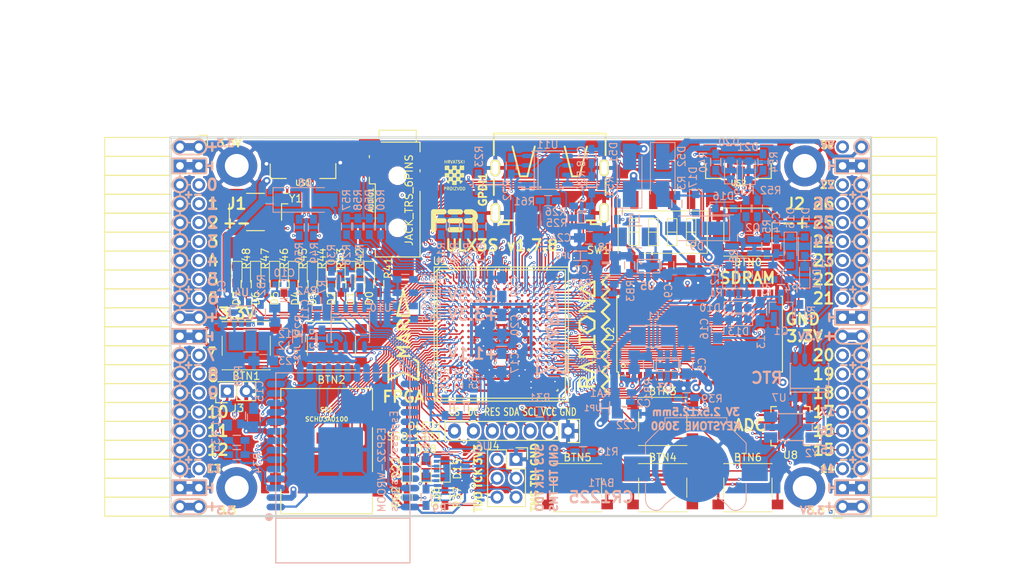
<source format=kicad_pcb>
(kicad_pcb (version 4) (host pcbnew 4.0.7+dfsg1-1)

  (general
    (links 721)
    (no_connects 0)
    (area 93.949999 61.269999 188.230001 112.370001)
    (thickness 1.6)
    (drawings 473)
    (tracks 4449)
    (zones 0)
    (modules 167)
    (nets 250)
  )

  (page A4)
  (layers
    (0 F.Cu signal)
    (1 In1.Cu signal)
    (2 In2.Cu signal)
    (31 B.Cu signal)
    (32 B.Adhes user)
    (33 F.Adhes user)
    (34 B.Paste user)
    (35 F.Paste user)
    (36 B.SilkS user)
    (37 F.SilkS user)
    (38 B.Mask user)
    (39 F.Mask user)
    (40 Dwgs.User user)
    (41 Cmts.User user)
    (42 Eco1.User user)
    (43 Eco2.User user)
    (44 Edge.Cuts user)
    (45 Margin user)
    (46 B.CrtYd user)
    (47 F.CrtYd user)
    (48 B.Fab user)
    (49 F.Fab user)
  )

  (setup
    (last_trace_width 0.3)
    (trace_clearance 0.127)
    (zone_clearance 0.127)
    (zone_45_only no)
    (trace_min 0.127)
    (segment_width 0.2)
    (edge_width 0.2)
    (via_size 0.4)
    (via_drill 0.2)
    (via_min_size 0.4)
    (via_min_drill 0.2)
    (uvia_size 0.3)
    (uvia_drill 0.1)
    (uvias_allowed no)
    (uvia_min_size 0.2)
    (uvia_min_drill 0.1)
    (pcb_text_width 0.3)
    (pcb_text_size 1.5 1.5)
    (mod_edge_width 0.15)
    (mod_text_size 1 1)
    (mod_text_width 0.15)
    (pad_size 1.7272 1.7272)
    (pad_drill 1.016)
    (pad_to_mask_clearance 0.05)
    (aux_axis_origin 94.1 112.22)
    (grid_origin 94.1 112.22)
    (visible_elements 7FFFFFFF)
    (pcbplotparams
      (layerselection 0x310f0_80000007)
      (usegerberextensions true)
      (excludeedgelayer true)
      (linewidth 0.100000)
      (plotframeref false)
      (viasonmask false)
      (mode 1)
      (useauxorigin false)
      (hpglpennumber 1)
      (hpglpenspeed 20)
      (hpglpendiameter 15)
      (hpglpenoverlay 2)
      (psnegative false)
      (psa4output false)
      (plotreference true)
      (plotvalue true)
      (plotinvisibletext false)
      (padsonsilk false)
      (subtractmaskfromsilk false)
      (outputformat 1)
      (mirror false)
      (drillshape 0)
      (scaleselection 1)
      (outputdirectory plot))
  )

  (net 0 "")
  (net 1 GND)
  (net 2 +5V)
  (net 3 /gpio/IN5V)
  (net 4 /gpio/OUT5V)
  (net 5 +3V3)
  (net 6 BTN_D)
  (net 7 BTN_F1)
  (net 8 BTN_F2)
  (net 9 BTN_L)
  (net 10 BTN_R)
  (net 11 BTN_U)
  (net 12 /power/FB1)
  (net 13 +2V5)
  (net 14 /power/PWREN)
  (net 15 /power/FB3)
  (net 16 /power/FB2)
  (net 17 "Net-(D9-Pad1)")
  (net 18 /power/VBAT)
  (net 19 JTAG_TDI)
  (net 20 JTAG_TCK)
  (net 21 JTAG_TMS)
  (net 22 JTAG_TDO)
  (net 23 /power/WAKEUPn)
  (net 24 /power/WKUP)
  (net 25 /power/SHUT)
  (net 26 /power/WAKE)
  (net 27 /power/HOLD)
  (net 28 /power/WKn)
  (net 29 /power/OSCI_32k)
  (net 30 /power/OSCO_32k)
  (net 31 "Net-(Q2-Pad3)")
  (net 32 SHUTDOWN)
  (net 33 /analog/AUDIO_L)
  (net 34 /analog/AUDIO_R)
  (net 35 GPDI_5V_SCL)
  (net 36 GPDI_5V_SDA)
  (net 37 GPDI_SDA)
  (net 38 GPDI_SCL)
  (net 39 /gpdi/VREF2)
  (net 40 SD_CMD)
  (net 41 SD_CLK)
  (net 42 SD_D0)
  (net 43 SD_D1)
  (net 44 USB5V)
  (net 45 GPDI_CEC)
  (net 46 nRESET)
  (net 47 FTDI_nDTR)
  (net 48 SDRAM_CKE)
  (net 49 SDRAM_A7)
  (net 50 SDRAM_D15)
  (net 51 SDRAM_BA1)
  (net 52 SDRAM_D7)
  (net 53 SDRAM_A6)
  (net 54 SDRAM_CLK)
  (net 55 SDRAM_D13)
  (net 56 SDRAM_BA0)
  (net 57 SDRAM_D6)
  (net 58 SDRAM_A5)
  (net 59 SDRAM_D14)
  (net 60 SDRAM_A11)
  (net 61 SDRAM_D12)
  (net 62 SDRAM_D5)
  (net 63 SDRAM_A4)
  (net 64 SDRAM_A10)
  (net 65 SDRAM_D11)
  (net 66 SDRAM_A3)
  (net 67 SDRAM_D4)
  (net 68 SDRAM_D10)
  (net 69 SDRAM_D9)
  (net 70 SDRAM_A9)
  (net 71 SDRAM_D3)
  (net 72 SDRAM_D8)
  (net 73 SDRAM_A8)
  (net 74 SDRAM_A2)
  (net 75 SDRAM_A1)
  (net 76 SDRAM_A0)
  (net 77 SDRAM_D2)
  (net 78 SDRAM_D1)
  (net 79 SDRAM_D0)
  (net 80 SDRAM_DQM0)
  (net 81 SDRAM_nCS)
  (net 82 SDRAM_nRAS)
  (net 83 SDRAM_DQM1)
  (net 84 SDRAM_nCAS)
  (net 85 SDRAM_nWE)
  (net 86 /flash/FLASH_nWP)
  (net 87 /flash/FLASH_nHOLD)
  (net 88 /flash/FLASH_MOSI)
  (net 89 /flash/FLASH_MISO)
  (net 90 /flash/FLASH_SCK)
  (net 91 /flash/FLASH_nCS)
  (net 92 /flash/FPGA_PROGRAMN)
  (net 93 /flash/FPGA_DONE)
  (net 94 /flash/FPGA_INITN)
  (net 95 OLED_RES)
  (net 96 OLED_DC)
  (net 97 OLED_CS)
  (net 98 WIFI_EN)
  (net 99 FTDI_nRTS)
  (net 100 FTDI_TXD)
  (net 101 FTDI_RXD)
  (net 102 WIFI_RXD)
  (net 103 WIFI_GPIO0)
  (net 104 WIFI_TXD)
  (net 105 GPDI_ETH-)
  (net 106 GPDI_ETH+)
  (net 107 GPDI_D2+)
  (net 108 GPDI_D2-)
  (net 109 GPDI_D1+)
  (net 110 GPDI_D1-)
  (net 111 GPDI_D0+)
  (net 112 GPDI_D0-)
  (net 113 GPDI_CLK+)
  (net 114 GPDI_CLK-)
  (net 115 USB_FTDI_D+)
  (net 116 USB_FTDI_D-)
  (net 117 SD_D3)
  (net 118 AUDIO_L3)
  (net 119 AUDIO_L2)
  (net 120 AUDIO_L1)
  (net 121 AUDIO_L0)
  (net 122 AUDIO_R3)
  (net 123 AUDIO_R2)
  (net 124 AUDIO_R1)
  (net 125 AUDIO_R0)
  (net 126 OLED_CLK)
  (net 127 OLED_MOSI)
  (net 128 LED0)
  (net 129 LED1)
  (net 130 LED2)
  (net 131 LED3)
  (net 132 LED4)
  (net 133 LED5)
  (net 134 LED6)
  (net 135 LED7)
  (net 136 BTN_PWRn)
  (net 137 FTDI_nTXLED)
  (net 138 FTDI_nSLEEP)
  (net 139 /blinkey/LED_PWREN)
  (net 140 /blinkey/LED_TXLED)
  (net 141 /sdcard/SD3V3)
  (net 142 SD_D2)
  (net 143 CLK_25MHz)
  (net 144 /blinkey/BTNPUL)
  (net 145 /blinkey/BTNPUR)
  (net 146 USB_FPGA_D+)
  (net 147 /power/FTDI_nSUSPEND)
  (net 148 /blinkey/ALED0)
  (net 149 /blinkey/ALED1)
  (net 150 /blinkey/ALED2)
  (net 151 /blinkey/ALED3)
  (net 152 /blinkey/ALED4)
  (net 153 /blinkey/ALED5)
  (net 154 /blinkey/ALED6)
  (net 155 /blinkey/ALED7)
  (net 156 /usb/FTD-)
  (net 157 /usb/FTD+)
  (net 158 ADC_MISO)
  (net 159 ADC_MOSI)
  (net 160 ADC_CSn)
  (net 161 ADC_SCLK)
  (net 162 SW3)
  (net 163 SW2)
  (net 164 SW1)
  (net 165 USB_FPGA_D-)
  (net 166 /usb/FPD+)
  (net 167 /usb/FPD-)
  (net 168 WIFI_GPIO16)
  (net 169 WIFI_GPIO15)
  (net 170 /usb/ANT_433MHz)
  (net 171 /power/PWRBTn)
  (net 172 PROG_DONE)
  (net 173 /power/P3V3)
  (net 174 /power/P2V5)
  (net 175 /power/L1)
  (net 176 /power/L3)
  (net 177 /power/L2)
  (net 178 FTDI_TXDEN)
  (net 179 SDRAM_A12)
  (net 180 /analog/AUDIO_V)
  (net 181 AUDIO_V3)
  (net 182 AUDIO_V2)
  (net 183 AUDIO_V1)
  (net 184 AUDIO_V0)
  (net 185 /gpdi/FPGA_CEC)
  (net 186 /blinkey/LED_WIFI)
  (net 187 WIFI_GPIO2)
  (net 188 /power/P1V1)
  (net 189 +1V1)
  (net 190 SW4)
  (net 191 /blinkey/SWPU)
  (net 192 /wifi/WIFIEN)
  (net 193 FT2V5)
  (net 194 GN0)
  (net 195 GP0)
  (net 196 GN1)
  (net 197 GP1)
  (net 198 GN2)
  (net 199 GP2)
  (net 200 GN3)
  (net 201 GP3)
  (net 202 GN4)
  (net 203 GP4)
  (net 204 GN5)
  (net 205 GP5)
  (net 206 GN6)
  (net 207 GP6)
  (net 208 GN14)
  (net 209 GP14)
  (net 210 GN15)
  (net 211 GP15)
  (net 212 GN16)
  (net 213 GP16)
  (net 214 GN17)
  (net 215 GP17)
  (net 216 GN18)
  (net 217 GP18)
  (net 218 GN19)
  (net 219 GP19)
  (net 220 GN20)
  (net 221 GP20)
  (net 222 GN21)
  (net 223 GP21)
  (net 224 GN22)
  (net 225 GP22)
  (net 226 GN23)
  (net 227 GP23)
  (net 228 GN24)
  (net 229 GP24)
  (net 230 GN25)
  (net 231 GP25)
  (net 232 GN26)
  (net 233 GP26)
  (net 234 GN27)
  (net 235 GP27)
  (net 236 GN7)
  (net 237 GP7)
  (net 238 GN8)
  (net 239 GP8)
  (net 240 GN9)
  (net 241 GP9)
  (net 242 GN10)
  (net 243 GP10)
  (net 244 GN11)
  (net 245 GP11)
  (net 246 GN12)
  (net 247 GP12)
  (net 248 GN13)
  (net 249 GP13)

  (net_class Default "This is the default net class."
    (clearance 0.127)
    (trace_width 0.3)
    (via_dia 0.4)
    (via_drill 0.2)
    (uvia_dia 0.3)
    (uvia_drill 0.1)
    (add_net +1V1)
    (add_net +2V5)
    (add_net +3V3)
    (add_net +5V)
    (add_net /analog/AUDIO_L)
    (add_net /analog/AUDIO_R)
    (add_net /analog/AUDIO_V)
    (add_net /blinkey/ALED0)
    (add_net /blinkey/ALED1)
    (add_net /blinkey/ALED2)
    (add_net /blinkey/ALED3)
    (add_net /blinkey/ALED4)
    (add_net /blinkey/ALED5)
    (add_net /blinkey/ALED6)
    (add_net /blinkey/ALED7)
    (add_net /blinkey/BTNPUL)
    (add_net /blinkey/BTNPUR)
    (add_net /blinkey/LED_PWREN)
    (add_net /blinkey/LED_TXLED)
    (add_net /blinkey/LED_WIFI)
    (add_net /blinkey/SWPU)
    (add_net /gpdi/VREF2)
    (add_net /gpio/IN5V)
    (add_net /gpio/OUT5V)
    (add_net /power/FB1)
    (add_net /power/FB2)
    (add_net /power/FB3)
    (add_net /power/FTDI_nSUSPEND)
    (add_net /power/HOLD)
    (add_net /power/L1)
    (add_net /power/L2)
    (add_net /power/L3)
    (add_net /power/OSCI_32k)
    (add_net /power/OSCO_32k)
    (add_net /power/P1V1)
    (add_net /power/P2V5)
    (add_net /power/P3V3)
    (add_net /power/PWRBTn)
    (add_net /power/PWREN)
    (add_net /power/SHUT)
    (add_net /power/VBAT)
    (add_net /power/WAKE)
    (add_net /power/WAKEUPn)
    (add_net /power/WKUP)
    (add_net /power/WKn)
    (add_net /sdcard/SD3V3)
    (add_net /usb/ANT_433MHz)
    (add_net /usb/FPD+)
    (add_net /usb/FPD-)
    (add_net /usb/FTD+)
    (add_net /usb/FTD-)
    (add_net /wifi/WIFIEN)
    (add_net FT2V5)
    (add_net GND)
    (add_net "Net-(D9-Pad1)")
    (add_net "Net-(Q2-Pad3)")
    (add_net SW4)
    (add_net USB5V)
    (add_net WIFI_GPIO2)
  )

  (net_class BGA ""
    (clearance 0.127)
    (trace_width 0.19)
    (via_dia 0.4)
    (via_drill 0.2)
    (uvia_dia 0.3)
    (uvia_drill 0.1)
    (add_net /flash/FLASH_MISO)
    (add_net /flash/FLASH_MOSI)
    (add_net /flash/FLASH_SCK)
    (add_net /flash/FLASH_nCS)
    (add_net /flash/FLASH_nHOLD)
    (add_net /flash/FLASH_nWP)
    (add_net /flash/FPGA_DONE)
    (add_net /flash/FPGA_INITN)
    (add_net /flash/FPGA_PROGRAMN)
    (add_net /gpdi/FPGA_CEC)
    (add_net ADC_CSn)
    (add_net ADC_MISO)
    (add_net ADC_MOSI)
    (add_net ADC_SCLK)
    (add_net AUDIO_L0)
    (add_net AUDIO_L1)
    (add_net AUDIO_L2)
    (add_net AUDIO_L3)
    (add_net AUDIO_R0)
    (add_net AUDIO_R1)
    (add_net AUDIO_R2)
    (add_net AUDIO_R3)
    (add_net AUDIO_V0)
    (add_net AUDIO_V1)
    (add_net AUDIO_V2)
    (add_net AUDIO_V3)
    (add_net BTN_D)
    (add_net BTN_F1)
    (add_net BTN_F2)
    (add_net BTN_L)
    (add_net BTN_PWRn)
    (add_net BTN_R)
    (add_net BTN_U)
    (add_net CLK_25MHz)
    (add_net FTDI_RXD)
    (add_net FTDI_TXD)
    (add_net FTDI_TXDEN)
    (add_net FTDI_nDTR)
    (add_net FTDI_nRTS)
    (add_net FTDI_nSLEEP)
    (add_net FTDI_nTXLED)
    (add_net GN0)
    (add_net GN1)
    (add_net GN10)
    (add_net GN11)
    (add_net GN12)
    (add_net GN13)
    (add_net GN14)
    (add_net GN15)
    (add_net GN16)
    (add_net GN17)
    (add_net GN18)
    (add_net GN19)
    (add_net GN2)
    (add_net GN20)
    (add_net GN21)
    (add_net GN22)
    (add_net GN23)
    (add_net GN24)
    (add_net GN25)
    (add_net GN26)
    (add_net GN27)
    (add_net GN3)
    (add_net GN4)
    (add_net GN5)
    (add_net GN6)
    (add_net GN7)
    (add_net GN8)
    (add_net GN9)
    (add_net GP0)
    (add_net GP1)
    (add_net GP10)
    (add_net GP11)
    (add_net GP12)
    (add_net GP13)
    (add_net GP14)
    (add_net GP15)
    (add_net GP16)
    (add_net GP17)
    (add_net GP18)
    (add_net GP19)
    (add_net GP2)
    (add_net GP20)
    (add_net GP21)
    (add_net GP22)
    (add_net GP23)
    (add_net GP24)
    (add_net GP25)
    (add_net GP26)
    (add_net GP27)
    (add_net GP3)
    (add_net GP4)
    (add_net GP5)
    (add_net GP6)
    (add_net GP7)
    (add_net GP8)
    (add_net GP9)
    (add_net GPDI_5V_SCL)
    (add_net GPDI_5V_SDA)
    (add_net GPDI_CEC)
    (add_net GPDI_CLK+)
    (add_net GPDI_CLK-)
    (add_net GPDI_D0+)
    (add_net GPDI_D0-)
    (add_net GPDI_D1+)
    (add_net GPDI_D1-)
    (add_net GPDI_D2+)
    (add_net GPDI_D2-)
    (add_net GPDI_ETH+)
    (add_net GPDI_ETH-)
    (add_net GPDI_SCL)
    (add_net GPDI_SDA)
    (add_net JTAG_TCK)
    (add_net JTAG_TDI)
    (add_net JTAG_TDO)
    (add_net JTAG_TMS)
    (add_net LED0)
    (add_net LED1)
    (add_net LED2)
    (add_net LED3)
    (add_net LED4)
    (add_net LED5)
    (add_net LED6)
    (add_net LED7)
    (add_net OLED_CLK)
    (add_net OLED_CS)
    (add_net OLED_DC)
    (add_net OLED_MOSI)
    (add_net OLED_RES)
    (add_net PROG_DONE)
    (add_net SDRAM_A0)
    (add_net SDRAM_A1)
    (add_net SDRAM_A10)
    (add_net SDRAM_A11)
    (add_net SDRAM_A12)
    (add_net SDRAM_A2)
    (add_net SDRAM_A3)
    (add_net SDRAM_A4)
    (add_net SDRAM_A5)
    (add_net SDRAM_A6)
    (add_net SDRAM_A7)
    (add_net SDRAM_A8)
    (add_net SDRAM_A9)
    (add_net SDRAM_BA0)
    (add_net SDRAM_BA1)
    (add_net SDRAM_CKE)
    (add_net SDRAM_CLK)
    (add_net SDRAM_D0)
    (add_net SDRAM_D1)
    (add_net SDRAM_D10)
    (add_net SDRAM_D11)
    (add_net SDRAM_D12)
    (add_net SDRAM_D13)
    (add_net SDRAM_D14)
    (add_net SDRAM_D15)
    (add_net SDRAM_D2)
    (add_net SDRAM_D3)
    (add_net SDRAM_D4)
    (add_net SDRAM_D5)
    (add_net SDRAM_D6)
    (add_net SDRAM_D7)
    (add_net SDRAM_D8)
    (add_net SDRAM_D9)
    (add_net SDRAM_DQM0)
    (add_net SDRAM_DQM1)
    (add_net SDRAM_nCAS)
    (add_net SDRAM_nCS)
    (add_net SDRAM_nRAS)
    (add_net SDRAM_nWE)
    (add_net SD_CLK)
    (add_net SD_CMD)
    (add_net SD_D0)
    (add_net SD_D1)
    (add_net SD_D2)
    (add_net SD_D3)
    (add_net SHUTDOWN)
    (add_net SW1)
    (add_net SW2)
    (add_net SW3)
    (add_net USB_FPGA_D+)
    (add_net USB_FPGA_D-)
    (add_net USB_FTDI_D+)
    (add_net USB_FTDI_D-)
    (add_net WIFI_EN)
    (add_net WIFI_GPIO0)
    (add_net WIFI_GPIO15)
    (add_net WIFI_GPIO16)
    (add_net WIFI_RXD)
    (add_net WIFI_TXD)
    (add_net nRESET)
  )

  (net_class Minimal ""
    (clearance 0.127)
    (trace_width 0.127)
    (via_dia 0.4)
    (via_drill 0.2)
    (uvia_dia 0.3)
    (uvia_drill 0.1)
  )

  (module Socket_Strips:Socket_Strip_Angled_2x20 (layer F.Cu) (tedit 5A2B354F) (tstamp 58E6BE3D)
    (at 97.91 62.69 270)
    (descr "Through hole socket strip")
    (tags "socket strip")
    (path /56AC389C/58E6B835)
    (fp_text reference J1 (at 7.62 -5.08 360) (layer F.SilkS)
      (effects (font (size 1.5 1.5) (thickness 0.3)))
    )
    (fp_text value CONN_02X20 (at 0 -2.6 270) (layer F.Fab) hide
      (effects (font (size 1 1) (thickness 0.15)))
    )
    (fp_line (start -1.75 -1.35) (end -1.75 13.15) (layer F.CrtYd) (width 0.05))
    (fp_line (start 50.05 -1.35) (end 50.05 13.15) (layer F.CrtYd) (width 0.05))
    (fp_line (start -1.75 -1.35) (end 50.05 -1.35) (layer F.CrtYd) (width 0.05))
    (fp_line (start -1.75 13.15) (end 50.05 13.15) (layer F.CrtYd) (width 0.05))
    (fp_line (start 49.53 12.64) (end 49.53 3.81) (layer F.SilkS) (width 0.15))
    (fp_line (start 46.99 12.64) (end 49.53 12.64) (layer F.SilkS) (width 0.15))
    (fp_line (start 46.99 3.81) (end 49.53 3.81) (layer F.SilkS) (width 0.15))
    (fp_line (start 49.53 3.81) (end 49.53 12.64) (layer F.SilkS) (width 0.15))
    (fp_line (start 46.99 3.81) (end 46.99 12.64) (layer F.SilkS) (width 0.15))
    (fp_line (start 44.45 3.81) (end 46.99 3.81) (layer F.SilkS) (width 0.15))
    (fp_line (start 44.45 12.64) (end 46.99 12.64) (layer F.SilkS) (width 0.15))
    (fp_line (start 46.99 12.64) (end 46.99 3.81) (layer F.SilkS) (width 0.15))
    (fp_line (start 29.21 12.64) (end 29.21 3.81) (layer F.SilkS) (width 0.15))
    (fp_line (start 26.67 12.64) (end 29.21 12.64) (layer F.SilkS) (width 0.15))
    (fp_line (start 26.67 3.81) (end 29.21 3.81) (layer F.SilkS) (width 0.15))
    (fp_line (start 29.21 3.81) (end 29.21 12.64) (layer F.SilkS) (width 0.15))
    (fp_line (start 31.75 3.81) (end 31.75 12.64) (layer F.SilkS) (width 0.15))
    (fp_line (start 29.21 3.81) (end 31.75 3.81) (layer F.SilkS) (width 0.15))
    (fp_line (start 29.21 12.64) (end 31.75 12.64) (layer F.SilkS) (width 0.15))
    (fp_line (start 31.75 12.64) (end 31.75 3.81) (layer F.SilkS) (width 0.15))
    (fp_line (start 44.45 12.64) (end 44.45 3.81) (layer F.SilkS) (width 0.15))
    (fp_line (start 41.91 12.64) (end 44.45 12.64) (layer F.SilkS) (width 0.15))
    (fp_line (start 41.91 3.81) (end 44.45 3.81) (layer F.SilkS) (width 0.15))
    (fp_line (start 44.45 3.81) (end 44.45 12.64) (layer F.SilkS) (width 0.15))
    (fp_line (start 41.91 3.81) (end 41.91 12.64) (layer F.SilkS) (width 0.15))
    (fp_line (start 39.37 3.81) (end 41.91 3.81) (layer F.SilkS) (width 0.15))
    (fp_line (start 39.37 12.64) (end 41.91 12.64) (layer F.SilkS) (width 0.15))
    (fp_line (start 41.91 12.64) (end 41.91 3.81) (layer F.SilkS) (width 0.15))
    (fp_line (start 39.37 12.64) (end 39.37 3.81) (layer F.SilkS) (width 0.15))
    (fp_line (start 36.83 12.64) (end 39.37 12.64) (layer F.SilkS) (width 0.15))
    (fp_line (start 36.83 3.81) (end 39.37 3.81) (layer F.SilkS) (width 0.15))
    (fp_line (start 39.37 3.81) (end 39.37 12.64) (layer F.SilkS) (width 0.15))
    (fp_line (start 36.83 3.81) (end 36.83 12.64) (layer F.SilkS) (width 0.15))
    (fp_line (start 34.29 3.81) (end 36.83 3.81) (layer F.SilkS) (width 0.15))
    (fp_line (start 34.29 12.64) (end 36.83 12.64) (layer F.SilkS) (width 0.15))
    (fp_line (start 36.83 12.64) (end 36.83 3.81) (layer F.SilkS) (width 0.15))
    (fp_line (start 34.29 12.64) (end 34.29 3.81) (layer F.SilkS) (width 0.15))
    (fp_line (start 31.75 12.64) (end 34.29 12.64) (layer F.SilkS) (width 0.15))
    (fp_line (start 31.75 3.81) (end 34.29 3.81) (layer F.SilkS) (width 0.15))
    (fp_line (start 34.29 3.81) (end 34.29 12.64) (layer F.SilkS) (width 0.15))
    (fp_line (start 16.51 3.81) (end 16.51 12.64) (layer F.SilkS) (width 0.15))
    (fp_line (start 13.97 3.81) (end 16.51 3.81) (layer F.SilkS) (width 0.15))
    (fp_line (start 13.97 12.64) (end 16.51 12.64) (layer F.SilkS) (width 0.15))
    (fp_line (start 16.51 12.64) (end 16.51 3.81) (layer F.SilkS) (width 0.15))
    (fp_line (start 19.05 12.64) (end 19.05 3.81) (layer F.SilkS) (width 0.15))
    (fp_line (start 16.51 12.64) (end 19.05 12.64) (layer F.SilkS) (width 0.15))
    (fp_line (start 16.51 3.81) (end 19.05 3.81) (layer F.SilkS) (width 0.15))
    (fp_line (start 19.05 3.81) (end 19.05 12.64) (layer F.SilkS) (width 0.15))
    (fp_line (start 21.59 3.81) (end 21.59 12.64) (layer F.SilkS) (width 0.15))
    (fp_line (start 19.05 3.81) (end 21.59 3.81) (layer F.SilkS) (width 0.15))
    (fp_line (start 19.05 12.64) (end 21.59 12.64) (layer F.SilkS) (width 0.15))
    (fp_line (start 21.59 12.64) (end 21.59 3.81) (layer F.SilkS) (width 0.15))
    (fp_line (start 24.13 12.64) (end 24.13 3.81) (layer F.SilkS) (width 0.15))
    (fp_line (start 21.59 12.64) (end 24.13 12.64) (layer F.SilkS) (width 0.15))
    (fp_line (start 21.59 3.81) (end 24.13 3.81) (layer F.SilkS) (width 0.15))
    (fp_line (start 24.13 3.81) (end 24.13 12.64) (layer F.SilkS) (width 0.15))
    (fp_line (start 26.67 3.81) (end 26.67 12.64) (layer F.SilkS) (width 0.15))
    (fp_line (start 24.13 3.81) (end 26.67 3.81) (layer F.SilkS) (width 0.15))
    (fp_line (start 24.13 12.64) (end 26.67 12.64) (layer F.SilkS) (width 0.15))
    (fp_line (start 26.67 12.64) (end 26.67 3.81) (layer F.SilkS) (width 0.15))
    (fp_line (start 13.97 12.64) (end 13.97 3.81) (layer F.SilkS) (width 0.15))
    (fp_line (start 11.43 12.64) (end 13.97 12.64) (layer F.SilkS) (width 0.15))
    (fp_line (start 11.43 3.81) (end 13.97 3.81) (layer F.SilkS) (width 0.15))
    (fp_line (start 13.97 3.81) (end 13.97 12.64) (layer F.SilkS) (width 0.15))
    (fp_line (start 11.43 3.81) (end 11.43 12.64) (layer F.SilkS) (width 0.15))
    (fp_line (start 8.89 3.81) (end 11.43 3.81) (layer F.SilkS) (width 0.15))
    (fp_line (start 8.89 12.64) (end 11.43 12.64) (layer F.SilkS) (width 0.15))
    (fp_line (start 11.43 12.64) (end 11.43 3.81) (layer F.SilkS) (width 0.15))
    (fp_line (start 8.89 12.64) (end 8.89 3.81) (layer F.SilkS) (width 0.15))
    (fp_line (start 6.35 12.64) (end 8.89 12.64) (layer F.SilkS) (width 0.15))
    (fp_line (start 6.35 3.81) (end 8.89 3.81) (layer F.SilkS) (width 0.15))
    (fp_line (start 8.89 3.81) (end 8.89 12.64) (layer F.SilkS) (width 0.15))
    (fp_line (start 6.35 3.81) (end 6.35 12.64) (layer F.SilkS) (width 0.15))
    (fp_line (start 3.81 3.81) (end 6.35 3.81) (layer F.SilkS) (width 0.15))
    (fp_line (start 3.81 12.64) (end 6.35 12.64) (layer F.SilkS) (width 0.15))
    (fp_line (start 6.35 12.64) (end 6.35 3.81) (layer F.SilkS) (width 0.15))
    (fp_line (start 3.81 12.64) (end 3.81 3.81) (layer F.SilkS) (width 0.15))
    (fp_line (start 1.27 12.64) (end 3.81 12.64) (layer F.SilkS) (width 0.15))
    (fp_line (start 1.27 3.81) (end 3.81 3.81) (layer F.SilkS) (width 0.15))
    (fp_line (start 3.81 3.81) (end 3.81 12.64) (layer F.SilkS) (width 0.15))
    (fp_line (start 1.27 3.81) (end 1.27 12.64) (layer F.SilkS) (width 0.15))
    (fp_line (start -1.27 3.81) (end 1.27 3.81) (layer F.SilkS) (width 0.15))
    (fp_line (start 0 -1.15) (end -1.55 -1.15) (layer F.SilkS) (width 0.15))
    (fp_line (start -1.55 -1.15) (end -1.55 0) (layer F.SilkS) (width 0.15))
    (fp_line (start -1.27 3.81) (end -1.27 12.64) (layer F.SilkS) (width 0.15))
    (fp_line (start -1.27 12.64) (end 1.27 12.64) (layer F.SilkS) (width 0.15))
    (fp_line (start 1.27 12.64) (end 1.27 3.81) (layer F.SilkS) (width 0.15))
    (pad 1 thru_hole oval (at 0 0 270) (size 1.7272 1.7272) (drill 1.016) (layers *.Cu *.Mask)
      (net 5 +3V3))
    (pad 2 thru_hole oval (at 0 2.54 270) (size 1.7272 1.7272) (drill 1.016) (layers *.Cu *.Mask)
      (net 5 +3V3))
    (pad 3 thru_hole rect (at 2.54 0 270) (size 1.7272 1.7272) (drill 1.016) (layers *.Cu *.Mask)
      (net 1 GND))
    (pad 4 thru_hole rect (at 2.54 2.54 270) (size 1.7272 1.7272) (drill 1.016) (layers *.Cu *.Mask)
      (net 1 GND))
    (pad 5 thru_hole oval (at 5.08 0 270) (size 1.7272 1.7272) (drill 1.016) (layers *.Cu *.Mask)
      (net 194 GN0))
    (pad 6 thru_hole oval (at 5.08 2.54 270) (size 1.7272 1.7272) (drill 1.016) (layers *.Cu *.Mask)
      (net 195 GP0))
    (pad 7 thru_hole oval (at 7.62 0 270) (size 1.7272 1.7272) (drill 1.016) (layers *.Cu *.Mask)
      (net 196 GN1))
    (pad 8 thru_hole oval (at 7.62 2.54 270) (size 1.7272 1.7272) (drill 1.016) (layers *.Cu *.Mask)
      (net 197 GP1))
    (pad 9 thru_hole oval (at 10.16 0 270) (size 1.7272 1.7272) (drill 1.016) (layers *.Cu *.Mask)
      (net 198 GN2))
    (pad 10 thru_hole oval (at 10.16 2.54 270) (size 1.7272 1.7272) (drill 1.016) (layers *.Cu *.Mask)
      (net 199 GP2))
    (pad 11 thru_hole oval (at 12.7 0 270) (size 1.7272 1.7272) (drill 1.016) (layers *.Cu *.Mask)
      (net 200 GN3))
    (pad 12 thru_hole oval (at 12.7 2.54 270) (size 1.7272 1.7272) (drill 1.016) (layers *.Cu *.Mask)
      (net 201 GP3))
    (pad 13 thru_hole oval (at 15.24 0 270) (size 1.7272 1.7272) (drill 1.016) (layers *.Cu *.Mask)
      (net 202 GN4))
    (pad 14 thru_hole oval (at 15.24 2.54 270) (size 1.7272 1.7272) (drill 1.016) (layers *.Cu *.Mask)
      (net 203 GP4))
    (pad 15 thru_hole oval (at 17.78 0 270) (size 1.7272 1.7272) (drill 1.016) (layers *.Cu *.Mask)
      (net 204 GN5))
    (pad 16 thru_hole oval (at 17.78 2.54 270) (size 1.7272 1.7272) (drill 1.016) (layers *.Cu *.Mask)
      (net 205 GP5))
    (pad 17 thru_hole oval (at 20.32 0 270) (size 1.7272 1.7272) (drill 1.016) (layers *.Cu *.Mask)
      (net 206 GN6))
    (pad 18 thru_hole oval (at 20.32 2.54 270) (size 1.7272 1.7272) (drill 1.016) (layers *.Cu *.Mask)
      (net 207 GP6))
    (pad 19 thru_hole oval (at 22.86 0 270) (size 1.7272 1.7272) (drill 1.016) (layers *.Cu *.Mask)
      (net 5 +3V3))
    (pad 20 thru_hole oval (at 22.86 2.54 270) (size 1.7272 1.7272) (drill 1.016) (layers *.Cu *.Mask)
      (net 5 +3V3))
    (pad 21 thru_hole rect (at 25.4 0 270) (size 1.7272 1.7272) (drill 1.016) (layers *.Cu *.Mask)
      (net 1 GND))
    (pad 22 thru_hole rect (at 25.4 2.54 270) (size 1.7272 1.7272) (drill 1.016) (layers *.Cu *.Mask)
      (net 1 GND))
    (pad 23 thru_hole oval (at 27.94 0 270) (size 1.7272 1.7272) (drill 1.016) (layers *.Cu *.Mask)
      (net 236 GN7))
    (pad 24 thru_hole oval (at 27.94 2.54 270) (size 1.7272 1.7272) (drill 1.016) (layers *.Cu *.Mask)
      (net 237 GP7))
    (pad 25 thru_hole oval (at 30.48 0 270) (size 1.7272 1.7272) (drill 1.016) (layers *.Cu *.Mask)
      (net 238 GN8))
    (pad 26 thru_hole oval (at 30.48 2.54 270) (size 1.7272 1.7272) (drill 1.016) (layers *.Cu *.Mask)
      (net 239 GP8))
    (pad 27 thru_hole oval (at 33.02 0 270) (size 1.7272 1.7272) (drill 1.016) (layers *.Cu *.Mask)
      (net 240 GN9))
    (pad 28 thru_hole oval (at 33.02 2.54 270) (size 1.7272 1.7272) (drill 1.016) (layers *.Cu *.Mask)
      (net 241 GP9))
    (pad 29 thru_hole oval (at 35.56 0 270) (size 1.7272 1.7272) (drill 1.016) (layers *.Cu *.Mask)
      (net 242 GN10))
    (pad 30 thru_hole oval (at 35.56 2.54 270) (size 1.7272 1.7272) (drill 1.016) (layers *.Cu *.Mask)
      (net 243 GP10))
    (pad 31 thru_hole oval (at 38.1 0 270) (size 1.7272 1.7272) (drill 1.016) (layers *.Cu *.Mask)
      (net 244 GN11))
    (pad 32 thru_hole oval (at 38.1 2.54 270) (size 1.7272 1.7272) (drill 1.016) (layers *.Cu *.Mask)
      (net 245 GP11))
    (pad 33 thru_hole oval (at 40.64 0 270) (size 1.7272 1.7272) (drill 1.016) (layers *.Cu *.Mask)
      (net 246 GN12))
    (pad 34 thru_hole oval (at 40.64 2.54 270) (size 1.7272 1.7272) (drill 1.016) (layers *.Cu *.Mask)
      (net 247 GP12))
    (pad 35 thru_hole oval (at 43.18 0 270) (size 1.7272 1.7272) (drill 1.016) (layers *.Cu *.Mask)
      (net 248 GN13))
    (pad 36 thru_hole oval (at 43.18 2.54 270) (size 1.7272 1.7272) (drill 1.016) (layers *.Cu *.Mask)
      (net 249 GP13))
    (pad 37 thru_hole rect (at 45.72 0 270) (size 1.7272 1.7272) (drill 1.016) (layers *.Cu *.Mask)
      (net 1 GND))
    (pad 38 thru_hole rect (at 45.72 2.54 270) (size 1.7272 1.7272) (drill 1.016) (layers *.Cu *.Mask)
      (net 1 GND))
    (pad 39 thru_hole oval (at 48.26 0 270) (size 1.7272 1.7272) (drill 1.016) (layers *.Cu *.Mask)
      (net 5 +3V3))
    (pad 40 thru_hole oval (at 48.26 2.54 270) (size 1.7272 1.7272) (drill 1.016) (layers *.Cu *.Mask)
      (net 5 +3V3))
    (model Socket_Strips.3dshapes/Socket_Strip_Angled_2x20.wrl
      (at (xyz 0.95 -0.05 0))
      (scale (xyz 1 1 1))
      (rotate (xyz 0 0 180))
    )
  )

  (module SMD_Packages:1Pin (layer F.Cu) (tedit 59F891E7) (tstamp 59C3DCCD)
    (at 182.67515 111.637626)
    (descr "module 1 pin (ou trou mecanique de percage)")
    (tags DEV)
    (path /58D6BF46/59C3AE47)
    (fp_text reference AE1 (at -3.236 3.798) (layer F.SilkS) hide
      (effects (font (size 1 1) (thickness 0.15)))
    )
    (fp_text value 433MHz (at 2.606 3.798) (layer F.Fab) hide
      (effects (font (size 1 1) (thickness 0.15)))
    )
    (pad 1 smd rect (at 0 0) (size 0.5 0.5) (layers B.Cu F.Paste F.Mask)
      (net 170 /usb/ANT_433MHz))
  )

  (module Resistors_SMD:R_0603_HandSoldering (layer B.Cu) (tedit 58307AEF) (tstamp 590C5C33)
    (at 103.498 98.758 90)
    (descr "Resistor SMD 0603, hand soldering")
    (tags "resistor 0603")
    (path /58DA7327/590C5D62)
    (attr smd)
    (fp_text reference R38 (at 5.334 -0.254 90) (layer B.SilkS)
      (effects (font (size 1 1) (thickness 0.15)) (justify mirror))
    )
    (fp_text value 0.47 (at 3.386 0 90) (layer B.Fab)
      (effects (font (size 1 1) (thickness 0.15)) (justify mirror))
    )
    (fp_line (start -0.8 -0.4) (end -0.8 0.4) (layer B.Fab) (width 0.1))
    (fp_line (start 0.8 -0.4) (end -0.8 -0.4) (layer B.Fab) (width 0.1))
    (fp_line (start 0.8 0.4) (end 0.8 -0.4) (layer B.Fab) (width 0.1))
    (fp_line (start -0.8 0.4) (end 0.8 0.4) (layer B.Fab) (width 0.1))
    (fp_line (start -2 0.8) (end 2 0.8) (layer B.CrtYd) (width 0.05))
    (fp_line (start -2 -0.8) (end 2 -0.8) (layer B.CrtYd) (width 0.05))
    (fp_line (start -2 0.8) (end -2 -0.8) (layer B.CrtYd) (width 0.05))
    (fp_line (start 2 0.8) (end 2 -0.8) (layer B.CrtYd) (width 0.05))
    (fp_line (start 0.5 -0.675) (end -0.5 -0.675) (layer B.SilkS) (width 0.15))
    (fp_line (start -0.5 0.675) (end 0.5 0.675) (layer B.SilkS) (width 0.15))
    (pad 1 smd rect (at -1.1 0 90) (size 1.2 0.9) (layers B.Cu B.Paste B.Mask)
      (net 141 /sdcard/SD3V3))
    (pad 2 smd rect (at 1.1 0 90) (size 1.2 0.9) (layers B.Cu B.Paste B.Mask)
      (net 5 +3V3))
    (model Resistors_SMD.3dshapes/R_0603_HandSoldering.wrl
      (at (xyz 0 0 0))
      (scale (xyz 1 1 1))
      (rotate (xyz 0 0 0))
    )
    (model Resistors_SMD.3dshapes/R_0603.wrl
      (at (xyz 0 0 0))
      (scale (xyz 1 1 1))
      (rotate (xyz 0 0 0))
    )
  )

  (module jumper:SOLDER-JUMPER_1-WAY (layer B.Cu) (tedit 59DFC21C) (tstamp 59DFBD53)
    (at 152.393 97.742 270)
    (path /58D51CAD/59DFB08A)
    (fp_text reference JP1 (at 0 1.778 360) (layer B.SilkS)
      (effects (font (size 0.762 0.762) (thickness 0.1524)) (justify mirror))
    )
    (fp_text value 1.2 (at 0 -1.524 270) (layer B.SilkS) hide
      (effects (font (size 0.762 0.762) (thickness 0.1524)) (justify mirror))
    )
    (fp_line (start 0 0.635) (end 0 -0.635) (layer B.SilkS) (width 0.15))
    (fp_line (start -0.889 -0.635) (end 0.889 -0.635) (layer B.SilkS) (width 0.15))
    (fp_line (start -0.889 0.635) (end 0.889 0.635) (layer B.SilkS) (width 0.15))
    (pad 1 smd rect (at -0.6 0 270) (size 1 1) (layers B.Cu B.Paste B.Mask)
      (net 188 /power/P1V1))
    (pad 2 smd rect (at 0.6 0 270) (size 1 1) (layers B.Cu B.Paste B.Mask)
      (net 189 +1V1))
  )

  (module Diodes_SMD:D_SMA_Handsoldering (layer B.Cu) (tedit 59D564F6) (tstamp 59D3C50D)
    (at 155.695 66.5 90)
    (descr "Diode SMA (DO-214AC) Handsoldering")
    (tags "Diode SMA (DO-214AC) Handsoldering")
    (path /56AC389C/56AC483B)
    (attr smd)
    (fp_text reference D51 (at 3.048 -2.159 90) (layer B.SilkS)
      (effects (font (size 1 1) (thickness 0.15)) (justify mirror))
    )
    (fp_text value STPS2L30AF (at 0 -2.6 90) (layer B.Fab) hide
      (effects (font (size 1 1) (thickness 0.15)) (justify mirror))
    )
    (fp_text user %R (at 3.048 -2.159 90) (layer B.Fab) hide
      (effects (font (size 1 1) (thickness 0.15)) (justify mirror))
    )
    (fp_line (start -4.4 1.65) (end -4.4 -1.65) (layer B.SilkS) (width 0.12))
    (fp_line (start 2.3 -1.5) (end -2.3 -1.5) (layer B.Fab) (width 0.1))
    (fp_line (start -2.3 -1.5) (end -2.3 1.5) (layer B.Fab) (width 0.1))
    (fp_line (start 2.3 1.5) (end 2.3 -1.5) (layer B.Fab) (width 0.1))
    (fp_line (start 2.3 1.5) (end -2.3 1.5) (layer B.Fab) (width 0.1))
    (fp_line (start -4.5 1.75) (end 4.5 1.75) (layer B.CrtYd) (width 0.05))
    (fp_line (start 4.5 1.75) (end 4.5 -1.75) (layer B.CrtYd) (width 0.05))
    (fp_line (start 4.5 -1.75) (end -4.5 -1.75) (layer B.CrtYd) (width 0.05))
    (fp_line (start -4.5 -1.75) (end -4.5 1.75) (layer B.CrtYd) (width 0.05))
    (fp_line (start -0.64944 -0.00102) (end -1.55114 -0.00102) (layer B.Fab) (width 0.1))
    (fp_line (start 0.50118 -0.00102) (end 1.4994 -0.00102) (layer B.Fab) (width 0.1))
    (fp_line (start -0.64944 0.79908) (end -0.64944 -0.80112) (layer B.Fab) (width 0.1))
    (fp_line (start 0.50118 -0.75032) (end 0.50118 0.79908) (layer B.Fab) (width 0.1))
    (fp_line (start -0.64944 -0.00102) (end 0.50118 -0.75032) (layer B.Fab) (width 0.1))
    (fp_line (start -0.64944 -0.00102) (end 0.50118 0.79908) (layer B.Fab) (width 0.1))
    (fp_line (start -4.4 -1.65) (end 2.5 -1.65) (layer B.SilkS) (width 0.12))
    (fp_line (start -4.4 1.65) (end 2.5 1.65) (layer B.SilkS) (width 0.12))
    (pad 1 smd rect (at -2.5 0 90) (size 3.5 1.8) (layers B.Cu B.Paste B.Mask)
      (net 2 +5V))
    (pad 2 smd rect (at 2.5 0 90) (size 3.5 1.8) (layers B.Cu B.Paste B.Mask)
      (net 3 /gpio/IN5V))
    (model ${KISYS3DMOD}/Diodes_SMD.3dshapes/D_SMA.wrl
      (at (xyz 0 0 0))
      (scale (xyz 1 1 1))
      (rotate (xyz 0 0 0))
    )
  )

  (module Resistors_SMD:R_0603_HandSoldering (layer B.Cu) (tedit 58307AEF) (tstamp 595B8F7A)
    (at 154.044 71.326 90)
    (descr "Resistor SMD 0603, hand soldering")
    (tags "resistor 0603")
    (path /58D6547C/595B9C2F)
    (attr smd)
    (fp_text reference R51 (at 3.302 -1.016 90) (layer B.SilkS)
      (effects (font (size 1 1) (thickness 0.15)) (justify mirror))
    )
    (fp_text value 150 (at 3.556 -0.508 90) (layer B.Fab)
      (effects (font (size 1 1) (thickness 0.15)) (justify mirror))
    )
    (fp_line (start -0.8 -0.4) (end -0.8 0.4) (layer B.Fab) (width 0.1))
    (fp_line (start 0.8 -0.4) (end -0.8 -0.4) (layer B.Fab) (width 0.1))
    (fp_line (start 0.8 0.4) (end 0.8 -0.4) (layer B.Fab) (width 0.1))
    (fp_line (start -0.8 0.4) (end 0.8 0.4) (layer B.Fab) (width 0.1))
    (fp_line (start -2 0.8) (end 2 0.8) (layer B.CrtYd) (width 0.05))
    (fp_line (start -2 -0.8) (end 2 -0.8) (layer B.CrtYd) (width 0.05))
    (fp_line (start -2 0.8) (end -2 -0.8) (layer B.CrtYd) (width 0.05))
    (fp_line (start 2 0.8) (end 2 -0.8) (layer B.CrtYd) (width 0.05))
    (fp_line (start 0.5 -0.675) (end -0.5 -0.675) (layer B.SilkS) (width 0.15))
    (fp_line (start -0.5 0.675) (end 0.5 0.675) (layer B.SilkS) (width 0.15))
    (pad 1 smd rect (at -1.1 0 90) (size 1.2 0.9) (layers B.Cu B.Paste B.Mask)
      (net 5 +3V3))
    (pad 2 smd rect (at 1.1 0 90) (size 1.2 0.9) (layers B.Cu B.Paste B.Mask)
      (net 191 /blinkey/SWPU))
    (model Resistors_SMD.3dshapes/R_0603.wrl
      (at (xyz 0 0 0))
      (scale (xyz 1 1 1))
      (rotate (xyz 0 0 0))
    )
  )

  (module Resistors_SMD:R_1210_HandSoldering (layer B.Cu) (tedit 58307C8D) (tstamp 58D58A37)
    (at 158.87 88.09 180)
    (descr "Resistor SMD 1210, hand soldering")
    (tags "resistor 1210")
    (path /58D51CAD/58D59D36)
    (attr smd)
    (fp_text reference L1 (at 0 2.7 180) (layer B.SilkS)
      (effects (font (size 1 1) (thickness 0.15)) (justify mirror))
    )
    (fp_text value 2.2uH (at 0 2.032 180) (layer B.Fab)
      (effects (font (size 1 1) (thickness 0.15)) (justify mirror))
    )
    (fp_line (start -1.6 -1.25) (end -1.6 1.25) (layer B.Fab) (width 0.1))
    (fp_line (start 1.6 -1.25) (end -1.6 -1.25) (layer B.Fab) (width 0.1))
    (fp_line (start 1.6 1.25) (end 1.6 -1.25) (layer B.Fab) (width 0.1))
    (fp_line (start -1.6 1.25) (end 1.6 1.25) (layer B.Fab) (width 0.1))
    (fp_line (start -3.3 1.6) (end 3.3 1.6) (layer B.CrtYd) (width 0.05))
    (fp_line (start -3.3 -1.6) (end 3.3 -1.6) (layer B.CrtYd) (width 0.05))
    (fp_line (start -3.3 1.6) (end -3.3 -1.6) (layer B.CrtYd) (width 0.05))
    (fp_line (start 3.3 1.6) (end 3.3 -1.6) (layer B.CrtYd) (width 0.05))
    (fp_line (start 1 -1.475) (end -1 -1.475) (layer B.SilkS) (width 0.15))
    (fp_line (start -1 1.475) (end 1 1.475) (layer B.SilkS) (width 0.15))
    (pad 1 smd rect (at -2 0 180) (size 2 2.5) (layers B.Cu B.Paste B.Mask)
      (net 175 /power/L1))
    (pad 2 smd rect (at 2 0 180) (size 2 2.5) (layers B.Cu B.Paste B.Mask)
      (net 188 /power/P1V1))
    (model Inductors_SMD.3dshapes/L_1210.wrl
      (at (xyz 0 0 0))
      (scale (xyz 1 1 1))
      (rotate (xyz 0 0 0))
    )
  )

  (module TSOT-25:TSOT-25 (layer B.Cu) (tedit 59CD7E8F) (tstamp 58D5976E)
    (at 160.775 91.9)
    (path /58D51CAD/58D58840)
    (attr smd)
    (fp_text reference U3 (at -0.381 3.048) (layer B.SilkS)
      (effects (font (size 1 1) (thickness 0.2)) (justify mirror))
    )
    (fp_text value DIO6015 (at 0 2.286) (layer B.Fab)
      (effects (font (size 0.4 0.4) (thickness 0.1)) (justify mirror))
    )
    (fp_circle (center -1 -0.4) (end -0.95 -0.5) (layer B.SilkS) (width 0.15))
    (fp_line (start -1.5 0.9) (end 1.5 0.9) (layer B.SilkS) (width 0.15))
    (fp_line (start 1.5 0.9) (end 1.5 -0.9) (layer B.SilkS) (width 0.15))
    (fp_line (start 1.5 -0.9) (end -1.5 -0.9) (layer B.SilkS) (width 0.15))
    (fp_line (start -1.5 -0.9) (end -1.5 0.9) (layer B.SilkS) (width 0.15))
    (pad 1 smd rect (at -0.95 -1.3) (size 0.7 1.2) (layers B.Cu B.Paste B.Mask)
      (net 14 /power/PWREN))
    (pad 2 smd rect (at 0 -1.3) (size 0.7 1.2) (layers B.Cu B.Paste B.Mask)
      (net 1 GND))
    (pad 3 smd rect (at 0.95 -1.3) (size 0.7 1.2) (layers B.Cu B.Paste B.Mask)
      (net 175 /power/L1))
    (pad 4 smd rect (at 0.95 1.3) (size 0.7 1.2) (layers B.Cu B.Paste B.Mask)
      (net 2 +5V))
    (pad 5 smd rect (at -0.95 1.3) (size 0.7 1.2) (layers B.Cu B.Paste B.Mask)
      (net 12 /power/FB1))
    (model TO_SOT_Packages_SMD.3dshapes/SOT-23-5.wrl
      (at (xyz 0 0 0))
      (scale (xyz 1 1 1))
      (rotate (xyz 0 0 -90))
    )
  )

  (module Resistors_SMD:R_1210_HandSoldering (layer B.Cu) (tedit 58307C8D) (tstamp 58D599B2)
    (at 104.895 88.725)
    (descr "Resistor SMD 1210, hand soldering")
    (tags "resistor 1210")
    (path /58D51CAD/58D67BD8)
    (attr smd)
    (fp_text reference L2 (at 4.445 0.635) (layer B.SilkS)
      (effects (font (size 1 1) (thickness 0.15)) (justify mirror))
    )
    (fp_text value 2.2uH (at -1.016 2.159) (layer B.Fab)
      (effects (font (size 1 1) (thickness 0.15)) (justify mirror))
    )
    (fp_line (start -1.6 -1.25) (end -1.6 1.25) (layer B.Fab) (width 0.1))
    (fp_line (start 1.6 -1.25) (end -1.6 -1.25) (layer B.Fab) (width 0.1))
    (fp_line (start 1.6 1.25) (end 1.6 -1.25) (layer B.Fab) (width 0.1))
    (fp_line (start -1.6 1.25) (end 1.6 1.25) (layer B.Fab) (width 0.1))
    (fp_line (start -3.3 1.6) (end 3.3 1.6) (layer B.CrtYd) (width 0.05))
    (fp_line (start -3.3 -1.6) (end 3.3 -1.6) (layer B.CrtYd) (width 0.05))
    (fp_line (start -3.3 1.6) (end -3.3 -1.6) (layer B.CrtYd) (width 0.05))
    (fp_line (start 3.3 1.6) (end 3.3 -1.6) (layer B.CrtYd) (width 0.05))
    (fp_line (start 1 -1.475) (end -1 -1.475) (layer B.SilkS) (width 0.15))
    (fp_line (start -1 1.475) (end 1 1.475) (layer B.SilkS) (width 0.15))
    (pad 1 smd rect (at -2 0) (size 2 2.5) (layers B.Cu B.Paste B.Mask)
      (net 177 /power/L2))
    (pad 2 smd rect (at 2 0) (size 2 2.5) (layers B.Cu B.Paste B.Mask)
      (net 174 /power/P2V5))
    (model Inductors_SMD.3dshapes/L_1210.wrl
      (at (xyz 0 0 0))
      (scale (xyz 1 1 1))
      (rotate (xyz 0 0 0))
    )
  )

  (module TSOT-25:TSOT-25 (layer B.Cu) (tedit 59CD7E82) (tstamp 58D599CD)
    (at 103.625 84.915 180)
    (path /58D51CAD/58D62946)
    (attr smd)
    (fp_text reference U4 (at 0 2.697 180) (layer B.SilkS)
      (effects (font (size 1 1) (thickness 0.2)) (justify mirror))
    )
    (fp_text value LX7172 (at 0 2.443 180) (layer B.Fab)
      (effects (font (size 0.4 0.4) (thickness 0.1)) (justify mirror))
    )
    (fp_circle (center -1 -0.4) (end -0.95 -0.5) (layer B.SilkS) (width 0.15))
    (fp_line (start -1.5 0.9) (end 1.5 0.9) (layer B.SilkS) (width 0.15))
    (fp_line (start 1.5 0.9) (end 1.5 -0.9) (layer B.SilkS) (width 0.15))
    (fp_line (start 1.5 -0.9) (end -1.5 -0.9) (layer B.SilkS) (width 0.15))
    (fp_line (start -1.5 -0.9) (end -1.5 0.9) (layer B.SilkS) (width 0.15))
    (pad 1 smd rect (at -0.95 -1.3 180) (size 0.7 1.2) (layers B.Cu B.Paste B.Mask)
      (net 14 /power/PWREN))
    (pad 2 smd rect (at 0 -1.3 180) (size 0.7 1.2) (layers B.Cu B.Paste B.Mask)
      (net 1 GND))
    (pad 3 smd rect (at 0.95 -1.3 180) (size 0.7 1.2) (layers B.Cu B.Paste B.Mask)
      (net 177 /power/L2))
    (pad 4 smd rect (at 0.95 1.3 180) (size 0.7 1.2) (layers B.Cu B.Paste B.Mask)
      (net 2 +5V))
    (pad 5 smd rect (at -0.95 1.3 180) (size 0.7 1.2) (layers B.Cu B.Paste B.Mask)
      (net 16 /power/FB2))
    (model TO_SOT_Packages_SMD.3dshapes/SOT-23-5.wrl
      (at (xyz 0 0 0))
      (scale (xyz 1 1 1))
      (rotate (xyz 0 0 -90))
    )
  )

  (module Resistors_SMD:R_1210_HandSoldering (layer B.Cu) (tedit 58307C8D) (tstamp 58D66E7E)
    (at 156.33 74.755 180)
    (descr "Resistor SMD 1210, hand soldering")
    (tags "resistor 1210")
    (path /58D51CAD/58D62964)
    (attr smd)
    (fp_text reference L3 (at 0 2.413 180) (layer B.SilkS)
      (effects (font (size 1 1) (thickness 0.15)) (justify mirror))
    )
    (fp_text value 2.2uH (at 5.842 0.381 180) (layer B.Fab)
      (effects (font (size 1 1) (thickness 0.15)) (justify mirror))
    )
    (fp_line (start -1.6 -1.25) (end -1.6 1.25) (layer B.Fab) (width 0.1))
    (fp_line (start 1.6 -1.25) (end -1.6 -1.25) (layer B.Fab) (width 0.1))
    (fp_line (start 1.6 1.25) (end 1.6 -1.25) (layer B.Fab) (width 0.1))
    (fp_line (start -1.6 1.25) (end 1.6 1.25) (layer B.Fab) (width 0.1))
    (fp_line (start -3.3 1.6) (end 3.3 1.6) (layer B.CrtYd) (width 0.05))
    (fp_line (start -3.3 -1.6) (end 3.3 -1.6) (layer B.CrtYd) (width 0.05))
    (fp_line (start -3.3 1.6) (end -3.3 -1.6) (layer B.CrtYd) (width 0.05))
    (fp_line (start 3.3 1.6) (end 3.3 -1.6) (layer B.CrtYd) (width 0.05))
    (fp_line (start 1 -1.475) (end -1 -1.475) (layer B.SilkS) (width 0.15))
    (fp_line (start -1 1.475) (end 1 1.475) (layer B.SilkS) (width 0.15))
    (pad 1 smd rect (at -2 0 180) (size 2 2.5) (layers B.Cu B.Paste B.Mask)
      (net 176 /power/L3))
    (pad 2 smd rect (at 2 0 180) (size 2 2.5) (layers B.Cu B.Paste B.Mask)
      (net 173 /power/P3V3))
    (model Inductors_SMD.3dshapes/L_1210.wrl
      (at (xyz 0 0 0))
      (scale (xyz 1 1 1))
      (rotate (xyz 0 0 0))
    )
  )

  (module TSOT-25:TSOT-25 (layer B.Cu) (tedit 59CD7D98) (tstamp 58D66E99)
    (at 158.235 78.692)
    (path /58D51CAD/58D67BBA)
    (attr smd)
    (fp_text reference U5 (at -0.127 2.667) (layer B.SilkS)
      (effects (font (size 1 1) (thickness 0.2)) (justify mirror))
    )
    (fp_text value TLV62569DBV (at 0 2.413) (layer B.Fab)
      (effects (font (size 0.4 0.4) (thickness 0.1)) (justify mirror))
    )
    (fp_circle (center -1 -0.4) (end -0.95 -0.5) (layer B.SilkS) (width 0.15))
    (fp_line (start -1.5 0.9) (end 1.5 0.9) (layer B.SilkS) (width 0.15))
    (fp_line (start 1.5 0.9) (end 1.5 -0.9) (layer B.SilkS) (width 0.15))
    (fp_line (start 1.5 -0.9) (end -1.5 -0.9) (layer B.SilkS) (width 0.15))
    (fp_line (start -1.5 -0.9) (end -1.5 0.9) (layer B.SilkS) (width 0.15))
    (pad 1 smd rect (at -0.95 -1.3) (size 0.7 1.2) (layers B.Cu B.Paste B.Mask)
      (net 14 /power/PWREN))
    (pad 2 smd rect (at 0 -1.3) (size 0.7 1.2) (layers B.Cu B.Paste B.Mask)
      (net 1 GND))
    (pad 3 smd rect (at 0.95 -1.3) (size 0.7 1.2) (layers B.Cu B.Paste B.Mask)
      (net 176 /power/L3))
    (pad 4 smd rect (at 0.95 1.3) (size 0.7 1.2) (layers B.Cu B.Paste B.Mask)
      (net 2 +5V))
    (pad 5 smd rect (at -0.95 1.3) (size 0.7 1.2) (layers B.Cu B.Paste B.Mask)
      (net 15 /power/FB3))
    (model TO_SOT_Packages_SMD.3dshapes/SOT-23-5.wrl
      (at (xyz 0 0 0))
      (scale (xyz 1 1 1))
      (rotate (xyz 0 0 -90))
    )
  )

  (module Capacitors_SMD:C_0805_HandSoldering (layer B.Cu) (tedit 541A9B8D) (tstamp 58D68B19)
    (at 101.085 84.915 270)
    (descr "Capacitor SMD 0805, hand soldering")
    (tags "capacitor 0805")
    (path /58D51CAD/58D598B7)
    (attr smd)
    (fp_text reference C1 (at -3.429 0.127 270) (layer B.SilkS)
      (effects (font (size 1 1) (thickness 0.15)) (justify mirror))
    )
    (fp_text value 22uF (at -3.429 -0.127 270) (layer B.Fab)
      (effects (font (size 1 1) (thickness 0.15)) (justify mirror))
    )
    (fp_line (start -1 -0.625) (end -1 0.625) (layer B.Fab) (width 0.15))
    (fp_line (start 1 -0.625) (end -1 -0.625) (layer B.Fab) (width 0.15))
    (fp_line (start 1 0.625) (end 1 -0.625) (layer B.Fab) (width 0.15))
    (fp_line (start -1 0.625) (end 1 0.625) (layer B.Fab) (width 0.15))
    (fp_line (start -2.3 1) (end 2.3 1) (layer B.CrtYd) (width 0.05))
    (fp_line (start -2.3 -1) (end 2.3 -1) (layer B.CrtYd) (width 0.05))
    (fp_line (start -2.3 1) (end -2.3 -1) (layer B.CrtYd) (width 0.05))
    (fp_line (start 2.3 1) (end 2.3 -1) (layer B.CrtYd) (width 0.05))
    (fp_line (start 0.5 0.85) (end -0.5 0.85) (layer B.SilkS) (width 0.15))
    (fp_line (start -0.5 -0.85) (end 0.5 -0.85) (layer B.SilkS) (width 0.15))
    (pad 1 smd rect (at -1.25 0 270) (size 1.5 1.25) (layers B.Cu B.Paste B.Mask)
      (net 2 +5V))
    (pad 2 smd rect (at 1.25 0 270) (size 1.5 1.25) (layers B.Cu B.Paste B.Mask)
      (net 1 GND))
    (model Capacitors_SMD.3dshapes/C_0805.wrl
      (at (xyz 0 0 0))
      (scale (xyz 1 1 1))
      (rotate (xyz 0 0 0))
    )
  )

  (module Capacitors_SMD:C_0805_HandSoldering (layer B.Cu) (tedit 541A9B8D) (tstamp 58D68B1E)
    (at 155.06 90.63)
    (descr "Capacitor SMD 0805, hand soldering")
    (tags "capacitor 0805")
    (path /58D51CAD/58D5AE64)
    (attr smd)
    (fp_text reference C3 (at -3.048 0) (layer B.SilkS)
      (effects (font (size 1 1) (thickness 0.15)) (justify mirror))
    )
    (fp_text value 22uF (at -4.064 0) (layer B.Fab)
      (effects (font (size 1 1) (thickness 0.15)) (justify mirror))
    )
    (fp_line (start -1 -0.625) (end -1 0.625) (layer B.Fab) (width 0.15))
    (fp_line (start 1 -0.625) (end -1 -0.625) (layer B.Fab) (width 0.15))
    (fp_line (start 1 0.625) (end 1 -0.625) (layer B.Fab) (width 0.15))
    (fp_line (start -1 0.625) (end 1 0.625) (layer B.Fab) (width 0.15))
    (fp_line (start -2.3 1) (end 2.3 1) (layer B.CrtYd) (width 0.05))
    (fp_line (start -2.3 -1) (end 2.3 -1) (layer B.CrtYd) (width 0.05))
    (fp_line (start -2.3 1) (end -2.3 -1) (layer B.CrtYd) (width 0.05))
    (fp_line (start 2.3 1) (end 2.3 -1) (layer B.CrtYd) (width 0.05))
    (fp_line (start 0.5 0.85) (end -0.5 0.85) (layer B.SilkS) (width 0.15))
    (fp_line (start -0.5 -0.85) (end 0.5 -0.85) (layer B.SilkS) (width 0.15))
    (pad 1 smd rect (at -1.25 0) (size 1.5 1.25) (layers B.Cu B.Paste B.Mask)
      (net 188 /power/P1V1))
    (pad 2 smd rect (at 1.25 0) (size 1.5 1.25) (layers B.Cu B.Paste B.Mask)
      (net 1 GND))
    (model Capacitors_SMD.3dshapes/C_0805.wrl
      (at (xyz 0 0 0))
      (scale (xyz 1 1 1))
      (rotate (xyz 0 0 0))
    )
  )

  (module Capacitors_SMD:C_0805_HandSoldering (layer B.Cu) (tedit 541A9B8D) (tstamp 58D68B23)
    (at 155.06 92.535)
    (descr "Capacitor SMD 0805, hand soldering")
    (tags "capacitor 0805")
    (path /58D51CAD/58D5AEB3)
    (attr smd)
    (fp_text reference C4 (at -3.048 0.127) (layer B.SilkS)
      (effects (font (size 1 1) (thickness 0.15)) (justify mirror))
    )
    (fp_text value 22uF (at -4.064 0.127) (layer B.Fab)
      (effects (font (size 1 1) (thickness 0.15)) (justify mirror))
    )
    (fp_line (start -1 -0.625) (end -1 0.625) (layer B.Fab) (width 0.15))
    (fp_line (start 1 -0.625) (end -1 -0.625) (layer B.Fab) (width 0.15))
    (fp_line (start 1 0.625) (end 1 -0.625) (layer B.Fab) (width 0.15))
    (fp_line (start -1 0.625) (end 1 0.625) (layer B.Fab) (width 0.15))
    (fp_line (start -2.3 1) (end 2.3 1) (layer B.CrtYd) (width 0.05))
    (fp_line (start -2.3 -1) (end 2.3 -1) (layer B.CrtYd) (width 0.05))
    (fp_line (start -2.3 1) (end -2.3 -1) (layer B.CrtYd) (width 0.05))
    (fp_line (start 2.3 1) (end 2.3 -1) (layer B.CrtYd) (width 0.05))
    (fp_line (start 0.5 0.85) (end -0.5 0.85) (layer B.SilkS) (width 0.15))
    (fp_line (start -0.5 -0.85) (end 0.5 -0.85) (layer B.SilkS) (width 0.15))
    (pad 1 smd rect (at -1.25 0) (size 1.5 1.25) (layers B.Cu B.Paste B.Mask)
      (net 188 /power/P1V1))
    (pad 2 smd rect (at 1.25 0) (size 1.5 1.25) (layers B.Cu B.Paste B.Mask)
      (net 1 GND))
    (model Capacitors_SMD.3dshapes/C_0805.wrl
      (at (xyz 0 0 0))
      (scale (xyz 1 1 1))
      (rotate (xyz 0 0 0))
    )
  )

  (module Capacitors_SMD:C_0805_HandSoldering (layer B.Cu) (tedit 541A9B8D) (tstamp 58D68B28)
    (at 163.315 91.9 90)
    (descr "Capacitor SMD 0805, hand soldering")
    (tags "capacitor 0805")
    (path /58D51CAD/58D6295E)
    (attr smd)
    (fp_text reference C5 (at 0 2.1 90) (layer B.SilkS)
      (effects (font (size 1 1) (thickness 0.15)) (justify mirror))
    )
    (fp_text value 22uF (at 0.254 1.651 90) (layer B.Fab)
      (effects (font (size 1 1) (thickness 0.15)) (justify mirror))
    )
    (fp_line (start -1 -0.625) (end -1 0.625) (layer B.Fab) (width 0.15))
    (fp_line (start 1 -0.625) (end -1 -0.625) (layer B.Fab) (width 0.15))
    (fp_line (start 1 0.625) (end 1 -0.625) (layer B.Fab) (width 0.15))
    (fp_line (start -1 0.625) (end 1 0.625) (layer B.Fab) (width 0.15))
    (fp_line (start -2.3 1) (end 2.3 1) (layer B.CrtYd) (width 0.05))
    (fp_line (start -2.3 -1) (end 2.3 -1) (layer B.CrtYd) (width 0.05))
    (fp_line (start -2.3 1) (end -2.3 -1) (layer B.CrtYd) (width 0.05))
    (fp_line (start 2.3 1) (end 2.3 -1) (layer B.CrtYd) (width 0.05))
    (fp_line (start 0.5 0.85) (end -0.5 0.85) (layer B.SilkS) (width 0.15))
    (fp_line (start -0.5 -0.85) (end 0.5 -0.85) (layer B.SilkS) (width 0.15))
    (pad 1 smd rect (at -1.25 0 90) (size 1.5 1.25) (layers B.Cu B.Paste B.Mask)
      (net 2 +5V))
    (pad 2 smd rect (at 1.25 0 90) (size 1.5 1.25) (layers B.Cu B.Paste B.Mask)
      (net 1 GND))
    (model Capacitors_SMD.3dshapes/C_0805.wrl
      (at (xyz 0 0 0))
      (scale (xyz 1 1 1))
      (rotate (xyz 0 0 0))
    )
  )

  (module Capacitors_SMD:C_0805_HandSoldering (layer B.Cu) (tedit 541A9B8D) (tstamp 58D68B2D)
    (at 152.52 79.2)
    (descr "Capacitor SMD 0805, hand soldering")
    (tags "capacitor 0805")
    (path /58D51CAD/58D62988)
    (attr smd)
    (fp_text reference C7 (at -3.302 0) (layer B.SilkS)
      (effects (font (size 1 1) (thickness 0.15)) (justify mirror))
    )
    (fp_text value 22uF (at -4.318 0) (layer B.Fab)
      (effects (font (size 1 1) (thickness 0.15)) (justify mirror))
    )
    (fp_line (start -1 -0.625) (end -1 0.625) (layer B.Fab) (width 0.15))
    (fp_line (start 1 -0.625) (end -1 -0.625) (layer B.Fab) (width 0.15))
    (fp_line (start 1 0.625) (end 1 -0.625) (layer B.Fab) (width 0.15))
    (fp_line (start -1 0.625) (end 1 0.625) (layer B.Fab) (width 0.15))
    (fp_line (start -2.3 1) (end 2.3 1) (layer B.CrtYd) (width 0.05))
    (fp_line (start -2.3 -1) (end 2.3 -1) (layer B.CrtYd) (width 0.05))
    (fp_line (start -2.3 1) (end -2.3 -1) (layer B.CrtYd) (width 0.05))
    (fp_line (start 2.3 1) (end 2.3 -1) (layer B.CrtYd) (width 0.05))
    (fp_line (start 0.5 0.85) (end -0.5 0.85) (layer B.SilkS) (width 0.15))
    (fp_line (start -0.5 -0.85) (end 0.5 -0.85) (layer B.SilkS) (width 0.15))
    (pad 1 smd rect (at -1.25 0) (size 1.5 1.25) (layers B.Cu B.Paste B.Mask)
      (net 173 /power/P3V3))
    (pad 2 smd rect (at 1.25 0) (size 1.5 1.25) (layers B.Cu B.Paste B.Mask)
      (net 1 GND))
    (model Capacitors_SMD.3dshapes/C_0805.wrl
      (at (xyz 0 0 0))
      (scale (xyz 1 1 1))
      (rotate (xyz 0 0 0))
    )
  )

  (module Capacitors_SMD:C_0805_HandSoldering (layer B.Cu) (tedit 541A9B8D) (tstamp 58D68B32)
    (at 152.52 77.295)
    (descr "Capacitor SMD 0805, hand soldering")
    (tags "capacitor 0805")
    (path /58D51CAD/58D6298E)
    (attr smd)
    (fp_text reference C8 (at -0.127 -1.143) (layer B.SilkS)
      (effects (font (size 1 1) (thickness 0.15)) (justify mirror))
    )
    (fp_text value 22uF (at -4.572 -0.127) (layer B.Fab)
      (effects (font (size 1 1) (thickness 0.15)) (justify mirror))
    )
    (fp_line (start -1 -0.625) (end -1 0.625) (layer B.Fab) (width 0.15))
    (fp_line (start 1 -0.625) (end -1 -0.625) (layer B.Fab) (width 0.15))
    (fp_line (start 1 0.625) (end 1 -0.625) (layer B.Fab) (width 0.15))
    (fp_line (start -1 0.625) (end 1 0.625) (layer B.Fab) (width 0.15))
    (fp_line (start -2.3 1) (end 2.3 1) (layer B.CrtYd) (width 0.05))
    (fp_line (start -2.3 -1) (end 2.3 -1) (layer B.CrtYd) (width 0.05))
    (fp_line (start -2.3 1) (end -2.3 -1) (layer B.CrtYd) (width 0.05))
    (fp_line (start 2.3 1) (end 2.3 -1) (layer B.CrtYd) (width 0.05))
    (fp_line (start 0.5 0.85) (end -0.5 0.85) (layer B.SilkS) (width 0.15))
    (fp_line (start -0.5 -0.85) (end 0.5 -0.85) (layer B.SilkS) (width 0.15))
    (pad 1 smd rect (at -1.25 0) (size 1.5 1.25) (layers B.Cu B.Paste B.Mask)
      (net 173 /power/P3V3))
    (pad 2 smd rect (at 1.25 0) (size 1.5 1.25) (layers B.Cu B.Paste B.Mask)
      (net 1 GND))
    (model Capacitors_SMD.3dshapes/C_0805.wrl
      (at (xyz 0 0 0))
      (scale (xyz 1 1 1))
      (rotate (xyz 0 0 0))
    )
  )

  (module Capacitors_SMD:C_0805_HandSoldering (layer B.Cu) (tedit 541A9B8D) (tstamp 58D68B37)
    (at 160.775 78.565 90)
    (descr "Capacitor SMD 0805, hand soldering")
    (tags "capacitor 0805")
    (path /58D51CAD/58D67BD2)
    (attr smd)
    (fp_text reference C9 (at -3.429 0.127 90) (layer B.SilkS)
      (effects (font (size 1 1) (thickness 0.15)) (justify mirror))
    )
    (fp_text value 22uF (at -4.699 0.127 90) (layer B.Fab)
      (effects (font (size 1 1) (thickness 0.15)) (justify mirror))
    )
    (fp_line (start -1 -0.625) (end -1 0.625) (layer B.Fab) (width 0.15))
    (fp_line (start 1 -0.625) (end -1 -0.625) (layer B.Fab) (width 0.15))
    (fp_line (start 1 0.625) (end 1 -0.625) (layer B.Fab) (width 0.15))
    (fp_line (start -1 0.625) (end 1 0.625) (layer B.Fab) (width 0.15))
    (fp_line (start -2.3 1) (end 2.3 1) (layer B.CrtYd) (width 0.05))
    (fp_line (start -2.3 -1) (end 2.3 -1) (layer B.CrtYd) (width 0.05))
    (fp_line (start -2.3 1) (end -2.3 -1) (layer B.CrtYd) (width 0.05))
    (fp_line (start 2.3 1) (end 2.3 -1) (layer B.CrtYd) (width 0.05))
    (fp_line (start 0.5 0.85) (end -0.5 0.85) (layer B.SilkS) (width 0.15))
    (fp_line (start -0.5 -0.85) (end 0.5 -0.85) (layer B.SilkS) (width 0.15))
    (pad 1 smd rect (at -1.25 0 90) (size 1.5 1.25) (layers B.Cu B.Paste B.Mask)
      (net 2 +5V))
    (pad 2 smd rect (at 1.25 0 90) (size 1.5 1.25) (layers B.Cu B.Paste B.Mask)
      (net 1 GND))
    (model Capacitors_SMD.3dshapes/C_0805.wrl
      (at (xyz 0 0 0))
      (scale (xyz 1 1 1))
      (rotate (xyz 0 0 0))
    )
  )

  (module Capacitors_SMD:C_0805_HandSoldering (layer B.Cu) (tedit 541A9B8D) (tstamp 58D68B3C)
    (at 109.34 84.28 180)
    (descr "Capacitor SMD 0805, hand soldering")
    (tags "capacitor 0805")
    (path /58D51CAD/58D67BF6)
    (attr smd)
    (fp_text reference C11 (at -2.794 -0.254 270) (layer B.SilkS)
      (effects (font (size 1 1) (thickness 0.15)) (justify mirror))
    )
    (fp_text value 22uF (at -2.794 -1.016 270) (layer B.Fab)
      (effects (font (size 1 1) (thickness 0.15)) (justify mirror))
    )
    (fp_line (start -1 -0.625) (end -1 0.625) (layer B.Fab) (width 0.15))
    (fp_line (start 1 -0.625) (end -1 -0.625) (layer B.Fab) (width 0.15))
    (fp_line (start 1 0.625) (end 1 -0.625) (layer B.Fab) (width 0.15))
    (fp_line (start -1 0.625) (end 1 0.625) (layer B.Fab) (width 0.15))
    (fp_line (start -2.3 1) (end 2.3 1) (layer B.CrtYd) (width 0.05))
    (fp_line (start -2.3 -1) (end 2.3 -1) (layer B.CrtYd) (width 0.05))
    (fp_line (start -2.3 1) (end -2.3 -1) (layer B.CrtYd) (width 0.05))
    (fp_line (start 2.3 1) (end 2.3 -1) (layer B.CrtYd) (width 0.05))
    (fp_line (start 0.5 0.85) (end -0.5 0.85) (layer B.SilkS) (width 0.15))
    (fp_line (start -0.5 -0.85) (end 0.5 -0.85) (layer B.SilkS) (width 0.15))
    (pad 1 smd rect (at -1.25 0 180) (size 1.5 1.25) (layers B.Cu B.Paste B.Mask)
      (net 174 /power/P2V5))
    (pad 2 smd rect (at 1.25 0 180) (size 1.5 1.25) (layers B.Cu B.Paste B.Mask)
      (net 1 GND))
    (model Capacitors_SMD.3dshapes/C_0805.wrl
      (at (xyz 0 0 0))
      (scale (xyz 1 1 1))
      (rotate (xyz 0 0 0))
    )
  )

  (module Capacitors_SMD:C_0805_HandSoldering (layer B.Cu) (tedit 541A9B8D) (tstamp 58D68B41)
    (at 109.34 86.185 180)
    (descr "Capacitor SMD 0805, hand soldering")
    (tags "capacitor 0805")
    (path /58D51CAD/58D67BFC)
    (attr smd)
    (fp_text reference C12 (at -0.635 -1.615 360) (layer B.SilkS)
      (effects (font (size 1 1) (thickness 0.15)) (justify mirror))
    )
    (fp_text value 22uF (at -1.27 -1.651 360) (layer B.Fab)
      (effects (font (size 1 1) (thickness 0.15)) (justify mirror))
    )
    (fp_line (start -1 -0.625) (end -1 0.625) (layer B.Fab) (width 0.15))
    (fp_line (start 1 -0.625) (end -1 -0.625) (layer B.Fab) (width 0.15))
    (fp_line (start 1 0.625) (end 1 -0.625) (layer B.Fab) (width 0.15))
    (fp_line (start -1 0.625) (end 1 0.625) (layer B.Fab) (width 0.15))
    (fp_line (start -2.3 1) (end 2.3 1) (layer B.CrtYd) (width 0.05))
    (fp_line (start -2.3 -1) (end 2.3 -1) (layer B.CrtYd) (width 0.05))
    (fp_line (start -2.3 1) (end -2.3 -1) (layer B.CrtYd) (width 0.05))
    (fp_line (start 2.3 1) (end 2.3 -1) (layer B.CrtYd) (width 0.05))
    (fp_line (start 0.5 0.85) (end -0.5 0.85) (layer B.SilkS) (width 0.15))
    (fp_line (start -0.5 -0.85) (end 0.5 -0.85) (layer B.SilkS) (width 0.15))
    (pad 1 smd rect (at -1.25 0 180) (size 1.5 1.25) (layers B.Cu B.Paste B.Mask)
      (net 174 /power/P2V5))
    (pad 2 smd rect (at 1.25 0 180) (size 1.5 1.25) (layers B.Cu B.Paste B.Mask)
      (net 1 GND))
    (model Capacitors_SMD.3dshapes/C_0805.wrl
      (at (xyz 0 0 0))
      (scale (xyz 1 1 1))
      (rotate (xyz 0 0 0))
    )
  )

  (module Capacitors_SMD:C_0805_HandSoldering (layer B.Cu) (tedit 541A9B8D) (tstamp 58D79A6F)
    (at 173.221 84.788 90)
    (descr "Capacitor SMD 0805, hand soldering")
    (tags "capacitor 0805")
    (path /58D51CAD/58D7A3F0)
    (attr smd)
    (fp_text reference C13 (at -3.556 0.127 90) (layer B.SilkS)
      (effects (font (size 1 1) (thickness 0.15)) (justify mirror))
    )
    (fp_text value 2.2uF (at -4.318 0.127 90) (layer B.Fab)
      (effects (font (size 1 1) (thickness 0.15)) (justify mirror))
    )
    (fp_line (start -1 -0.625) (end -1 0.625) (layer B.Fab) (width 0.15))
    (fp_line (start 1 -0.625) (end -1 -0.625) (layer B.Fab) (width 0.15))
    (fp_line (start 1 0.625) (end 1 -0.625) (layer B.Fab) (width 0.15))
    (fp_line (start -1 0.625) (end 1 0.625) (layer B.Fab) (width 0.15))
    (fp_line (start -2.3 1) (end 2.3 1) (layer B.CrtYd) (width 0.05))
    (fp_line (start -2.3 -1) (end 2.3 -1) (layer B.CrtYd) (width 0.05))
    (fp_line (start -2.3 1) (end -2.3 -1) (layer B.CrtYd) (width 0.05))
    (fp_line (start 2.3 1) (end 2.3 -1) (layer B.CrtYd) (width 0.05))
    (fp_line (start 0.5 0.85) (end -0.5 0.85) (layer B.SilkS) (width 0.15))
    (fp_line (start -0.5 -0.85) (end 0.5 -0.85) (layer B.SilkS) (width 0.15))
    (pad 1 smd rect (at -1.25 0 90) (size 1.5 1.25) (layers B.Cu B.Paste B.Mask)
      (net 2 +5V))
    (pad 2 smd rect (at 1.25 0 90) (size 1.5 1.25) (layers B.Cu B.Paste B.Mask)
      (net 24 /power/WKUP))
    (model Capacitors_SMD.3dshapes/C_0805.wrl
      (at (xyz 0 0 0))
      (scale (xyz 1 1 1))
      (rotate (xyz 0 0 0))
    )
  )

  (module TO_SOT_Packages_SMD:SOT-23_Handsoldering (layer B.Cu) (tedit 583F3954) (tstamp 58D86548)
    (at 176.015 84.28 90)
    (descr "SOT-23, Handsoldering")
    (tags SOT-23)
    (path /58D51CAD/58D89315)
    (attr smd)
    (fp_text reference Q1 (at -3.1115 0 180) (layer B.SilkS)
      (effects (font (size 1 1) (thickness 0.15)) (justify mirror))
    )
    (fp_text value BC857 (at -3.302 4.699 180) (layer B.Fab)
      (effects (font (size 1 1) (thickness 0.15)) (justify mirror))
    )
    (fp_line (start 0.76 -1.58) (end 0.76 -0.65) (layer B.SilkS) (width 0.12))
    (fp_line (start 0.76 1.58) (end 0.76 0.65) (layer B.SilkS) (width 0.12))
    (fp_line (start 0.7 1.52) (end 0.7 -1.52) (layer B.Fab) (width 0.15))
    (fp_line (start -0.7 -1.52) (end 0.7 -1.52) (layer B.Fab) (width 0.15))
    (fp_line (start -2.7 1.75) (end 2.7 1.75) (layer B.CrtYd) (width 0.05))
    (fp_line (start 2.7 1.75) (end 2.7 -1.75) (layer B.CrtYd) (width 0.05))
    (fp_line (start 2.7 -1.75) (end -2.7 -1.75) (layer B.CrtYd) (width 0.05))
    (fp_line (start -2.7 -1.75) (end -2.7 1.75) (layer B.CrtYd) (width 0.05))
    (fp_line (start 0.76 1.58) (end -2.4 1.58) (layer B.SilkS) (width 0.12))
    (fp_line (start -0.7 1.52) (end 0.7 1.52) (layer B.Fab) (width 0.15))
    (fp_line (start -0.7 1.52) (end -0.7 -1.52) (layer B.Fab) (width 0.15))
    (fp_line (start 0.76 -1.58) (end -0.7 -1.58) (layer B.SilkS) (width 0.12))
    (pad 1 smd rect (at -1.5 0.95 90) (size 1.9 0.8) (layers B.Cu B.Paste B.Mask)
      (net 28 /power/WKn))
    (pad 2 smd rect (at -1.5 -0.95 90) (size 1.9 0.8) (layers B.Cu B.Paste B.Mask)
      (net 2 +5V))
    (pad 3 smd rect (at 1.5 0 90) (size 1.9 0.8) (layers B.Cu B.Paste B.Mask)
      (net 24 /power/WKUP))
    (model TO_SOT_Packages_SMD.3dshapes/SOT-23.wrl
      (at (xyz 0 0 0))
      (scale (xyz 1 1 1))
      (rotate (xyz 0 0 0))
    )
  )

  (module TO_SOT_Packages_SMD:SOT-23_Handsoldering (layer B.Cu) (tedit 583F3954) (tstamp 58D8654F)
    (at 170.935 76.025 180)
    (descr "SOT-23, Handsoldering")
    (tags SOT-23)
    (path /58D51CAD/58D883BD)
    (attr smd)
    (fp_text reference Q2 (at -1.295 2.5 180) (layer B.SilkS)
      (effects (font (size 1 1) (thickness 0.15)) (justify mirror))
    )
    (fp_text value 2N7002 (at 3.683 -1.397 180) (layer B.Fab)
      (effects (font (size 1 1) (thickness 0.15)) (justify mirror))
    )
    (fp_line (start 0.76 -1.58) (end 0.76 -0.65) (layer B.SilkS) (width 0.12))
    (fp_line (start 0.76 1.58) (end 0.76 0.65) (layer B.SilkS) (width 0.12))
    (fp_line (start 0.7 1.52) (end 0.7 -1.52) (layer B.Fab) (width 0.15))
    (fp_line (start -0.7 -1.52) (end 0.7 -1.52) (layer B.Fab) (width 0.15))
    (fp_line (start -2.7 1.75) (end 2.7 1.75) (layer B.CrtYd) (width 0.05))
    (fp_line (start 2.7 1.75) (end 2.7 -1.75) (layer B.CrtYd) (width 0.05))
    (fp_line (start 2.7 -1.75) (end -2.7 -1.75) (layer B.CrtYd) (width 0.05))
    (fp_line (start -2.7 -1.75) (end -2.7 1.75) (layer B.CrtYd) (width 0.05))
    (fp_line (start 0.76 1.58) (end -2.4 1.58) (layer B.SilkS) (width 0.12))
    (fp_line (start -0.7 1.52) (end 0.7 1.52) (layer B.Fab) (width 0.15))
    (fp_line (start -0.7 1.52) (end -0.7 -1.52) (layer B.Fab) (width 0.15))
    (fp_line (start 0.76 -1.58) (end -0.7 -1.58) (layer B.SilkS) (width 0.12))
    (pad 1 smd rect (at -1.5 0.95 180) (size 1.9 0.8) (layers B.Cu B.Paste B.Mask)
      (net 25 /power/SHUT))
    (pad 2 smd rect (at -1.5 -0.95 180) (size 1.9 0.8) (layers B.Cu B.Paste B.Mask)
      (net 1 GND))
    (pad 3 smd rect (at 1.5 0 180) (size 1.9 0.8) (layers B.Cu B.Paste B.Mask)
      (net 31 "Net-(Q2-Pad3)"))
    (model TO_SOT_Packages_SMD.3dshapes/SOT-23.wrl
      (at (xyz 0 0 0))
      (scale (xyz 1 1 1))
      (rotate (xyz 0 0 0))
    )
  )

  (module Capacitors_SMD:C_0603_HandSoldering (layer B.Cu) (tedit 541A9B4D) (tstamp 58D8EBBE)
    (at 154.86 96.91)
    (descr "Capacitor SMD 0603, hand soldering")
    (tags "capacitor 0603")
    (path /58D51CAD/58D5A146)
    (attr smd)
    (fp_text reference C2 (at 2.74 0.197) (layer B.SilkS)
      (effects (font (size 1 1) (thickness 0.15)) (justify mirror))
    )
    (fp_text value 470pF (at -4.118 0.07) (layer B.Fab)
      (effects (font (size 1 1) (thickness 0.15)) (justify mirror))
    )
    (fp_line (start -0.8 -0.4) (end -0.8 0.4) (layer B.Fab) (width 0.15))
    (fp_line (start 0.8 -0.4) (end -0.8 -0.4) (layer B.Fab) (width 0.15))
    (fp_line (start 0.8 0.4) (end 0.8 -0.4) (layer B.Fab) (width 0.15))
    (fp_line (start -0.8 0.4) (end 0.8 0.4) (layer B.Fab) (width 0.15))
    (fp_line (start -1.85 0.75) (end 1.85 0.75) (layer B.CrtYd) (width 0.05))
    (fp_line (start -1.85 -0.75) (end 1.85 -0.75) (layer B.CrtYd) (width 0.05))
    (fp_line (start -1.85 0.75) (end -1.85 -0.75) (layer B.CrtYd) (width 0.05))
    (fp_line (start 1.85 0.75) (end 1.85 -0.75) (layer B.CrtYd) (width 0.05))
    (fp_line (start -0.35 0.6) (end 0.35 0.6) (layer B.SilkS) (width 0.15))
    (fp_line (start 0.35 -0.6) (end -0.35 -0.6) (layer B.SilkS) (width 0.15))
    (pad 1 smd rect (at -0.95 0) (size 1.2 0.75) (layers B.Cu B.Paste B.Mask)
      (net 188 /power/P1V1))
    (pad 2 smd rect (at 0.95 0) (size 1.2 0.75) (layers B.Cu B.Paste B.Mask)
      (net 12 /power/FB1))
    (model Capacitors_SMD.3dshapes/C_0603.wrl
      (at (xyz 0 0 0))
      (scale (xyz 1 1 1))
      (rotate (xyz 0 0 0))
    )
  )

  (module Capacitors_SMD:C_0603_HandSoldering (layer B.Cu) (tedit 541A9B4D) (tstamp 58D8EBC3)
    (at 152.52 82.375)
    (descr "Capacitor SMD 0603, hand soldering")
    (tags "capacitor 0603")
    (path /58D51CAD/58D6296A)
    (attr smd)
    (fp_text reference C6 (at -2.794 0.127) (layer B.SilkS)
      (effects (font (size 1 1) (thickness 0.15)) (justify mirror))
    )
    (fp_text value 470pF (at -4.064 0.127) (layer B.Fab)
      (effects (font (size 1 1) (thickness 0.15)) (justify mirror))
    )
    (fp_line (start -0.8 -0.4) (end -0.8 0.4) (layer B.Fab) (width 0.15))
    (fp_line (start 0.8 -0.4) (end -0.8 -0.4) (layer B.Fab) (width 0.15))
    (fp_line (start 0.8 0.4) (end 0.8 -0.4) (layer B.Fab) (width 0.15))
    (fp_line (start -0.8 0.4) (end 0.8 0.4) (layer B.Fab) (width 0.15))
    (fp_line (start -1.85 0.75) (end 1.85 0.75) (layer B.CrtYd) (width 0.05))
    (fp_line (start -1.85 -0.75) (end 1.85 -0.75) (layer B.CrtYd) (width 0.05))
    (fp_line (start -1.85 0.75) (end -1.85 -0.75) (layer B.CrtYd) (width 0.05))
    (fp_line (start 1.85 0.75) (end 1.85 -0.75) (layer B.CrtYd) (width 0.05))
    (fp_line (start -0.35 0.6) (end 0.35 0.6) (layer B.SilkS) (width 0.15))
    (fp_line (start 0.35 -0.6) (end -0.35 -0.6) (layer B.SilkS) (width 0.15))
    (pad 1 smd rect (at -0.95 0) (size 1.2 0.75) (layers B.Cu B.Paste B.Mask)
      (net 173 /power/P3V3))
    (pad 2 smd rect (at 0.95 0) (size 1.2 0.75) (layers B.Cu B.Paste B.Mask)
      (net 15 /power/FB3))
    (model Capacitors_SMD.3dshapes/C_0603.wrl
      (at (xyz 0 0 0))
      (scale (xyz 1 1 1))
      (rotate (xyz 0 0 0))
    )
  )

  (module Capacitors_SMD:C_0603_HandSoldering (layer B.Cu) (tedit 541A9B4D) (tstamp 58D8EBC8)
    (at 109.34 81.105 180)
    (descr "Capacitor SMD 0603, hand soldering")
    (tags "capacitor 0603")
    (path /58D51CAD/58D67BDE)
    (attr smd)
    (fp_text reference C10 (at -0.04 1.505 180) (layer B.SilkS)
      (effects (font (size 1 1) (thickness 0.15)) (justify mirror))
    )
    (fp_text value 470pF (at 0 1.651 180) (layer B.Fab)
      (effects (font (size 1 1) (thickness 0.15)) (justify mirror))
    )
    (fp_line (start -0.8 -0.4) (end -0.8 0.4) (layer B.Fab) (width 0.15))
    (fp_line (start 0.8 -0.4) (end -0.8 -0.4) (layer B.Fab) (width 0.15))
    (fp_line (start 0.8 0.4) (end 0.8 -0.4) (layer B.Fab) (width 0.15))
    (fp_line (start -0.8 0.4) (end 0.8 0.4) (layer B.Fab) (width 0.15))
    (fp_line (start -1.85 0.75) (end 1.85 0.75) (layer B.CrtYd) (width 0.05))
    (fp_line (start -1.85 -0.75) (end 1.85 -0.75) (layer B.CrtYd) (width 0.05))
    (fp_line (start -1.85 0.75) (end -1.85 -0.75) (layer B.CrtYd) (width 0.05))
    (fp_line (start 1.85 0.75) (end 1.85 -0.75) (layer B.CrtYd) (width 0.05))
    (fp_line (start -0.35 0.6) (end 0.35 0.6) (layer B.SilkS) (width 0.15))
    (fp_line (start 0.35 -0.6) (end -0.35 -0.6) (layer B.SilkS) (width 0.15))
    (pad 1 smd rect (at -0.95 0 180) (size 1.2 0.75) (layers B.Cu B.Paste B.Mask)
      (net 174 /power/P2V5))
    (pad 2 smd rect (at 0.95 0 180) (size 1.2 0.75) (layers B.Cu B.Paste B.Mask)
      (net 16 /power/FB2))
    (model Capacitors_SMD.3dshapes/C_0603.wrl
      (at (xyz 0 0 0))
      (scale (xyz 1 1 1))
      (rotate (xyz 0 0 0))
    )
  )

  (module Capacitors_SMD:C_0603_HandSoldering (layer B.Cu) (tedit 541A9B4D) (tstamp 58D8EBCD)
    (at 175.38 76.025 270)
    (descr "Capacitor SMD 0603, hand soldering")
    (tags "capacitor 0603")
    (path /58D51CAD/58D84952)
    (attr smd)
    (fp_text reference C14 (at -3.175 0 270) (layer B.SilkS)
      (effects (font (size 1 1) (thickness 0.15)) (justify mirror))
    )
    (fp_text value 100nF (at -4.191 0 270) (layer B.Fab)
      (effects (font (size 1 1) (thickness 0.15)) (justify mirror))
    )
    (fp_line (start -0.8 -0.4) (end -0.8 0.4) (layer B.Fab) (width 0.15))
    (fp_line (start 0.8 -0.4) (end -0.8 -0.4) (layer B.Fab) (width 0.15))
    (fp_line (start 0.8 0.4) (end 0.8 -0.4) (layer B.Fab) (width 0.15))
    (fp_line (start -0.8 0.4) (end 0.8 0.4) (layer B.Fab) (width 0.15))
    (fp_line (start -1.85 0.75) (end 1.85 0.75) (layer B.CrtYd) (width 0.05))
    (fp_line (start -1.85 -0.75) (end 1.85 -0.75) (layer B.CrtYd) (width 0.05))
    (fp_line (start -1.85 0.75) (end -1.85 -0.75) (layer B.CrtYd) (width 0.05))
    (fp_line (start 1.85 0.75) (end 1.85 -0.75) (layer B.CrtYd) (width 0.05))
    (fp_line (start -0.35 0.6) (end 0.35 0.6) (layer B.SilkS) (width 0.15))
    (fp_line (start 0.35 -0.6) (end -0.35 -0.6) (layer B.SilkS) (width 0.15))
    (pad 1 smd rect (at -0.95 0 270) (size 1.2 0.75) (layers B.Cu B.Paste B.Mask)
      (net 25 /power/SHUT))
    (pad 2 smd rect (at 0.95 0 270) (size 1.2 0.75) (layers B.Cu B.Paste B.Mask)
      (net 1 GND))
    (model Capacitors_SMD.3dshapes/C_0603.wrl
      (at (xyz 0 0 0))
      (scale (xyz 1 1 1))
      (rotate (xyz 0 0 0))
    )
  )

  (module Resistors_SMD:R_0603_HandSoldering (layer B.Cu) (tedit 58307AEF) (tstamp 58D8ED64)
    (at 170.3 82.375)
    (descr "Resistor SMD 0603, hand soldering")
    (tags "resistor 0603")
    (path /58D51CAD/58D67C1D)
    (attr smd)
    (fp_text reference R1 (at -3.048 -0.127) (layer B.SilkS)
      (effects (font (size 1 1) (thickness 0.15)) (justify mirror))
    )
    (fp_text value 15k (at -3.302 0.127) (layer B.Fab)
      (effects (font (size 1 1) (thickness 0.15)) (justify mirror))
    )
    (fp_line (start -0.8 -0.4) (end -0.8 0.4) (layer B.Fab) (width 0.1))
    (fp_line (start 0.8 -0.4) (end -0.8 -0.4) (layer B.Fab) (width 0.1))
    (fp_line (start 0.8 0.4) (end 0.8 -0.4) (layer B.Fab) (width 0.1))
    (fp_line (start -0.8 0.4) (end 0.8 0.4) (layer B.Fab) (width 0.1))
    (fp_line (start -2 0.8) (end 2 0.8) (layer B.CrtYd) (width 0.05))
    (fp_line (start -2 -0.8) (end 2 -0.8) (layer B.CrtYd) (width 0.05))
    (fp_line (start -2 0.8) (end -2 -0.8) (layer B.CrtYd) (width 0.05))
    (fp_line (start 2 0.8) (end 2 -0.8) (layer B.CrtYd) (width 0.05))
    (fp_line (start 0.5 -0.675) (end -0.5 -0.675) (layer B.SilkS) (width 0.15))
    (fp_line (start -0.5 0.675) (end 0.5 0.675) (layer B.SilkS) (width 0.15))
    (pad 1 smd rect (at -1.1 0) (size 1.2 0.9) (layers B.Cu B.Paste B.Mask)
      (net 26 /power/WAKE))
    (pad 2 smd rect (at 1.1 0) (size 1.2 0.9) (layers B.Cu B.Paste B.Mask)
      (net 14 /power/PWREN))
    (model Resistors_SMD.3dshapes/R_0603.wrl
      (at (xyz 0 0 0))
      (scale (xyz 1 1 1))
      (rotate (xyz 0 0 0))
    )
  )

  (module Resistors_SMD:R_0603_HandSoldering (layer B.Cu) (tedit 58307AEF) (tstamp 58D8ED69)
    (at 172.84 79.835 90)
    (descr "Resistor SMD 0603, hand soldering")
    (tags "resistor 0603")
    (path /58D51CAD/58D7BDD9)
    (attr smd)
    (fp_text reference R2 (at -1.905 1.27 90) (layer B.SilkS)
      (effects (font (size 1 1) (thickness 0.15)) (justify mirror))
    )
    (fp_text value 47k (at -2.413 1.27 180) (layer B.Fab)
      (effects (font (size 1 1) (thickness 0.15)) (justify mirror))
    )
    (fp_line (start -0.8 -0.4) (end -0.8 0.4) (layer B.Fab) (width 0.1))
    (fp_line (start 0.8 -0.4) (end -0.8 -0.4) (layer B.Fab) (width 0.1))
    (fp_line (start 0.8 0.4) (end 0.8 -0.4) (layer B.Fab) (width 0.1))
    (fp_line (start -0.8 0.4) (end 0.8 0.4) (layer B.Fab) (width 0.1))
    (fp_line (start -2 0.8) (end 2 0.8) (layer B.CrtYd) (width 0.05))
    (fp_line (start -2 -0.8) (end 2 -0.8) (layer B.CrtYd) (width 0.05))
    (fp_line (start -2 0.8) (end -2 -0.8) (layer B.CrtYd) (width 0.05))
    (fp_line (start 2 0.8) (end 2 -0.8) (layer B.CrtYd) (width 0.05))
    (fp_line (start 0.5 -0.675) (end -0.5 -0.675) (layer B.SilkS) (width 0.15))
    (fp_line (start -0.5 0.675) (end 0.5 0.675) (layer B.SilkS) (width 0.15))
    (pad 1 smd rect (at -1.1 0 90) (size 1.2 0.9) (layers B.Cu B.Paste B.Mask)
      (net 14 /power/PWREN))
    (pad 2 smd rect (at 1.1 0 90) (size 1.2 0.9) (layers B.Cu B.Paste B.Mask)
      (net 1 GND))
    (model Resistors_SMD.3dshapes/R_0603.wrl
      (at (xyz 0 0 0))
      (scale (xyz 1 1 1))
      (rotate (xyz 0 0 0))
    )
  )

  (module Resistors_SMD:R_0603_HandSoldering (layer B.Cu) (tedit 58307AEF) (tstamp 58D8ED73)
    (at 176.015 80.47 180)
    (descr "Resistor SMD 0603, hand soldering")
    (tags "resistor 0603")
    (path /58D51CAD/58D7CBD5)
    (attr smd)
    (fp_text reference R4 (at -1.397 -1.27 360) (layer B.SilkS)
      (effects (font (size 1 1) (thickness 0.15)) (justify mirror))
    )
    (fp_text value 4.7k (at -5.461 0 180) (layer B.Fab)
      (effects (font (size 1 1) (thickness 0.15)) (justify mirror))
    )
    (fp_line (start -0.8 -0.4) (end -0.8 0.4) (layer B.Fab) (width 0.1))
    (fp_line (start 0.8 -0.4) (end -0.8 -0.4) (layer B.Fab) (width 0.1))
    (fp_line (start 0.8 0.4) (end 0.8 -0.4) (layer B.Fab) (width 0.1))
    (fp_line (start -0.8 0.4) (end 0.8 0.4) (layer B.Fab) (width 0.1))
    (fp_line (start -2 0.8) (end 2 0.8) (layer B.CrtYd) (width 0.05))
    (fp_line (start -2 -0.8) (end 2 -0.8) (layer B.CrtYd) (width 0.05))
    (fp_line (start -2 0.8) (end -2 -0.8) (layer B.CrtYd) (width 0.05))
    (fp_line (start 2 0.8) (end 2 -0.8) (layer B.CrtYd) (width 0.05))
    (fp_line (start 0.5 -0.675) (end -0.5 -0.675) (layer B.SilkS) (width 0.15))
    (fp_line (start -0.5 0.675) (end 0.5 0.675) (layer B.SilkS) (width 0.15))
    (pad 1 smd rect (at -1.1 0 180) (size 1.2 0.9) (layers B.Cu B.Paste B.Mask)
      (net 27 /power/HOLD))
    (pad 2 smd rect (at 1.1 0 180) (size 1.2 0.9) (layers B.Cu B.Paste B.Mask)
      (net 14 /power/PWREN))
    (model Resistors_SMD.3dshapes/R_0603.wrl
      (at (xyz 0 0 0))
      (scale (xyz 1 1 1))
      (rotate (xyz 0 0 0))
    )
  )

  (module Resistors_SMD:R_0603_HandSoldering (layer B.Cu) (tedit 58307AEF) (tstamp 58D8ED78)
    (at 174.11 76.025 270)
    (descr "Resistor SMD 0603, hand soldering")
    (tags "resistor 0603")
    (path /58D51CAD/58D85B68)
    (attr smd)
    (fp_text reference R5 (at -2.667 0 270) (layer B.SilkS)
      (effects (font (size 1 1) (thickness 0.15)) (justify mirror))
    )
    (fp_text value 4.7M (at -3.683 0 450) (layer B.Fab)
      (effects (font (size 1 1) (thickness 0.15)) (justify mirror))
    )
    (fp_line (start -0.8 -0.4) (end -0.8 0.4) (layer B.Fab) (width 0.1))
    (fp_line (start 0.8 -0.4) (end -0.8 -0.4) (layer B.Fab) (width 0.1))
    (fp_line (start 0.8 0.4) (end 0.8 -0.4) (layer B.Fab) (width 0.1))
    (fp_line (start -0.8 0.4) (end 0.8 0.4) (layer B.Fab) (width 0.1))
    (fp_line (start -2 0.8) (end 2 0.8) (layer B.CrtYd) (width 0.05))
    (fp_line (start -2 -0.8) (end 2 -0.8) (layer B.CrtYd) (width 0.05))
    (fp_line (start -2 0.8) (end -2 -0.8) (layer B.CrtYd) (width 0.05))
    (fp_line (start 2 0.8) (end 2 -0.8) (layer B.CrtYd) (width 0.05))
    (fp_line (start 0.5 -0.675) (end -0.5 -0.675) (layer B.SilkS) (width 0.15))
    (fp_line (start -0.5 0.675) (end 0.5 0.675) (layer B.SilkS) (width 0.15))
    (pad 1 smd rect (at -1.1 0 270) (size 1.2 0.9) (layers B.Cu B.Paste B.Mask)
      (net 25 /power/SHUT))
    (pad 2 smd rect (at 1.1 0 270) (size 1.2 0.9) (layers B.Cu B.Paste B.Mask)
      (net 1 GND))
    (model Resistors_SMD.3dshapes/R_0603.wrl
      (at (xyz 0 0 0))
      (scale (xyz 1 1 1))
      (rotate (xyz 0 0 0))
    )
  )

  (module Resistors_SMD:R_0603_HandSoldering (layer B.Cu) (tedit 58307AEF) (tstamp 58D8ED7D)
    (at 178.555 84.915 270)
    (descr "Resistor SMD 0603, hand soldering")
    (tags "resistor 0603")
    (path /58D51CAD/58D7B291)
    (attr smd)
    (fp_text reference R6 (at 0 -1.524 270) (layer B.SilkS)
      (effects (font (size 1 1) (thickness 0.15)) (justify mirror))
    )
    (fp_text value 1k (at 0 -1.397 270) (layer B.Fab)
      (effects (font (size 1 1) (thickness 0.15)) (justify mirror))
    )
    (fp_line (start -0.8 -0.4) (end -0.8 0.4) (layer B.Fab) (width 0.1))
    (fp_line (start 0.8 -0.4) (end -0.8 -0.4) (layer B.Fab) (width 0.1))
    (fp_line (start 0.8 0.4) (end 0.8 -0.4) (layer B.Fab) (width 0.1))
    (fp_line (start -0.8 0.4) (end 0.8 0.4) (layer B.Fab) (width 0.1))
    (fp_line (start -2 0.8) (end 2 0.8) (layer B.CrtYd) (width 0.05))
    (fp_line (start -2 -0.8) (end 2 -0.8) (layer B.CrtYd) (width 0.05))
    (fp_line (start -2 0.8) (end -2 -0.8) (layer B.CrtYd) (width 0.05))
    (fp_line (start 2 0.8) (end 2 -0.8) (layer B.CrtYd) (width 0.05))
    (fp_line (start 0.5 -0.675) (end -0.5 -0.675) (layer B.SilkS) (width 0.15))
    (fp_line (start -0.5 0.675) (end 0.5 0.675) (layer B.SilkS) (width 0.15))
    (pad 1 smd rect (at -1.1 0 270) (size 1.2 0.9) (layers B.Cu B.Paste B.Mask)
      (net 28 /power/WKn))
    (pad 2 smd rect (at 1.1 0 270) (size 1.2 0.9) (layers B.Cu B.Paste B.Mask)
      (net 23 /power/WAKEUPn))
    (model Resistors_SMD.3dshapes/R_0603.wrl
      (at (xyz 0 0 0))
      (scale (xyz 1 1 1))
      (rotate (xyz 0 0 0))
    )
  )

  (module Resistors_SMD:R_0603_HandSoldering (layer B.Cu) (tedit 58307AEF) (tstamp 58D8ED82)
    (at 113.785 84.28 270)
    (descr "Resistor SMD 0603, hand soldering")
    (tags "resistor 0603")
    (path /58D6547C/58D6605D)
    (attr smd)
    (fp_text reference R7 (at -2.794 -0.635 270) (layer B.SilkS)
      (effects (font (size 1 1) (thickness 0.15)) (justify mirror))
    )
    (fp_text value 150 (at 0 -1.397 270) (layer B.Fab)
      (effects (font (size 1 1) (thickness 0.15)) (justify mirror))
    )
    (fp_line (start -0.8 -0.4) (end -0.8 0.4) (layer B.Fab) (width 0.1))
    (fp_line (start 0.8 -0.4) (end -0.8 -0.4) (layer B.Fab) (width 0.1))
    (fp_line (start 0.8 0.4) (end 0.8 -0.4) (layer B.Fab) (width 0.1))
    (fp_line (start -0.8 0.4) (end 0.8 0.4) (layer B.Fab) (width 0.1))
    (fp_line (start -2 0.8) (end 2 0.8) (layer B.CrtYd) (width 0.05))
    (fp_line (start -2 -0.8) (end 2 -0.8) (layer B.CrtYd) (width 0.05))
    (fp_line (start -2 0.8) (end -2 -0.8) (layer B.CrtYd) (width 0.05))
    (fp_line (start 2 0.8) (end 2 -0.8) (layer B.CrtYd) (width 0.05))
    (fp_line (start 0.5 -0.675) (end -0.5 -0.675) (layer B.SilkS) (width 0.15))
    (fp_line (start -0.5 0.675) (end 0.5 0.675) (layer B.SilkS) (width 0.15))
    (pad 1 smd rect (at -1.1 0 270) (size 1.2 0.9) (layers B.Cu B.Paste B.Mask)
      (net 5 +3V3))
    (pad 2 smd rect (at 1.1 0 270) (size 1.2 0.9) (layers B.Cu B.Paste B.Mask)
      (net 144 /blinkey/BTNPUL))
    (model Resistors_SMD.3dshapes/R_0603.wrl
      (at (xyz 0 0 0))
      (scale (xyz 1 1 1))
      (rotate (xyz 0 0 0))
    )
  )

  (module Resistors_SMD:R_0603_HandSoldering (layer B.Cu) (tedit 58307AEF) (tstamp 58D8ED87)
    (at 170.935 79.835 90)
    (descr "Resistor SMD 0603, hand soldering")
    (tags "resistor 0603")
    (path /58D51CAD/58D8111E)
    (attr smd)
    (fp_text reference R8 (at 2.54 -1.27 90) (layer B.SilkS)
      (effects (font (size 1 1) (thickness 0.15)) (justify mirror))
    )
    (fp_text value 1k (at 0.127 -3.429 90) (layer B.Fab)
      (effects (font (size 1 1) (thickness 0.15)) (justify mirror))
    )
    (fp_line (start -0.8 -0.4) (end -0.8 0.4) (layer B.Fab) (width 0.1))
    (fp_line (start 0.8 -0.4) (end -0.8 -0.4) (layer B.Fab) (width 0.1))
    (fp_line (start 0.8 0.4) (end 0.8 -0.4) (layer B.Fab) (width 0.1))
    (fp_line (start -0.8 0.4) (end 0.8 0.4) (layer B.Fab) (width 0.1))
    (fp_line (start -2 0.8) (end 2 0.8) (layer B.CrtYd) (width 0.05))
    (fp_line (start -2 -0.8) (end 2 -0.8) (layer B.CrtYd) (width 0.05))
    (fp_line (start -2 0.8) (end -2 -0.8) (layer B.CrtYd) (width 0.05))
    (fp_line (start 2 0.8) (end 2 -0.8) (layer B.CrtYd) (width 0.05))
    (fp_line (start 0.5 -0.675) (end -0.5 -0.675) (layer B.SilkS) (width 0.15))
    (fp_line (start -0.5 0.675) (end 0.5 0.675) (layer B.SilkS) (width 0.15))
    (pad 1 smd rect (at -1.1 0 90) (size 1.2 0.9) (layers B.Cu B.Paste B.Mask)
      (net 14 /power/PWREN))
    (pad 2 smd rect (at 1.1 0 90) (size 1.2 0.9) (layers B.Cu B.Paste B.Mask)
      (net 31 "Net-(Q2-Pad3)"))
    (model Resistors_SMD.3dshapes/R_0603.wrl
      (at (xyz 0 0 0))
      (scale (xyz 1 1 1))
      (rotate (xyz 0 0 0))
    )
  )

  (module Resistors_SMD:R_0603_HandSoldering (layer B.Cu) (tedit 58307AEF) (tstamp 58D8ED8C)
    (at 128.39 109.68 270)
    (descr "Resistor SMD 0603, hand soldering")
    (tags "resistor 0603")
    (path /58D6BF46/58EB9CB5)
    (attr smd)
    (fp_text reference R9 (at 1.524 -1.778 360) (layer B.SilkS)
      (effects (font (size 1 1) (thickness 0.15)) (justify mirror))
    )
    (fp_text value 15k (at -3.384 0.128 270) (layer B.Fab)
      (effects (font (size 1 1) (thickness 0.15)) (justify mirror))
    )
    (fp_line (start -0.8 -0.4) (end -0.8 0.4) (layer B.Fab) (width 0.1))
    (fp_line (start 0.8 -0.4) (end -0.8 -0.4) (layer B.Fab) (width 0.1))
    (fp_line (start 0.8 0.4) (end 0.8 -0.4) (layer B.Fab) (width 0.1))
    (fp_line (start -0.8 0.4) (end 0.8 0.4) (layer B.Fab) (width 0.1))
    (fp_line (start -2 0.8) (end 2 0.8) (layer B.CrtYd) (width 0.05))
    (fp_line (start -2 -0.8) (end 2 -0.8) (layer B.CrtYd) (width 0.05))
    (fp_line (start -2 0.8) (end -2 -0.8) (layer B.CrtYd) (width 0.05))
    (fp_line (start 2 0.8) (end 2 -0.8) (layer B.CrtYd) (width 0.05))
    (fp_line (start 0.5 -0.675) (end -0.5 -0.675) (layer B.SilkS) (width 0.15))
    (fp_line (start -0.5 0.675) (end 0.5 0.675) (layer B.SilkS) (width 0.15))
    (pad 1 smd rect (at -1.1 0 270) (size 1.2 0.9) (layers B.Cu B.Paste B.Mask)
      (net 46 nRESET))
    (pad 2 smd rect (at 1.1 0 270) (size 1.2 0.9) (layers B.Cu B.Paste B.Mask)
      (net 193 FT2V5))
    (model Resistors_SMD.3dshapes/R_0603.wrl
      (at (xyz 0 0 0))
      (scale (xyz 1 1 1))
      (rotate (xyz 0 0 0))
    )
  )

  (module Resistors_SMD:R_0603_HandSoldering (layer B.Cu) (tedit 58307AEF) (tstamp 58D8ED91)
    (at 149.472 103.584 180)
    (descr "Resistor SMD 0603, hand soldering")
    (tags "resistor 0603")
    (path /58D51CAD/591E4865)
    (attr smd)
    (fp_text reference R10 (at -3.302 0 180) (layer B.SilkS)
      (effects (font (size 1 1) (thickness 0.15)) (justify mirror))
    )
    (fp_text value 150 (at 0 -1.9 180) (layer B.Fab)
      (effects (font (size 1 1) (thickness 0.15)) (justify mirror))
    )
    (fp_line (start -0.8 -0.4) (end -0.8 0.4) (layer B.Fab) (width 0.1))
    (fp_line (start 0.8 -0.4) (end -0.8 -0.4) (layer B.Fab) (width 0.1))
    (fp_line (start 0.8 0.4) (end 0.8 -0.4) (layer B.Fab) (width 0.1))
    (fp_line (start -0.8 0.4) (end 0.8 0.4) (layer B.Fab) (width 0.1))
    (fp_line (start -2 0.8) (end 2 0.8) (layer B.CrtYd) (width 0.05))
    (fp_line (start -2 -0.8) (end 2 -0.8) (layer B.CrtYd) (width 0.05))
    (fp_line (start -2 0.8) (end -2 -0.8) (layer B.CrtYd) (width 0.05))
    (fp_line (start 2 0.8) (end 2 -0.8) (layer B.CrtYd) (width 0.05))
    (fp_line (start 0.5 -0.675) (end -0.5 -0.675) (layer B.SilkS) (width 0.15))
    (fp_line (start -0.5 0.675) (end 0.5 0.675) (layer B.SilkS) (width 0.15))
    (pad 1 smd rect (at -1.1 0 180) (size 1.2 0.9) (layers B.Cu B.Paste B.Mask)
      (net 147 /power/FTDI_nSUSPEND))
    (pad 2 smd rect (at 1.1 0 180) (size 1.2 0.9) (layers B.Cu B.Paste B.Mask)
      (net 138 FTDI_nSLEEP))
    (model Resistors_SMD.3dshapes/R_0603.wrl
      (at (xyz 0 0 0))
      (scale (xyz 1 1 1))
      (rotate (xyz 0 0 0))
    )
  )

  (module Resistors_SMD:R_0603_HandSoldering (layer B.Cu) (tedit 58307AEF) (tstamp 58D8EDA0)
    (at 176.015 78.565 180)
    (descr "Resistor SMD 0603, hand soldering")
    (tags "resistor 0603")
    (path /58D51CAD/58DA1F4D)
    (attr smd)
    (fp_text reference R13 (at -5.588 0.254 180) (layer B.SilkS)
      (effects (font (size 1 1) (thickness 0.15)) (justify mirror))
    )
    (fp_text value 15k (at -5.461 0.127 360) (layer B.Fab)
      (effects (font (size 1 1) (thickness 0.15)) (justify mirror))
    )
    (fp_line (start -0.8 -0.4) (end -0.8 0.4) (layer B.Fab) (width 0.1))
    (fp_line (start 0.8 -0.4) (end -0.8 -0.4) (layer B.Fab) (width 0.1))
    (fp_line (start 0.8 0.4) (end 0.8 -0.4) (layer B.Fab) (width 0.1))
    (fp_line (start -0.8 0.4) (end 0.8 0.4) (layer B.Fab) (width 0.1))
    (fp_line (start -2 0.8) (end 2 0.8) (layer B.CrtYd) (width 0.05))
    (fp_line (start -2 -0.8) (end 2 -0.8) (layer B.CrtYd) (width 0.05))
    (fp_line (start -2 0.8) (end -2 -0.8) (layer B.CrtYd) (width 0.05))
    (fp_line (start 2 0.8) (end 2 -0.8) (layer B.CrtYd) (width 0.05))
    (fp_line (start 0.5 -0.675) (end -0.5 -0.675) (layer B.SilkS) (width 0.15))
    (fp_line (start -0.5 0.675) (end 0.5 0.675) (layer B.SilkS) (width 0.15))
    (pad 1 smd rect (at -1.1 0 180) (size 1.2 0.9) (layers B.Cu B.Paste B.Mask)
      (net 32 SHUTDOWN))
    (pad 2 smd rect (at 1.1 0 180) (size 1.2 0.9) (layers B.Cu B.Paste B.Mask)
      (net 1 GND))
    (model Resistors_SMD.3dshapes/R_0603.wrl
      (at (xyz 0 0 0))
      (scale (xyz 1 1 1))
      (rotate (xyz 0 0 0))
    )
  )

  (module Resistors_SMD:R_0603_HandSoldering (layer B.Cu) (tedit 58307AEF) (tstamp 58D8EDA5)
    (at 154.86 95.64)
    (descr "Resistor SMD 0603, hand soldering")
    (tags "resistor 0603")
    (path /58D51CAD/58D5A193)
    (attr smd)
    (fp_text reference RA1 (at -3.102 0.07) (layer B.SilkS)
      (effects (font (size 1 1) (thickness 0.15)) (justify mirror))
    )
    (fp_text value 15k (at -3.356 0.07) (layer B.Fab)
      (effects (font (size 1 1) (thickness 0.15)) (justify mirror))
    )
    (fp_line (start -0.8 -0.4) (end -0.8 0.4) (layer B.Fab) (width 0.1))
    (fp_line (start 0.8 -0.4) (end -0.8 -0.4) (layer B.Fab) (width 0.1))
    (fp_line (start 0.8 0.4) (end 0.8 -0.4) (layer B.Fab) (width 0.1))
    (fp_line (start -0.8 0.4) (end 0.8 0.4) (layer B.Fab) (width 0.1))
    (fp_line (start -2 0.8) (end 2 0.8) (layer B.CrtYd) (width 0.05))
    (fp_line (start -2 -0.8) (end 2 -0.8) (layer B.CrtYd) (width 0.05))
    (fp_line (start -2 0.8) (end -2 -0.8) (layer B.CrtYd) (width 0.05))
    (fp_line (start 2 0.8) (end 2 -0.8) (layer B.CrtYd) (width 0.05))
    (fp_line (start 0.5 -0.675) (end -0.5 -0.675) (layer B.SilkS) (width 0.15))
    (fp_line (start -0.5 0.675) (end 0.5 0.675) (layer B.SilkS) (width 0.15))
    (pad 1 smd rect (at -1.1 0) (size 1.2 0.9) (layers B.Cu B.Paste B.Mask)
      (net 188 /power/P1V1))
    (pad 2 smd rect (at 1.1 0) (size 1.2 0.9) (layers B.Cu B.Paste B.Mask)
      (net 12 /power/FB1))
    (model Resistors_SMD.3dshapes/R_0603.wrl
      (at (xyz 0 0 0))
      (scale (xyz 1 1 1))
      (rotate (xyz 0 0 0))
    )
  )

  (module Resistors_SMD:R_0603_HandSoldering (layer B.Cu) (tedit 58307AEF) (tstamp 58D8EDAA)
    (at 109.34 82.375 180)
    (descr "Resistor SMD 0603, hand soldering")
    (tags "resistor 0603")
    (path /58D51CAD/58D67BE4)
    (attr smd)
    (fp_text reference RA2 (at -3.048 0.381 360) (layer B.SilkS)
      (effects (font (size 1 1) (thickness 0.15)) (justify mirror))
    )
    (fp_text value 15k (at -3.302 0.635 180) (layer B.Fab)
      (effects (font (size 1 1) (thickness 0.15)) (justify mirror))
    )
    (fp_line (start -0.8 -0.4) (end -0.8 0.4) (layer B.Fab) (width 0.1))
    (fp_line (start 0.8 -0.4) (end -0.8 -0.4) (layer B.Fab) (width 0.1))
    (fp_line (start 0.8 0.4) (end 0.8 -0.4) (layer B.Fab) (width 0.1))
    (fp_line (start -0.8 0.4) (end 0.8 0.4) (layer B.Fab) (width 0.1))
    (fp_line (start -2 0.8) (end 2 0.8) (layer B.CrtYd) (width 0.05))
    (fp_line (start -2 -0.8) (end 2 -0.8) (layer B.CrtYd) (width 0.05))
    (fp_line (start -2 0.8) (end -2 -0.8) (layer B.CrtYd) (width 0.05))
    (fp_line (start 2 0.8) (end 2 -0.8) (layer B.CrtYd) (width 0.05))
    (fp_line (start 0.5 -0.675) (end -0.5 -0.675) (layer B.SilkS) (width 0.15))
    (fp_line (start -0.5 0.675) (end 0.5 0.675) (layer B.SilkS) (width 0.15))
    (pad 1 smd rect (at -1.1 0 180) (size 1.2 0.9) (layers B.Cu B.Paste B.Mask)
      (net 174 /power/P2V5))
    (pad 2 smd rect (at 1.1 0 180) (size 1.2 0.9) (layers B.Cu B.Paste B.Mask)
      (net 16 /power/FB2))
    (model Resistors_SMD.3dshapes/R_0603.wrl
      (at (xyz 0 0 0))
      (scale (xyz 1 1 1))
      (rotate (xyz 0 0 0))
    )
  )

  (module Resistors_SMD:R_0603_HandSoldering (layer B.Cu) (tedit 58307AEF) (tstamp 58D8EDAF)
    (at 152.52 81.105)
    (descr "Resistor SMD 0603, hand soldering")
    (tags "resistor 0603")
    (path /58D51CAD/58D62970)
    (attr smd)
    (fp_text reference RA3 (at -3.302 -0.127) (layer B.SilkS)
      (effects (font (size 1 1) (thickness 0.15)) (justify mirror))
    )
    (fp_text value 15k (at -3.302 -0.127) (layer B.Fab)
      (effects (font (size 1 1) (thickness 0.15)) (justify mirror))
    )
    (fp_line (start -0.8 -0.4) (end -0.8 0.4) (layer B.Fab) (width 0.1))
    (fp_line (start 0.8 -0.4) (end -0.8 -0.4) (layer B.Fab) (width 0.1))
    (fp_line (start 0.8 0.4) (end 0.8 -0.4) (layer B.Fab) (width 0.1))
    (fp_line (start -0.8 0.4) (end 0.8 0.4) (layer B.Fab) (width 0.1))
    (fp_line (start -2 0.8) (end 2 0.8) (layer B.CrtYd) (width 0.05))
    (fp_line (start -2 -0.8) (end 2 -0.8) (layer B.CrtYd) (width 0.05))
    (fp_line (start -2 0.8) (end -2 -0.8) (layer B.CrtYd) (width 0.05))
    (fp_line (start 2 0.8) (end 2 -0.8) (layer B.CrtYd) (width 0.05))
    (fp_line (start 0.5 -0.675) (end -0.5 -0.675) (layer B.SilkS) (width 0.15))
    (fp_line (start -0.5 0.675) (end 0.5 0.675) (layer B.SilkS) (width 0.15))
    (pad 1 smd rect (at -1.1 0) (size 1.2 0.9) (layers B.Cu B.Paste B.Mask)
      (net 173 /power/P3V3))
    (pad 2 smd rect (at 1.1 0) (size 1.2 0.9) (layers B.Cu B.Paste B.Mask)
      (net 15 /power/FB3))
    (model Resistors_SMD.3dshapes/R_0603.wrl
      (at (xyz 0 0 0))
      (scale (xyz 1 1 1))
      (rotate (xyz 0 0 0))
    )
  )

  (module Resistors_SMD:R_0603_HandSoldering (layer B.Cu) (tedit 58307AEF) (tstamp 58D8EDB4)
    (at 158.235 91.9 270)
    (descr "Resistor SMD 0603, hand soldering")
    (tags "resistor 0603")
    (path /58D51CAD/58D5A1E5)
    (attr smd)
    (fp_text reference RB1 (at 3.302 0 270) (layer B.SilkS)
      (effects (font (size 1 1) (thickness 0.15)) (justify mirror))
    )
    (fp_text value 18k (at 3.302 -0.127 270) (layer B.Fab)
      (effects (font (size 1 1) (thickness 0.15)) (justify mirror))
    )
    (fp_line (start -0.8 -0.4) (end -0.8 0.4) (layer B.Fab) (width 0.1))
    (fp_line (start 0.8 -0.4) (end -0.8 -0.4) (layer B.Fab) (width 0.1))
    (fp_line (start 0.8 0.4) (end 0.8 -0.4) (layer B.Fab) (width 0.1))
    (fp_line (start -0.8 0.4) (end 0.8 0.4) (layer B.Fab) (width 0.1))
    (fp_line (start -2 0.8) (end 2 0.8) (layer B.CrtYd) (width 0.05))
    (fp_line (start -2 -0.8) (end 2 -0.8) (layer B.CrtYd) (width 0.05))
    (fp_line (start -2 0.8) (end -2 -0.8) (layer B.CrtYd) (width 0.05))
    (fp_line (start 2 0.8) (end 2 -0.8) (layer B.CrtYd) (width 0.05))
    (fp_line (start 0.5 -0.675) (end -0.5 -0.675) (layer B.SilkS) (width 0.15))
    (fp_line (start -0.5 0.675) (end 0.5 0.675) (layer B.SilkS) (width 0.15))
    (pad 1 smd rect (at -1.1 0 270) (size 1.2 0.9) (layers B.Cu B.Paste B.Mask)
      (net 1 GND))
    (pad 2 smd rect (at 1.1 0 270) (size 1.2 0.9) (layers B.Cu B.Paste B.Mask)
      (net 12 /power/FB1))
    (model Resistors_SMD.3dshapes/R_0603.wrl
      (at (xyz 0 0 0))
      (scale (xyz 1 1 1))
      (rotate (xyz 0 0 0))
    )
  )

  (module Resistors_SMD:R_0603_HandSoldering (layer B.Cu) (tedit 58307AEF) (tstamp 58D8EDB9)
    (at 106.165 84.915 90)
    (descr "Resistor SMD 0603, hand soldering")
    (tags "resistor 0603")
    (path /58D51CAD/58D67BEA)
    (attr smd)
    (fp_text reference RB2 (at 3.683 0.127 90) (layer B.SilkS)
      (effects (font (size 1 1) (thickness 0.15)) (justify mirror))
    )
    (fp_text value 4.7k (at 3.429 -0.127 90) (layer B.Fab)
      (effects (font (size 1 1) (thickness 0.15)) (justify mirror))
    )
    (fp_line (start -0.8 -0.4) (end -0.8 0.4) (layer B.Fab) (width 0.1))
    (fp_line (start 0.8 -0.4) (end -0.8 -0.4) (layer B.Fab) (width 0.1))
    (fp_line (start 0.8 0.4) (end 0.8 -0.4) (layer B.Fab) (width 0.1))
    (fp_line (start -0.8 0.4) (end 0.8 0.4) (layer B.Fab) (width 0.1))
    (fp_line (start -2 0.8) (end 2 0.8) (layer B.CrtYd) (width 0.05))
    (fp_line (start -2 -0.8) (end 2 -0.8) (layer B.CrtYd) (width 0.05))
    (fp_line (start -2 0.8) (end -2 -0.8) (layer B.CrtYd) (width 0.05))
    (fp_line (start 2 0.8) (end 2 -0.8) (layer B.CrtYd) (width 0.05))
    (fp_line (start 0.5 -0.675) (end -0.5 -0.675) (layer B.SilkS) (width 0.15))
    (fp_line (start -0.5 0.675) (end 0.5 0.675) (layer B.SilkS) (width 0.15))
    (pad 1 smd rect (at -1.1 0 90) (size 1.2 0.9) (layers B.Cu B.Paste B.Mask)
      (net 1 GND))
    (pad 2 smd rect (at 1.1 0 90) (size 1.2 0.9) (layers B.Cu B.Paste B.Mask)
      (net 16 /power/FB2))
    (model Resistors_SMD.3dshapes/R_0603_HandSoldering.wrl
      (at (xyz 0 0 0))
      (scale (xyz 1 1 1))
      (rotate (xyz 0 0 0))
    )
    (model Resistors_SMD.3dshapes/R_0603.wrl
      (at (xyz 0 0 0))
      (scale (xyz 1 1 1))
      (rotate (xyz 0 0 0))
    )
  )

  (module Resistors_SMD:R_0603_HandSoldering (layer B.Cu) (tedit 58307AEF) (tstamp 58D8EDBE)
    (at 155.695 78.565 270)
    (descr "Resistor SMD 0603, hand soldering")
    (tags "resistor 0603")
    (path /58D51CAD/58D62976)
    (attr smd)
    (fp_text reference RB3 (at 3.429 -0.127 270) (layer B.SilkS)
      (effects (font (size 1 1) (thickness 0.15)) (justify mirror))
    )
    (fp_text value 3.3k (at 3.683 -0.127 270) (layer B.Fab)
      (effects (font (size 1 1) (thickness 0.15)) (justify mirror))
    )
    (fp_line (start -0.8 -0.4) (end -0.8 0.4) (layer B.Fab) (width 0.1))
    (fp_line (start 0.8 -0.4) (end -0.8 -0.4) (layer B.Fab) (width 0.1))
    (fp_line (start 0.8 0.4) (end 0.8 -0.4) (layer B.Fab) (width 0.1))
    (fp_line (start -0.8 0.4) (end 0.8 0.4) (layer B.Fab) (width 0.1))
    (fp_line (start -2 0.8) (end 2 0.8) (layer B.CrtYd) (width 0.05))
    (fp_line (start -2 -0.8) (end 2 -0.8) (layer B.CrtYd) (width 0.05))
    (fp_line (start -2 0.8) (end -2 -0.8) (layer B.CrtYd) (width 0.05))
    (fp_line (start 2 0.8) (end 2 -0.8) (layer B.CrtYd) (width 0.05))
    (fp_line (start 0.5 -0.675) (end -0.5 -0.675) (layer B.SilkS) (width 0.15))
    (fp_line (start -0.5 0.675) (end 0.5 0.675) (layer B.SilkS) (width 0.15))
    (pad 1 smd rect (at -1.1 0 270) (size 1.2 0.9) (layers B.Cu B.Paste B.Mask)
      (net 1 GND))
    (pad 2 smd rect (at 1.1 0 270) (size 1.2 0.9) (layers B.Cu B.Paste B.Mask)
      (net 15 /power/FB3))
    (model Resistors_SMD.3dshapes/R_0603.wrl
      (at (xyz 0 0 0))
      (scale (xyz 1 1 1))
      (rotate (xyz 0 0 0))
    )
  )

  (module Resistors_SMD:R_0603_HandSoldering (layer B.Cu) (tedit 58307AEF) (tstamp 58D8FA8A)
    (at 125.596 85.804 180)
    (descr "Resistor SMD 0603, hand soldering")
    (tags "resistor 0603")
    (path /58D82BD0/58D90500)
    (attr smd)
    (fp_text reference R14 (at -3.47 0.127 180) (layer B.SilkS)
      (effects (font (size 1 1) (thickness 0.15)) (justify mirror))
    )
    (fp_text value 1.2k (at -3.724 0 180) (layer B.Fab)
      (effects (font (size 1 1) (thickness 0.15)) (justify mirror))
    )
    (fp_line (start -0.8 -0.4) (end -0.8 0.4) (layer B.Fab) (width 0.1))
    (fp_line (start 0.8 -0.4) (end -0.8 -0.4) (layer B.Fab) (width 0.1))
    (fp_line (start 0.8 0.4) (end 0.8 -0.4) (layer B.Fab) (width 0.1))
    (fp_line (start -0.8 0.4) (end 0.8 0.4) (layer B.Fab) (width 0.1))
    (fp_line (start -2 0.8) (end 2 0.8) (layer B.CrtYd) (width 0.05))
    (fp_line (start -2 -0.8) (end 2 -0.8) (layer B.CrtYd) (width 0.05))
    (fp_line (start -2 0.8) (end -2 -0.8) (layer B.CrtYd) (width 0.05))
    (fp_line (start 2 0.8) (end 2 -0.8) (layer B.CrtYd) (width 0.05))
    (fp_line (start 0.5 -0.675) (end -0.5 -0.675) (layer B.SilkS) (width 0.15))
    (fp_line (start -0.5 0.675) (end 0.5 0.675) (layer B.SilkS) (width 0.15))
    (pad 1 smd rect (at -1.1 0 180) (size 1.2 0.9) (layers B.Cu B.Paste B.Mask)
      (net 121 AUDIO_L0))
    (pad 2 smd rect (at 1.1 0 180) (size 1.2 0.9) (layers B.Cu B.Paste B.Mask)
      (net 33 /analog/AUDIO_L))
    (model Resistors_SMD.3dshapes/R_0603.wrl
      (at (xyz 0 0 0))
      (scale (xyz 1 1 1))
      (rotate (xyz 0 0 0))
    )
  )

  (module Resistors_SMD:R_0603_HandSoldering (layer B.Cu) (tedit 58307AEF) (tstamp 58D8FA90)
    (at 125.596 84.026 180)
    (descr "Resistor SMD 0603, hand soldering")
    (tags "resistor 0603")
    (path /58D82BD0/58D904D5)
    (attr smd)
    (fp_text reference R15 (at -3.47 -0.001 180) (layer B.SilkS)
      (effects (font (size 1 1) (thickness 0.15)) (justify mirror))
    )
    (fp_text value 680 (at -3.724 0 180) (layer B.Fab)
      (effects (font (size 1 1) (thickness 0.15)) (justify mirror))
    )
    (fp_line (start -0.8 -0.4) (end -0.8 0.4) (layer B.Fab) (width 0.1))
    (fp_line (start 0.8 -0.4) (end -0.8 -0.4) (layer B.Fab) (width 0.1))
    (fp_line (start 0.8 0.4) (end 0.8 -0.4) (layer B.Fab) (width 0.1))
    (fp_line (start -0.8 0.4) (end 0.8 0.4) (layer B.Fab) (width 0.1))
    (fp_line (start -2 0.8) (end 2 0.8) (layer B.CrtYd) (width 0.05))
    (fp_line (start -2 -0.8) (end 2 -0.8) (layer B.CrtYd) (width 0.05))
    (fp_line (start -2 0.8) (end -2 -0.8) (layer B.CrtYd) (width 0.05))
    (fp_line (start 2 0.8) (end 2 -0.8) (layer B.CrtYd) (width 0.05))
    (fp_line (start 0.5 -0.675) (end -0.5 -0.675) (layer B.SilkS) (width 0.15))
    (fp_line (start -0.5 0.675) (end 0.5 0.675) (layer B.SilkS) (width 0.15))
    (pad 1 smd rect (at -1.1 0 180) (size 1.2 0.9) (layers B.Cu B.Paste B.Mask)
      (net 120 AUDIO_L1))
    (pad 2 smd rect (at 1.1 0 180) (size 1.2 0.9) (layers B.Cu B.Paste B.Mask)
      (net 33 /analog/AUDIO_L))
    (model Resistors_SMD.3dshapes/R_0603.wrl
      (at (xyz 0 0 0))
      (scale (xyz 1 1 1))
      (rotate (xyz 0 0 0))
    )
  )

  (module Resistors_SMD:R_0603_HandSoldering (layer B.Cu) (tedit 58307AEF) (tstamp 58D8FA96)
    (at 125.596 82.248 180)
    (descr "Resistor SMD 0603, hand soldering")
    (tags "resistor 0603")
    (path /58D82BD0/58D904AE)
    (attr smd)
    (fp_text reference R16 (at -3.47 -0.127 180) (layer B.SilkS)
      (effects (font (size 1 1) (thickness 0.15)) (justify mirror))
    )
    (fp_text value 330 (at -3.724 0 180) (layer B.Fab)
      (effects (font (size 1 1) (thickness 0.15)) (justify mirror))
    )
    (fp_line (start -0.8 -0.4) (end -0.8 0.4) (layer B.Fab) (width 0.1))
    (fp_line (start 0.8 -0.4) (end -0.8 -0.4) (layer B.Fab) (width 0.1))
    (fp_line (start 0.8 0.4) (end 0.8 -0.4) (layer B.Fab) (width 0.1))
    (fp_line (start -0.8 0.4) (end 0.8 0.4) (layer B.Fab) (width 0.1))
    (fp_line (start -2 0.8) (end 2 0.8) (layer B.CrtYd) (width 0.05))
    (fp_line (start -2 -0.8) (end 2 -0.8) (layer B.CrtYd) (width 0.05))
    (fp_line (start -2 0.8) (end -2 -0.8) (layer B.CrtYd) (width 0.05))
    (fp_line (start 2 0.8) (end 2 -0.8) (layer B.CrtYd) (width 0.05))
    (fp_line (start 0.5 -0.675) (end -0.5 -0.675) (layer B.SilkS) (width 0.15))
    (fp_line (start -0.5 0.675) (end 0.5 0.675) (layer B.SilkS) (width 0.15))
    (pad 1 smd rect (at -1.1 0 180) (size 1.2 0.9) (layers B.Cu B.Paste B.Mask)
      (net 119 AUDIO_L2))
    (pad 2 smd rect (at 1.1 0 180) (size 1.2 0.9) (layers B.Cu B.Paste B.Mask)
      (net 33 /analog/AUDIO_L))
    (model Resistors_SMD.3dshapes/R_0603.wrl
      (at (xyz 0 0 0))
      (scale (xyz 1 1 1))
      (rotate (xyz 0 0 0))
    )
  )

  (module Resistors_SMD:R_0603_HandSoldering (layer B.Cu) (tedit 58307AEF) (tstamp 58D8FA9C)
    (at 125.596 80.47 180)
    (descr "Resistor SMD 0603, hand soldering")
    (tags "resistor 0603")
    (path /58D82BD0/58D90455)
    (attr smd)
    (fp_text reference R17 (at -3.47 0 180) (layer B.SilkS)
      (effects (font (size 1 1) (thickness 0.15)) (justify mirror))
    )
    (fp_text value 150 (at -3.724 0 180) (layer B.Fab)
      (effects (font (size 1 1) (thickness 0.15)) (justify mirror))
    )
    (fp_line (start -0.8 -0.4) (end -0.8 0.4) (layer B.Fab) (width 0.1))
    (fp_line (start 0.8 -0.4) (end -0.8 -0.4) (layer B.Fab) (width 0.1))
    (fp_line (start 0.8 0.4) (end 0.8 -0.4) (layer B.Fab) (width 0.1))
    (fp_line (start -0.8 0.4) (end 0.8 0.4) (layer B.Fab) (width 0.1))
    (fp_line (start -2 0.8) (end 2 0.8) (layer B.CrtYd) (width 0.05))
    (fp_line (start -2 -0.8) (end 2 -0.8) (layer B.CrtYd) (width 0.05))
    (fp_line (start -2 0.8) (end -2 -0.8) (layer B.CrtYd) (width 0.05))
    (fp_line (start 2 0.8) (end 2 -0.8) (layer B.CrtYd) (width 0.05))
    (fp_line (start 0.5 -0.675) (end -0.5 -0.675) (layer B.SilkS) (width 0.15))
    (fp_line (start -0.5 0.675) (end 0.5 0.675) (layer B.SilkS) (width 0.15))
    (pad 1 smd rect (at -1.1 0 180) (size 1.2 0.9) (layers B.Cu B.Paste B.Mask)
      (net 118 AUDIO_L3))
    (pad 2 smd rect (at 1.1 0 180) (size 1.2 0.9) (layers B.Cu B.Paste B.Mask)
      (net 33 /analog/AUDIO_L))
    (model Resistors_SMD.3dshapes/R_0603.wrl
      (at (xyz 0 0 0))
      (scale (xyz 1 1 1))
      (rotate (xyz 0 0 0))
    )
  )

  (module Resistors_SMD:R_0603_HandSoldering (layer B.Cu) (tedit 58307AEF) (tstamp 58D8FAA2)
    (at 130.422 73.358 90)
    (descr "Resistor SMD 0603, hand soldering")
    (tags "resistor 0603")
    (path /58D82BD0/58D907DC)
    (attr smd)
    (fp_text reference R18 (at -3.556 0 90) (layer B.SilkS)
      (effects (font (size 1 1) (thickness 0.15)) (justify mirror))
    )
    (fp_text value 1.2k (at -3.556 0 90) (layer B.Fab)
      (effects (font (size 1 1) (thickness 0.15)) (justify mirror))
    )
    (fp_line (start -0.8 -0.4) (end -0.8 0.4) (layer B.Fab) (width 0.1))
    (fp_line (start 0.8 -0.4) (end -0.8 -0.4) (layer B.Fab) (width 0.1))
    (fp_line (start 0.8 0.4) (end 0.8 -0.4) (layer B.Fab) (width 0.1))
    (fp_line (start -0.8 0.4) (end 0.8 0.4) (layer B.Fab) (width 0.1))
    (fp_line (start -2 0.8) (end 2 0.8) (layer B.CrtYd) (width 0.05))
    (fp_line (start -2 -0.8) (end 2 -0.8) (layer B.CrtYd) (width 0.05))
    (fp_line (start -2 0.8) (end -2 -0.8) (layer B.CrtYd) (width 0.05))
    (fp_line (start 2 0.8) (end 2 -0.8) (layer B.CrtYd) (width 0.05))
    (fp_line (start 0.5 -0.675) (end -0.5 -0.675) (layer B.SilkS) (width 0.15))
    (fp_line (start -0.5 0.675) (end 0.5 0.675) (layer B.SilkS) (width 0.15))
    (pad 1 smd rect (at -1.1 0 90) (size 1.2 0.9) (layers B.Cu B.Paste B.Mask)
      (net 125 AUDIO_R0))
    (pad 2 smd rect (at 1.1 0 90) (size 1.2 0.9) (layers B.Cu B.Paste B.Mask)
      (net 34 /analog/AUDIO_R))
    (model Resistors_SMD.3dshapes/R_0603.wrl
      (at (xyz 0 0 0))
      (scale (xyz 1 1 1))
      (rotate (xyz 0 0 0))
    )
  )

  (module Resistors_SMD:R_0603_HandSoldering (layer B.Cu) (tedit 58307AEF) (tstamp 58D8FAA8)
    (at 132.2 73.358 90)
    (descr "Resistor SMD 0603, hand soldering")
    (tags "resistor 0603")
    (path /58D82BD0/58D907D6)
    (attr smd)
    (fp_text reference R19 (at -3.556 0 90) (layer B.SilkS)
      (effects (font (size 1 1) (thickness 0.15)) (justify mirror))
    )
    (fp_text value 680 (at -3.556 0 90) (layer B.Fab)
      (effects (font (size 1 1) (thickness 0.15)) (justify mirror))
    )
    (fp_line (start -0.8 -0.4) (end -0.8 0.4) (layer B.Fab) (width 0.1))
    (fp_line (start 0.8 -0.4) (end -0.8 -0.4) (layer B.Fab) (width 0.1))
    (fp_line (start 0.8 0.4) (end 0.8 -0.4) (layer B.Fab) (width 0.1))
    (fp_line (start -0.8 0.4) (end 0.8 0.4) (layer B.Fab) (width 0.1))
    (fp_line (start -2 0.8) (end 2 0.8) (layer B.CrtYd) (width 0.05))
    (fp_line (start -2 -0.8) (end 2 -0.8) (layer B.CrtYd) (width 0.05))
    (fp_line (start -2 0.8) (end -2 -0.8) (layer B.CrtYd) (width 0.05))
    (fp_line (start 2 0.8) (end 2 -0.8) (layer B.CrtYd) (width 0.05))
    (fp_line (start 0.5 -0.675) (end -0.5 -0.675) (layer B.SilkS) (width 0.15))
    (fp_line (start -0.5 0.675) (end 0.5 0.675) (layer B.SilkS) (width 0.15))
    (pad 1 smd rect (at -1.1 0 90) (size 1.2 0.9) (layers B.Cu B.Paste B.Mask)
      (net 124 AUDIO_R1))
    (pad 2 smd rect (at 1.1 0 90) (size 1.2 0.9) (layers B.Cu B.Paste B.Mask)
      (net 34 /analog/AUDIO_R))
    (model Resistors_SMD.3dshapes/R_0603.wrl
      (at (xyz 0 0 0))
      (scale (xyz 1 1 1))
      (rotate (xyz 0 0 0))
    )
  )

  (module Resistors_SMD:R_0603_HandSoldering (layer B.Cu) (tedit 58307AEF) (tstamp 58D8FAAE)
    (at 133.978 73.358 90)
    (descr "Resistor SMD 0603, hand soldering")
    (tags "resistor 0603")
    (path /58D82BD0/58D907D0)
    (attr smd)
    (fp_text reference R20 (at -3.556 0 90) (layer B.SilkS)
      (effects (font (size 1 1) (thickness 0.15)) (justify mirror))
    )
    (fp_text value 330 (at -3.556 0 90) (layer B.Fab)
      (effects (font (size 1 1) (thickness 0.15)) (justify mirror))
    )
    (fp_line (start -0.8 -0.4) (end -0.8 0.4) (layer B.Fab) (width 0.1))
    (fp_line (start 0.8 -0.4) (end -0.8 -0.4) (layer B.Fab) (width 0.1))
    (fp_line (start 0.8 0.4) (end 0.8 -0.4) (layer B.Fab) (width 0.1))
    (fp_line (start -0.8 0.4) (end 0.8 0.4) (layer B.Fab) (width 0.1))
    (fp_line (start -2 0.8) (end 2 0.8) (layer B.CrtYd) (width 0.05))
    (fp_line (start -2 -0.8) (end 2 -0.8) (layer B.CrtYd) (width 0.05))
    (fp_line (start -2 0.8) (end -2 -0.8) (layer B.CrtYd) (width 0.05))
    (fp_line (start 2 0.8) (end 2 -0.8) (layer B.CrtYd) (width 0.05))
    (fp_line (start 0.5 -0.675) (end -0.5 -0.675) (layer B.SilkS) (width 0.15))
    (fp_line (start -0.5 0.675) (end 0.5 0.675) (layer B.SilkS) (width 0.15))
    (pad 1 smd rect (at -1.1 0 90) (size 1.2 0.9) (layers B.Cu B.Paste B.Mask)
      (net 123 AUDIO_R2))
    (pad 2 smd rect (at 1.1 0 90) (size 1.2 0.9) (layers B.Cu B.Paste B.Mask)
      (net 34 /analog/AUDIO_R))
    (model Resistors_SMD.3dshapes/R_0603.wrl
      (at (xyz 0 0 0))
      (scale (xyz 1 1 1))
      (rotate (xyz 0 0 0))
    )
  )

  (module Resistors_SMD:R_0603_HandSoldering (layer B.Cu) (tedit 58307AEF) (tstamp 58D8FAB4)
    (at 135.756 73.358 90)
    (descr "Resistor SMD 0603, hand soldering")
    (tags "resistor 0603")
    (path /58D82BD0/58D907CA)
    (attr smd)
    (fp_text reference R21 (at -3.556 0 90) (layer B.SilkS)
      (effects (font (size 1 1) (thickness 0.15)) (justify mirror))
    )
    (fp_text value 150 (at -3.556 0.009999 90) (layer B.Fab)
      (effects (font (size 1 1) (thickness 0.15)) (justify mirror))
    )
    (fp_line (start -0.8 -0.4) (end -0.8 0.4) (layer B.Fab) (width 0.1))
    (fp_line (start 0.8 -0.4) (end -0.8 -0.4) (layer B.Fab) (width 0.1))
    (fp_line (start 0.8 0.4) (end 0.8 -0.4) (layer B.Fab) (width 0.1))
    (fp_line (start -0.8 0.4) (end 0.8 0.4) (layer B.Fab) (width 0.1))
    (fp_line (start -2 0.8) (end 2 0.8) (layer B.CrtYd) (width 0.05))
    (fp_line (start -2 -0.8) (end 2 -0.8) (layer B.CrtYd) (width 0.05))
    (fp_line (start -2 0.8) (end -2 -0.8) (layer B.CrtYd) (width 0.05))
    (fp_line (start 2 0.8) (end 2 -0.8) (layer B.CrtYd) (width 0.05))
    (fp_line (start 0.5 -0.675) (end -0.5 -0.675) (layer B.SilkS) (width 0.15))
    (fp_line (start -0.5 0.675) (end 0.5 0.675) (layer B.SilkS) (width 0.15))
    (pad 1 smd rect (at -1.1 0 90) (size 1.2 0.9) (layers B.Cu B.Paste B.Mask)
      (net 122 AUDIO_R3))
    (pad 2 smd rect (at 1.1 0 90) (size 1.2 0.9) (layers B.Cu B.Paste B.Mask)
      (net 34 /analog/AUDIO_R))
    (model Resistors_SMD.3dshapes/R_0603.wrl
      (at (xyz 0 0 0))
      (scale (xyz 1 1 1))
      (rotate (xyz 0 0 0))
    )
  )

  (module Capacitors_SMD:C_0603_HandSoldering (layer B.Cu) (tedit 541A9B4D) (tstamp 58D91CFD)
    (at 150.5896 63.96 90)
    (descr "Capacitor SMD 0603, hand soldering")
    (tags "capacitor 0603")
    (path /58D686D9/58D92807)
    (attr smd)
    (fp_text reference C18 (at 0 -1.3716 90) (layer B.SilkS)
      (effects (font (size 1 1) (thickness 0.15)) (justify mirror))
    )
    (fp_text value 470pF (at 0 3.2004 90) (layer B.Fab)
      (effects (font (size 1 1) (thickness 0.15)) (justify mirror))
    )
    (fp_line (start -0.8 -0.4) (end -0.8 0.4) (layer B.Fab) (width 0.15))
    (fp_line (start 0.8 -0.4) (end -0.8 -0.4) (layer B.Fab) (width 0.15))
    (fp_line (start 0.8 0.4) (end 0.8 -0.4) (layer B.Fab) (width 0.15))
    (fp_line (start -0.8 0.4) (end 0.8 0.4) (layer B.Fab) (width 0.15))
    (fp_line (start -1.85 0.75) (end 1.85 0.75) (layer B.CrtYd) (width 0.05))
    (fp_line (start -1.85 -0.75) (end 1.85 -0.75) (layer B.CrtYd) (width 0.05))
    (fp_line (start -1.85 0.75) (end -1.85 -0.75) (layer B.CrtYd) (width 0.05))
    (fp_line (start 1.85 0.75) (end 1.85 -0.75) (layer B.CrtYd) (width 0.05))
    (fp_line (start -0.35 0.6) (end 0.35 0.6) (layer B.SilkS) (width 0.15))
    (fp_line (start 0.35 -0.6) (end -0.35 -0.6) (layer B.SilkS) (width 0.15))
    (pad 1 smd rect (at -0.95 0 90) (size 1.2 0.75) (layers B.Cu B.Paste B.Mask)
      (net 39 /gpdi/VREF2))
    (pad 2 smd rect (at 0.95 0 90) (size 1.2 0.75) (layers B.Cu B.Paste B.Mask)
      (net 1 GND))
    (model Capacitors_SMD.3dshapes/C_0603.wrl
      (at (xyz 0 0 0))
      (scale (xyz 1 1 1))
      (rotate (xyz 0 0 0))
    )
  )

  (module Socket_Strips:Socket_Strip_Angled_2x20 (layer F.Cu) (tedit 5A2B35BD) (tstamp 58E6BE69)
    (at 184.27 110.95 90)
    (descr "Through hole socket strip")
    (tags "socket strip")
    (path /56AC389C/58E6B7F6)
    (fp_text reference J2 (at 40.64 -6.35 180) (layer F.SilkS)
      (effects (font (size 1.5 1.5) (thickness 0.3)))
    )
    (fp_text value CONN_02X20 (at 0 -2.6 90) (layer F.Fab) hide
      (effects (font (size 1 1) (thickness 0.15)))
    )
    (fp_line (start -1.75 -1.35) (end -1.75 13.15) (layer F.CrtYd) (width 0.05))
    (fp_line (start 50.05 -1.35) (end 50.05 13.15) (layer F.CrtYd) (width 0.05))
    (fp_line (start -1.75 -1.35) (end 50.05 -1.35) (layer F.CrtYd) (width 0.05))
    (fp_line (start -1.75 13.15) (end 50.05 13.15) (layer F.CrtYd) (width 0.05))
    (fp_line (start 49.53 12.64) (end 49.53 3.81) (layer F.SilkS) (width 0.15))
    (fp_line (start 46.99 12.64) (end 49.53 12.64) (layer F.SilkS) (width 0.15))
    (fp_line (start 46.99 3.81) (end 49.53 3.81) (layer F.SilkS) (width 0.15))
    (fp_line (start 49.53 3.81) (end 49.53 12.64) (layer F.SilkS) (width 0.15))
    (fp_line (start 46.99 3.81) (end 46.99 12.64) (layer F.SilkS) (width 0.15))
    (fp_line (start 44.45 3.81) (end 46.99 3.81) (layer F.SilkS) (width 0.15))
    (fp_line (start 44.45 12.64) (end 46.99 12.64) (layer F.SilkS) (width 0.15))
    (fp_line (start 46.99 12.64) (end 46.99 3.81) (layer F.SilkS) (width 0.15))
    (fp_line (start 29.21 12.64) (end 29.21 3.81) (layer F.SilkS) (width 0.15))
    (fp_line (start 26.67 12.64) (end 29.21 12.64) (layer F.SilkS) (width 0.15))
    (fp_line (start 26.67 3.81) (end 29.21 3.81) (layer F.SilkS) (width 0.15))
    (fp_line (start 29.21 3.81) (end 29.21 12.64) (layer F.SilkS) (width 0.15))
    (fp_line (start 31.75 3.81) (end 31.75 12.64) (layer F.SilkS) (width 0.15))
    (fp_line (start 29.21 3.81) (end 31.75 3.81) (layer F.SilkS) (width 0.15))
    (fp_line (start 29.21 12.64) (end 31.75 12.64) (layer F.SilkS) (width 0.15))
    (fp_line (start 31.75 12.64) (end 31.75 3.81) (layer F.SilkS) (width 0.15))
    (fp_line (start 44.45 12.64) (end 44.45 3.81) (layer F.SilkS) (width 0.15))
    (fp_line (start 41.91 12.64) (end 44.45 12.64) (layer F.SilkS) (width 0.15))
    (fp_line (start 41.91 3.81) (end 44.45 3.81) (layer F.SilkS) (width 0.15))
    (fp_line (start 44.45 3.81) (end 44.45 12.64) (layer F.SilkS) (width 0.15))
    (fp_line (start 41.91 3.81) (end 41.91 12.64) (layer F.SilkS) (width 0.15))
    (fp_line (start 39.37 3.81) (end 41.91 3.81) (layer F.SilkS) (width 0.15))
    (fp_line (start 39.37 12.64) (end 41.91 12.64) (layer F.SilkS) (width 0.15))
    (fp_line (start 41.91 12.64) (end 41.91 3.81) (layer F.SilkS) (width 0.15))
    (fp_line (start 39.37 12.64) (end 39.37 3.81) (layer F.SilkS) (width 0.15))
    (fp_line (start 36.83 12.64) (end 39.37 12.64) (layer F.SilkS) (width 0.15))
    (fp_line (start 36.83 3.81) (end 39.37 3.81) (layer F.SilkS) (width 0.15))
    (fp_line (start 39.37 3.81) (end 39.37 12.64) (layer F.SilkS) (width 0.15))
    (fp_line (start 36.83 3.81) (end 36.83 12.64) (layer F.SilkS) (width 0.15))
    (fp_line (start 34.29 3.81) (end 36.83 3.81) (layer F.SilkS) (width 0.15))
    (fp_line (start 34.29 12.64) (end 36.83 12.64) (layer F.SilkS) (width 0.15))
    (fp_line (start 36.83 12.64) (end 36.83 3.81) (layer F.SilkS) (width 0.15))
    (fp_line (start 34.29 12.64) (end 34.29 3.81) (layer F.SilkS) (width 0.15))
    (fp_line (start 31.75 12.64) (end 34.29 12.64) (layer F.SilkS) (width 0.15))
    (fp_line (start 31.75 3.81) (end 34.29 3.81) (layer F.SilkS) (width 0.15))
    (fp_line (start 34.29 3.81) (end 34.29 12.64) (layer F.SilkS) (width 0.15))
    (fp_line (start 16.51 3.81) (end 16.51 12.64) (layer F.SilkS) (width 0.15))
    (fp_line (start 13.97 3.81) (end 16.51 3.81) (layer F.SilkS) (width 0.15))
    (fp_line (start 13.97 12.64) (end 16.51 12.64) (layer F.SilkS) (width 0.15))
    (fp_line (start 16.51 12.64) (end 16.51 3.81) (layer F.SilkS) (width 0.15))
    (fp_line (start 19.05 12.64) (end 19.05 3.81) (layer F.SilkS) (width 0.15))
    (fp_line (start 16.51 12.64) (end 19.05 12.64) (layer F.SilkS) (width 0.15))
    (fp_line (start 16.51 3.81) (end 19.05 3.81) (layer F.SilkS) (width 0.15))
    (fp_line (start 19.05 3.81) (end 19.05 12.64) (layer F.SilkS) (width 0.15))
    (fp_line (start 21.59 3.81) (end 21.59 12.64) (layer F.SilkS) (width 0.15))
    (fp_line (start 19.05 3.81) (end 21.59 3.81) (layer F.SilkS) (width 0.15))
    (fp_line (start 19.05 12.64) (end 21.59 12.64) (layer F.SilkS) (width 0.15))
    (fp_line (start 21.59 12.64) (end 21.59 3.81) (layer F.SilkS) (width 0.15))
    (fp_line (start 24.13 12.64) (end 24.13 3.81) (layer F.SilkS) (width 0.15))
    (fp_line (start 21.59 12.64) (end 24.13 12.64) (layer F.SilkS) (width 0.15))
    (fp_line (start 21.59 3.81) (end 24.13 3.81) (layer F.SilkS) (width 0.15))
    (fp_line (start 24.13 3.81) (end 24.13 12.64) (layer F.SilkS) (width 0.15))
    (fp_line (start 26.67 3.81) (end 26.67 12.64) (layer F.SilkS) (width 0.15))
    (fp_line (start 24.13 3.81) (end 26.67 3.81) (layer F.SilkS) (width 0.15))
    (fp_line (start 24.13 12.64) (end 26.67 12.64) (layer F.SilkS) (width 0.15))
    (fp_line (start 26.67 12.64) (end 26.67 3.81) (layer F.SilkS) (width 0.15))
    (fp_line (start 13.97 12.64) (end 13.97 3.81) (layer F.SilkS) (width 0.15))
    (fp_line (start 11.43 12.64) (end 13.97 12.64) (layer F.SilkS) (width 0.15))
    (fp_line (start 11.43 3.81) (end 13.97 3.81) (layer F.SilkS) (width 0.15))
    (fp_line (start 13.97 3.81) (end 13.97 12.64) (layer F.SilkS) (width 0.15))
    (fp_line (start 11.43 3.81) (end 11.43 12.64) (layer F.SilkS) (width 0.15))
    (fp_line (start 8.89 3.81) (end 11.43 3.81) (layer F.SilkS) (width 0.15))
    (fp_line (start 8.89 12.64) (end 11.43 12.64) (layer F.SilkS) (width 0.15))
    (fp_line (start 11.43 12.64) (end 11.43 3.81) (layer F.SilkS) (width 0.15))
    (fp_line (start 8.89 12.64) (end 8.89 3.81) (layer F.SilkS) (width 0.15))
    (fp_line (start 6.35 12.64) (end 8.89 12.64) (layer F.SilkS) (width 0.15))
    (fp_line (start 6.35 3.81) (end 8.89 3.81) (layer F.SilkS) (width 0.15))
    (fp_line (start 8.89 3.81) (end 8.89 12.64) (layer F.SilkS) (width 0.15))
    (fp_line (start 6.35 3.81) (end 6.35 12.64) (layer F.SilkS) (width 0.15))
    (fp_line (start 3.81 3.81) (end 6.35 3.81) (layer F.SilkS) (width 0.15))
    (fp_line (start 3.81 12.64) (end 6.35 12.64) (layer F.SilkS) (width 0.15))
    (fp_line (start 6.35 12.64) (end 6.35 3.81) (layer F.SilkS) (width 0.15))
    (fp_line (start 3.81 12.64) (end 3.81 3.81) (layer F.SilkS) (width 0.15))
    (fp_line (start 1.27 12.64) (end 3.81 12.64) (layer F.SilkS) (width 0.15))
    (fp_line (start 1.27 3.81) (end 3.81 3.81) (layer F.SilkS) (width 0.15))
    (fp_line (start 3.81 3.81) (end 3.81 12.64) (layer F.SilkS) (width 0.15))
    (fp_line (start 1.27 3.81) (end 1.27 12.64) (layer F.SilkS) (width 0.15))
    (fp_line (start -1.27 3.81) (end 1.27 3.81) (layer F.SilkS) (width 0.15))
    (fp_line (start 0 -1.15) (end -1.55 -1.15) (layer F.SilkS) (width 0.15))
    (fp_line (start -1.55 -1.15) (end -1.55 0) (layer F.SilkS) (width 0.15))
    (fp_line (start -1.27 3.81) (end -1.27 12.64) (layer F.SilkS) (width 0.15))
    (fp_line (start -1.27 12.64) (end 1.27 12.64) (layer F.SilkS) (width 0.15))
    (fp_line (start 1.27 12.64) (end 1.27 3.81) (layer F.SilkS) (width 0.15))
    (pad 1 thru_hole oval (at 0 0 90) (size 1.7272 1.7272) (drill 1.016) (layers *.Cu *.Mask)
      (net 5 +3V3))
    (pad 2 thru_hole oval (at 0 2.54 90) (size 1.7272 1.7272) (drill 1.016) (layers *.Cu *.Mask)
      (net 5 +3V3))
    (pad 3 thru_hole rect (at 2.54 0 90) (size 1.7272 1.7272) (drill 1.016) (layers *.Cu *.Mask)
      (net 1 GND))
    (pad 4 thru_hole rect (at 2.54 2.54 90) (size 1.7272 1.7272) (drill 1.016) (layers *.Cu *.Mask)
      (net 1 GND))
    (pad 5 thru_hole oval (at 5.08 0 90) (size 1.7272 1.7272) (drill 1.016) (layers *.Cu *.Mask)
      (net 208 GN14))
    (pad 6 thru_hole oval (at 5.08 2.54 90) (size 1.7272 1.7272) (drill 1.016) (layers *.Cu *.Mask)
      (net 209 GP14))
    (pad 7 thru_hole oval (at 7.62 0 90) (size 1.7272 1.7272) (drill 1.016) (layers *.Cu *.Mask)
      (net 210 GN15))
    (pad 8 thru_hole oval (at 7.62 2.54 90) (size 1.7272 1.7272) (drill 1.016) (layers *.Cu *.Mask)
      (net 211 GP15))
    (pad 9 thru_hole oval (at 10.16 0 90) (size 1.7272 1.7272) (drill 1.016) (layers *.Cu *.Mask)
      (net 212 GN16))
    (pad 10 thru_hole oval (at 10.16 2.54 90) (size 1.7272 1.7272) (drill 1.016) (layers *.Cu *.Mask)
      (net 213 GP16))
    (pad 11 thru_hole oval (at 12.7 0 90) (size 1.7272 1.7272) (drill 1.016) (layers *.Cu *.Mask)
      (net 214 GN17))
    (pad 12 thru_hole oval (at 12.7 2.54 90) (size 1.7272 1.7272) (drill 1.016) (layers *.Cu *.Mask)
      (net 215 GP17))
    (pad 13 thru_hole oval (at 15.24 0 90) (size 1.7272 1.7272) (drill 1.016) (layers *.Cu *.Mask)
      (net 216 GN18))
    (pad 14 thru_hole oval (at 15.24 2.54 90) (size 1.7272 1.7272) (drill 1.016) (layers *.Cu *.Mask)
      (net 217 GP18))
    (pad 15 thru_hole oval (at 17.78 0 90) (size 1.7272 1.7272) (drill 1.016) (layers *.Cu *.Mask)
      (net 218 GN19))
    (pad 16 thru_hole oval (at 17.78 2.54 90) (size 1.7272 1.7272) (drill 1.016) (layers *.Cu *.Mask)
      (net 219 GP19))
    (pad 17 thru_hole oval (at 20.32 0 90) (size 1.7272 1.7272) (drill 1.016) (layers *.Cu *.Mask)
      (net 220 GN20))
    (pad 18 thru_hole oval (at 20.32 2.54 90) (size 1.7272 1.7272) (drill 1.016) (layers *.Cu *.Mask)
      (net 221 GP20))
    (pad 19 thru_hole oval (at 22.86 0 90) (size 1.7272 1.7272) (drill 1.016) (layers *.Cu *.Mask)
      (net 5 +3V3))
    (pad 20 thru_hole oval (at 22.86 2.54 90) (size 1.7272 1.7272) (drill 1.016) (layers *.Cu *.Mask)
      (net 5 +3V3))
    (pad 21 thru_hole rect (at 25.4 0 90) (size 1.7272 1.7272) (drill 1.016) (layers *.Cu *.Mask)
      (net 1 GND))
    (pad 22 thru_hole rect (at 25.4 2.54 90) (size 1.7272 1.7272) (drill 1.016) (layers *.Cu *.Mask)
      (net 1 GND))
    (pad 23 thru_hole oval (at 27.94 0 90) (size 1.7272 1.7272) (drill 1.016) (layers *.Cu *.Mask)
      (net 222 GN21))
    (pad 24 thru_hole oval (at 27.94 2.54 90) (size 1.7272 1.7272) (drill 1.016) (layers *.Cu *.Mask)
      (net 223 GP21))
    (pad 25 thru_hole oval (at 30.48 0 90) (size 1.7272 1.7272) (drill 1.016) (layers *.Cu *.Mask)
      (net 224 GN22))
    (pad 26 thru_hole oval (at 30.48 2.54 90) (size 1.7272 1.7272) (drill 1.016) (layers *.Cu *.Mask)
      (net 225 GP22))
    (pad 27 thru_hole oval (at 33.02 0 90) (size 1.7272 1.7272) (drill 1.016) (layers *.Cu *.Mask)
      (net 226 GN23))
    (pad 28 thru_hole oval (at 33.02 2.54 90) (size 1.7272 1.7272) (drill 1.016) (layers *.Cu *.Mask)
      (net 227 GP23))
    (pad 29 thru_hole oval (at 35.56 0 90) (size 1.7272 1.7272) (drill 1.016) (layers *.Cu *.Mask)
      (net 228 GN24))
    (pad 30 thru_hole oval (at 35.56 2.54 90) (size 1.7272 1.7272) (drill 1.016) (layers *.Cu *.Mask)
      (net 229 GP24))
    (pad 31 thru_hole oval (at 38.1 0 90) (size 1.7272 1.7272) (drill 1.016) (layers *.Cu *.Mask)
      (net 230 GN25))
    (pad 32 thru_hole oval (at 38.1 2.54 90) (size 1.7272 1.7272) (drill 1.016) (layers *.Cu *.Mask)
      (net 231 GP25))
    (pad 33 thru_hole oval (at 40.64 0 90) (size 1.7272 1.7272) (drill 1.016) (layers *.Cu *.Mask)
      (net 232 GN26))
    (pad 34 thru_hole oval (at 40.64 2.54 90) (size 1.7272 1.7272) (drill 1.016) (layers *.Cu *.Mask)
      (net 233 GP26))
    (pad 35 thru_hole oval (at 43.18 0 90) (size 1.7272 1.7272) (drill 1.016) (layers *.Cu *.Mask)
      (net 234 GN27))
    (pad 36 thru_hole oval (at 43.18 2.54 90) (size 1.7272 1.7272) (drill 1.016) (layers *.Cu *.Mask)
      (net 235 GP27))
    (pad 37 thru_hole rect (at 45.72 0 90) (size 1.7272 1.7272) (drill 1.016) (layers *.Cu *.Mask)
      (net 1 GND))
    (pad 38 thru_hole rect (at 45.72 2.54 90) (size 1.7272 1.7272) (drill 1.016) (layers *.Cu *.Mask)
      (net 1 GND))
    (pad 39 thru_hole oval (at 48.26 0 90) (size 1.7272 1.7272) (drill 1.016) (layers *.Cu *.Mask)
      (net 3 /gpio/IN5V))
    (pad 40 thru_hole oval (at 48.26 2.54 90) (size 1.7272 1.7272) (drill 1.016) (layers *.Cu *.Mask)
      (net 4 /gpio/OUT5V))
    (model Socket_Strips.3dshapes/Socket_Strip_Angled_2x20.wrl
      (at (xyz 0.95 -0.05 0))
      (scale (xyz 1 1 1))
      (rotate (xyz 0 0 180))
    )
  )

  (module Mounting_Holes:MountingHole_3.2mm_M3_ISO14580_Pad (layer F.Cu) (tedit 59CCC8F3) (tstamp 58E6B6EC)
    (at 102.99 108.41)
    (descr "Mounting Hole 3.2mm, M3, ISO14580")
    (tags "mounting hole 3.2mm m3 iso14580")
    (path /58E6B981)
    (fp_text reference H1 (at 0 -3.75) (layer F.SilkS) hide
      (effects (font (size 1 1) (thickness 0.15)))
    )
    (fp_text value HOLE (at 0 3.75) (layer F.Fab) hide
      (effects (font (size 1 1) (thickness 0.15)))
    )
    (fp_circle (center 0 0) (end 2.75 0) (layer Cmts.User) (width 0.15))
    (fp_circle (center 0 0) (end 3 0) (layer F.CrtYd) (width 0.05))
    (pad 1 thru_hole circle (at 0 0) (size 5.5 5.5) (drill 3.2) (layers *.Cu *.Mask)
      (net 1 GND))
  )

  (module Mounting_Holes:MountingHole_3.2mm_M3_ISO14580_Pad (layer F.Cu) (tedit 59CCC804) (tstamp 58E6B6F1)
    (at 179.19 108.41)
    (descr "Mounting Hole 3.2mm, M3, ISO14580")
    (tags "mounting hole 3.2mm m3 iso14580")
    (path /58E6BACE)
    (fp_text reference H2 (at 0 -3.75) (layer F.SilkS) hide
      (effects (font (size 1 1) (thickness 0.15)))
    )
    (fp_text value HOLE (at 0 3.75) (layer F.Fab) hide
      (effects (font (size 1 1) (thickness 0.15)))
    )
    (fp_circle (center 0 0) (end 2.75 0) (layer Cmts.User) (width 0.15))
    (fp_circle (center 0 0) (end 3 0) (layer F.CrtYd) (width 0.05))
    (pad 1 thru_hole circle (at 0 0) (size 5.5 5.5) (drill 3.2) (layers *.Cu *.Mask)
      (net 1 GND))
  )

  (module Mounting_Holes:MountingHole_3.2mm_M3_ISO14580_Pad (layer F.Cu) (tedit 59CCC847) (tstamp 58E6B6F6)
    (at 179.19 65.23)
    (descr "Mounting Hole 3.2mm, M3, ISO14580")
    (tags "mounting hole 3.2mm m3 iso14580")
    (path /58E6BAEF)
    (fp_text reference H3 (at 0 -3.75) (layer F.SilkS) hide
      (effects (font (size 1 1) (thickness 0.15)))
    )
    (fp_text value HOLE (at 0 3.75) (layer F.Fab) hide
      (effects (font (size 1 1) (thickness 0.15)))
    )
    (fp_circle (center 0 0) (end 2.75 0) (layer Cmts.User) (width 0.15))
    (fp_circle (center 0 0) (end 3 0) (layer F.CrtYd) (width 0.05))
    (pad 1 thru_hole circle (at 0 0) (size 5.5 5.5) (drill 3.2) (layers *.Cu *.Mask)
      (net 1 GND))
  )

  (module Mounting_Holes:MountingHole_3.2mm_M3_ISO14580_Pad (layer F.Cu) (tedit 59CCC5C4) (tstamp 58E6B6FB)
    (at 102.99 65.23)
    (descr "Mounting Hole 3.2mm, M3, ISO14580")
    (tags "mounting hole 3.2mm m3 iso14580")
    (path /58E6BBE9)
    (fp_text reference H4 (at 0 -3.75) (layer F.SilkS) hide
      (effects (font (size 1 1) (thickness 0.15)))
    )
    (fp_text value HOLE (at 0 3.75) (layer F.Fab) hide
      (effects (font (size 1 1) (thickness 0.15)))
    )
    (fp_circle (center 0 0) (end 2.75 0) (layer Cmts.User) (width 0.15))
    (fp_circle (center 0 0) (end 3 0) (layer F.CrtYd) (width 0.05))
    (pad 1 thru_hole circle (at 0 0) (size 5.5 5.5) (drill 3.2) (layers *.Cu *.Mask)
      (net 1 GND))
  )

  (module Resistors_SMD:R_0603_HandSoldering (layer B.Cu) (tedit 58307AEF) (tstamp 58E794DF)
    (at 162.045 70.31 90)
    (descr "Resistor SMD 0603, hand soldering")
    (tags "resistor 0603")
    (path /58D51CAD/58E810CC)
    (attr smd)
    (fp_text reference R3 (at 2.794 0.635 90) (layer B.SilkS)
      (effects (font (size 1 1) (thickness 0.15)) (justify mirror))
    )
    (fp_text value 4.7k (at 3.556 0.635 90) (layer B.Fab)
      (effects (font (size 1 1) (thickness 0.15)) (justify mirror))
    )
    (fp_line (start -0.8 -0.4) (end -0.8 0.4) (layer B.Fab) (width 0.1))
    (fp_line (start 0.8 -0.4) (end -0.8 -0.4) (layer B.Fab) (width 0.1))
    (fp_line (start 0.8 0.4) (end 0.8 -0.4) (layer B.Fab) (width 0.1))
    (fp_line (start -0.8 0.4) (end 0.8 0.4) (layer B.Fab) (width 0.1))
    (fp_line (start -2 0.8) (end 2 0.8) (layer B.CrtYd) (width 0.05))
    (fp_line (start -2 -0.8) (end 2 -0.8) (layer B.CrtYd) (width 0.05))
    (fp_line (start -2 0.8) (end -2 -0.8) (layer B.CrtYd) (width 0.05))
    (fp_line (start 2 0.8) (end 2 -0.8) (layer B.CrtYd) (width 0.05))
    (fp_line (start 0.5 -0.675) (end -0.5 -0.675) (layer B.SilkS) (width 0.15))
    (fp_line (start -0.5 0.675) (end 0.5 0.675) (layer B.SilkS) (width 0.15))
    (pad 1 smd rect (at -1.1 0 90) (size 1.2 0.9) (layers B.Cu B.Paste B.Mask)
      (net 2 +5V))
    (pad 2 smd rect (at 1.1 0 90) (size 1.2 0.9) (layers B.Cu B.Paste B.Mask)
      (net 171 /power/PWRBTn))
    (model Resistors_SMD.3dshapes/R_0603.wrl
      (at (xyz 0 0 0))
      (scale (xyz 1 1 1))
      (rotate (xyz 0 0 0))
    )
  )

  (module Resistors_SMD:R_0603_HandSoldering (layer B.Cu) (tedit 58307AEF) (tstamp 58E7970D)
    (at 139.82 65.23 90)
    (descr "Resistor SMD 0603, hand soldering")
    (tags "resistor 0603")
    (path /58D686D9/58D92D93)
    (attr smd)
    (fp_text reference R22 (at -3.27 -0.54 90) (layer B.SilkS)
      (effects (font (size 1 1) (thickness 0.15)) (justify mirror))
    )
    (fp_text value 2.2k (at -3.81 0 90) (layer B.Fab)
      (effects (font (size 1 1) (thickness 0.15)) (justify mirror))
    )
    (fp_line (start -0.8 -0.4) (end -0.8 0.4) (layer B.Fab) (width 0.1))
    (fp_line (start 0.8 -0.4) (end -0.8 -0.4) (layer B.Fab) (width 0.1))
    (fp_line (start 0.8 0.4) (end 0.8 -0.4) (layer B.Fab) (width 0.1))
    (fp_line (start -0.8 0.4) (end 0.8 0.4) (layer B.Fab) (width 0.1))
    (fp_line (start -2 0.8) (end 2 0.8) (layer B.CrtYd) (width 0.05))
    (fp_line (start -2 -0.8) (end 2 -0.8) (layer B.CrtYd) (width 0.05))
    (fp_line (start -2 0.8) (end -2 -0.8) (layer B.CrtYd) (width 0.05))
    (fp_line (start 2 0.8) (end 2 -0.8) (layer B.CrtYd) (width 0.05))
    (fp_line (start 0.5 -0.675) (end -0.5 -0.675) (layer B.SilkS) (width 0.15))
    (fp_line (start -0.5 0.675) (end 0.5 0.675) (layer B.SilkS) (width 0.15))
    (pad 1 smd rect (at -1.1 0 90) (size 1.2 0.9) (layers B.Cu B.Paste B.Mask)
      (net 5 +3V3))
    (pad 2 smd rect (at 1.1 0 90) (size 1.2 0.9) (layers B.Cu B.Paste B.Mask)
      (net 37 GPDI_SDA))
    (model Resistors_SMD.3dshapes/R_0603.wrl
      (at (xyz 0 0 0))
      (scale (xyz 1 1 1))
      (rotate (xyz 0 0 0))
    )
  )

  (module Resistors_SMD:R_0603_HandSoldering (layer B.Cu) (tedit 58307AEF) (tstamp 58E79712)
    (at 135.375 67.432 90)
    (descr "Resistor SMD 0603, hand soldering")
    (tags "resistor 0603")
    (path /58D686D9/58D92CF9)
    (attr smd)
    (fp_text reference R23 (at 3.472 0.127 90) (layer B.SilkS)
      (effects (font (size 1 1) (thickness 0.15)) (justify mirror))
    )
    (fp_text value 2.2k (at 3.472 -0.127 90) (layer B.Fab)
      (effects (font (size 1 1) (thickness 0.15)) (justify mirror))
    )
    (fp_line (start -0.8 -0.4) (end -0.8 0.4) (layer B.Fab) (width 0.1))
    (fp_line (start 0.8 -0.4) (end -0.8 -0.4) (layer B.Fab) (width 0.1))
    (fp_line (start 0.8 0.4) (end 0.8 -0.4) (layer B.Fab) (width 0.1))
    (fp_line (start -0.8 0.4) (end 0.8 0.4) (layer B.Fab) (width 0.1))
    (fp_line (start -2 0.8) (end 2 0.8) (layer B.CrtYd) (width 0.05))
    (fp_line (start -2 -0.8) (end 2 -0.8) (layer B.CrtYd) (width 0.05))
    (fp_line (start -2 0.8) (end -2 -0.8) (layer B.CrtYd) (width 0.05))
    (fp_line (start 2 0.8) (end 2 -0.8) (layer B.CrtYd) (width 0.05))
    (fp_line (start 0.5 -0.675) (end -0.5 -0.675) (layer B.SilkS) (width 0.15))
    (fp_line (start -0.5 0.675) (end 0.5 0.675) (layer B.SilkS) (width 0.15))
    (pad 1 smd rect (at -1.1 0 90) (size 1.2 0.9) (layers B.Cu B.Paste B.Mask)
      (net 5 +3V3))
    (pad 2 smd rect (at 1.1 0 90) (size 1.2 0.9) (layers B.Cu B.Paste B.Mask)
      (net 38 GPDI_SCL))
    (model Resistors_SMD.3dshapes/R_0603.wrl
      (at (xyz 0 0 0))
      (scale (xyz 1 1 1))
      (rotate (xyz 0 0 0))
    )
  )

  (module Resistors_SMD:R_0603_HandSoldering (layer B.Cu) (tedit 58307AEF) (tstamp 58E79717)
    (at 150.615 67.77 90)
    (descr "Resistor SMD 0603, hand soldering")
    (tags "resistor 0603")
    (path /58D686D9/58D92136)
    (attr smd)
    (fp_text reference R24 (at 0.508 -1.397 90) (layer B.SilkS)
      (effects (font (size 1 1) (thickness 0.15)) (justify mirror))
    )
    (fp_text value 100k (at 0 -1.397 90) (layer B.Fab)
      (effects (font (size 1 1) (thickness 0.15)) (justify mirror))
    )
    (fp_line (start -0.8 -0.4) (end -0.8 0.4) (layer B.Fab) (width 0.1))
    (fp_line (start 0.8 -0.4) (end -0.8 -0.4) (layer B.Fab) (width 0.1))
    (fp_line (start 0.8 0.4) (end 0.8 -0.4) (layer B.Fab) (width 0.1))
    (fp_line (start -0.8 0.4) (end 0.8 0.4) (layer B.Fab) (width 0.1))
    (fp_line (start -2 0.8) (end 2 0.8) (layer B.CrtYd) (width 0.05))
    (fp_line (start -2 -0.8) (end 2 -0.8) (layer B.CrtYd) (width 0.05))
    (fp_line (start -2 0.8) (end -2 -0.8) (layer B.CrtYd) (width 0.05))
    (fp_line (start 2 0.8) (end 2 -0.8) (layer B.CrtYd) (width 0.05))
    (fp_line (start 0.5 -0.675) (end -0.5 -0.675) (layer B.SilkS) (width 0.15))
    (fp_line (start -0.5 0.675) (end 0.5 0.675) (layer B.SilkS) (width 0.15))
    (pad 1 smd rect (at -1.1 0 90) (size 1.2 0.9) (layers B.Cu B.Paste B.Mask)
      (net 2 +5V))
    (pad 2 smd rect (at 1.1 0 90) (size 1.2 0.9) (layers B.Cu B.Paste B.Mask)
      (net 39 /gpdi/VREF2))
    (model Resistors_SMD.3dshapes/R_0603.wrl
      (at (xyz 0 0 0))
      (scale (xyz 1 1 1))
      (rotate (xyz 0 0 0))
    )
  )

  (module Resistors_SMD:R_0603_HandSoldering (layer B.Cu) (tedit 58307AEF) (tstamp 58E7971C)
    (at 149.175 72.215 180)
    (descr "Resistor SMD 0603, hand soldering")
    (tags "resistor 0603")
    (path /58D686D9/58D921DD)
    (attr smd)
    (fp_text reference R25 (at 3.259 -0.685 180) (layer B.SilkS)
      (effects (font (size 1 1) (thickness 0.15)) (justify mirror))
    )
    (fp_text value 4.7k (at 3.259 -0.127 180) (layer B.Fab)
      (effects (font (size 1 1) (thickness 0.15)) (justify mirror))
    )
    (fp_line (start -0.8 -0.4) (end -0.8 0.4) (layer B.Fab) (width 0.1))
    (fp_line (start 0.8 -0.4) (end -0.8 -0.4) (layer B.Fab) (width 0.1))
    (fp_line (start 0.8 0.4) (end 0.8 -0.4) (layer B.Fab) (width 0.1))
    (fp_line (start -0.8 0.4) (end 0.8 0.4) (layer B.Fab) (width 0.1))
    (fp_line (start -2 0.8) (end 2 0.8) (layer B.CrtYd) (width 0.05))
    (fp_line (start -2 -0.8) (end 2 -0.8) (layer B.CrtYd) (width 0.05))
    (fp_line (start -2 0.8) (end -2 -0.8) (layer B.CrtYd) (width 0.05))
    (fp_line (start 2 0.8) (end 2 -0.8) (layer B.CrtYd) (width 0.05))
    (fp_line (start 0.5 -0.675) (end -0.5 -0.675) (layer B.SilkS) (width 0.15))
    (fp_line (start -0.5 0.675) (end 0.5 0.675) (layer B.SilkS) (width 0.15))
    (pad 1 smd rect (at -1.1 0 180) (size 1.2 0.9) (layers B.Cu B.Paste B.Mask)
      (net 2 +5V))
    (pad 2 smd rect (at 1.1 0 180) (size 1.2 0.9) (layers B.Cu B.Paste B.Mask)
      (net 35 GPDI_5V_SCL))
    (model Resistors_SMD.3dshapes/R_0603.wrl
      (at (xyz 0 0 0))
      (scale (xyz 1 1 1))
      (rotate (xyz 0 0 0))
    )
  )

  (module Resistors_SMD:R_0603_HandSoldering (layer B.Cu) (tedit 58307AEF) (tstamp 58E79721)
    (at 149.28 70.6 180)
    (descr "Resistor SMD 0603, hand soldering")
    (tags "resistor 0603")
    (path /58D686D9/58D92237)
    (attr smd)
    (fp_text reference R26 (at 3.5 -0.8 180) (layer B.SilkS)
      (effects (font (size 1 1) (thickness 0.15)) (justify mirror))
    )
    (fp_text value 4.7k (at 3.364 0.036 180) (layer B.Fab)
      (effects (font (size 1 1) (thickness 0.15)) (justify mirror))
    )
    (fp_line (start -0.8 -0.4) (end -0.8 0.4) (layer B.Fab) (width 0.1))
    (fp_line (start 0.8 -0.4) (end -0.8 -0.4) (layer B.Fab) (width 0.1))
    (fp_line (start 0.8 0.4) (end 0.8 -0.4) (layer B.Fab) (width 0.1))
    (fp_line (start -0.8 0.4) (end 0.8 0.4) (layer B.Fab) (width 0.1))
    (fp_line (start -2 0.8) (end 2 0.8) (layer B.CrtYd) (width 0.05))
    (fp_line (start -2 -0.8) (end 2 -0.8) (layer B.CrtYd) (width 0.05))
    (fp_line (start -2 0.8) (end -2 -0.8) (layer B.CrtYd) (width 0.05))
    (fp_line (start 2 0.8) (end 2 -0.8) (layer B.CrtYd) (width 0.05))
    (fp_line (start 0.5 -0.675) (end -0.5 -0.675) (layer B.SilkS) (width 0.15))
    (fp_line (start -0.5 0.675) (end 0.5 0.675) (layer B.SilkS) (width 0.15))
    (pad 1 smd rect (at -1.1 0 180) (size 1.2 0.9) (layers B.Cu B.Paste B.Mask)
      (net 2 +5V))
    (pad 2 smd rect (at 1.1 0 180) (size 1.2 0.9) (layers B.Cu B.Paste B.Mask)
      (net 36 GPDI_5V_SDA))
    (model Resistors_SMD.3dshapes/R_0603.wrl
      (at (xyz 0 0 0))
      (scale (xyz 1 1 1))
      (rotate (xyz 0 0 0))
    )
  )

  (module Housings_SSOP:SSOP-20_4.4x6.5mm_Pitch0.65mm (layer B.Cu) (tedit 57AFAF80) (tstamp 58EB6259)
    (at 132.835 107.14 180)
    (descr "SSOP20: plastic shrink small outline package; 20 leads; body width 4.4 mm; (see NXP SSOP-TSSOP-VSO-REFLOW.pdf and sot266-1_po.pdf)")
    (tags "SSOP 0.65")
    (path /58D6BF46/58EB61C6)
    (attr smd)
    (fp_text reference U6 (at -3.175 4.318 180) (layer B.SilkS)
      (effects (font (size 1 1) (thickness 0.15)) (justify mirror))
    )
    (fp_text value FT231XS (at 0 -4.3 180) (layer B.Fab)
      (effects (font (size 1 1) (thickness 0.15)) (justify mirror))
    )
    (fp_line (start -1.2 3.25) (end 2.2 3.25) (layer B.Fab) (width 0.15))
    (fp_line (start 2.2 3.25) (end 2.2 -3.25) (layer B.Fab) (width 0.15))
    (fp_line (start 2.2 -3.25) (end -2.2 -3.25) (layer B.Fab) (width 0.15))
    (fp_line (start -2.2 -3.25) (end -2.2 2.25) (layer B.Fab) (width 0.15))
    (fp_line (start -2.2 2.25) (end -1.2 3.25) (layer B.Fab) (width 0.15))
    (fp_line (start -3.65 3.55) (end -3.65 -3.55) (layer B.CrtYd) (width 0.05))
    (fp_line (start 3.65 3.55) (end 3.65 -3.55) (layer B.CrtYd) (width 0.05))
    (fp_line (start -3.65 3.55) (end 3.65 3.55) (layer B.CrtYd) (width 0.05))
    (fp_line (start -3.65 -3.55) (end 3.65 -3.55) (layer B.CrtYd) (width 0.05))
    (fp_line (start 2.325 3.45) (end 2.325 3.35) (layer B.SilkS) (width 0.15))
    (fp_line (start 2.325 -3.375) (end 2.325 -3.35) (layer B.SilkS) (width 0.15))
    (fp_line (start -2.325 -3.375) (end -2.325 -3.35) (layer B.SilkS) (width 0.15))
    (fp_line (start -3.4 3.45) (end 2.325 3.45) (layer B.SilkS) (width 0.15))
    (fp_line (start -2.325 -3.375) (end 2.325 -3.375) (layer B.SilkS) (width 0.15))
    (pad 1 smd rect (at -2.9 2.925 180) (size 1 0.4) (layers B.Cu B.Paste B.Mask)
      (net 47 FTDI_nDTR))
    (pad 2 smd rect (at -2.9 2.275 180) (size 1 0.4) (layers B.Cu B.Paste B.Mask)
      (net 99 FTDI_nRTS))
    (pad 3 smd rect (at -2.9 1.625 180) (size 1 0.4) (layers B.Cu B.Paste B.Mask)
      (net 193 FT2V5))
    (pad 4 smd rect (at -2.9 0.975 180) (size 1 0.4) (layers B.Cu B.Paste B.Mask)
      (net 101 FTDI_RXD))
    (pad 5 smd rect (at -2.9 0.325 180) (size 1 0.4) (layers B.Cu B.Paste B.Mask)
      (net 19 JTAG_TDI))
    (pad 6 smd rect (at -2.9 -0.325 180) (size 1 0.4) (layers B.Cu B.Paste B.Mask)
      (net 1 GND))
    (pad 7 smd rect (at -2.9 -0.975 180) (size 1 0.4) (layers B.Cu B.Paste B.Mask)
      (net 20 JTAG_TCK))
    (pad 8 smd rect (at -2.9 -1.625 180) (size 1 0.4) (layers B.Cu B.Paste B.Mask)
      (net 21 JTAG_TMS))
    (pad 9 smd rect (at -2.9 -2.275 180) (size 1 0.4) (layers B.Cu B.Paste B.Mask)
      (net 22 JTAG_TDO))
    (pad 10 smd rect (at -2.9 -2.925 180) (size 1 0.4) (layers B.Cu B.Paste B.Mask)
      (net 137 FTDI_nTXLED))
    (pad 11 smd rect (at 2.9 -2.925 180) (size 1 0.4) (layers B.Cu B.Paste B.Mask)
      (net 115 USB_FTDI_D+))
    (pad 12 smd rect (at 2.9 -2.275 180) (size 1 0.4) (layers B.Cu B.Paste B.Mask)
      (net 116 USB_FTDI_D-))
    (pad 13 smd rect (at 2.9 -1.625 180) (size 1 0.4) (layers B.Cu B.Paste B.Mask)
      (net 193 FT2V5))
    (pad 14 smd rect (at 2.9 -0.975 180) (size 1 0.4) (layers B.Cu B.Paste B.Mask)
      (net 46 nRESET))
    (pad 15 smd rect (at 2.9 -0.325 180) (size 1 0.4) (layers B.Cu B.Paste B.Mask)
      (net 44 USB5V))
    (pad 16 smd rect (at 2.9 0.325 180) (size 1 0.4) (layers B.Cu B.Paste B.Mask)
      (net 1 GND))
    (pad 17 smd rect (at 2.9 0.975 180) (size 1 0.4) (layers B.Cu B.Paste B.Mask))
    (pad 18 smd rect (at 2.9 1.625 180) (size 1 0.4) (layers B.Cu B.Paste B.Mask)
      (net 178 FTDI_TXDEN))
    (pad 19 smd rect (at 2.9 2.275 180) (size 1 0.4) (layers B.Cu B.Paste B.Mask)
      (net 138 FTDI_nSLEEP))
    (pad 20 smd rect (at 2.9 2.925 180) (size 1 0.4) (layers B.Cu B.Paste B.Mask)
      (net 100 FTDI_TXD))
    (model Housings_SSOP.3dshapes/SSOP-20_4.4x6.5mm_Pitch0.65mm.wrl
      (at (xyz 0 0 0))
      (scale (xyz 1 1 1))
      (rotate (xyz 0 0 0))
    )
  )

  (module Resistors_SMD:R_0603_HandSoldering (layer B.Cu) (tedit 58307AEF) (tstamp 58EC0519)
    (at 119.5 80.47 270)
    (descr "Resistor SMD 0603, hand soldering")
    (tags "resistor 0603")
    (path /58D913EC/58EC4E77)
    (attr smd)
    (fp_text reference R11 (at -3.302 0 270) (layer B.SilkS)
      (effects (font (size 1 1) (thickness 0.15)) (justify mirror))
    )
    (fp_text value 10k (at -3.048 0 270) (layer B.Fab)
      (effects (font (size 1 1) (thickness 0.15)) (justify mirror))
    )
    (fp_line (start -0.8 -0.4) (end -0.8 0.4) (layer B.Fab) (width 0.1))
    (fp_line (start 0.8 -0.4) (end -0.8 -0.4) (layer B.Fab) (width 0.1))
    (fp_line (start 0.8 0.4) (end 0.8 -0.4) (layer B.Fab) (width 0.1))
    (fp_line (start -0.8 0.4) (end 0.8 0.4) (layer B.Fab) (width 0.1))
    (fp_line (start -2 0.8) (end 2 0.8) (layer B.CrtYd) (width 0.05))
    (fp_line (start -2 -0.8) (end 2 -0.8) (layer B.CrtYd) (width 0.05))
    (fp_line (start -2 0.8) (end -2 -0.8) (layer B.CrtYd) (width 0.05))
    (fp_line (start 2 0.8) (end 2 -0.8) (layer B.CrtYd) (width 0.05))
    (fp_line (start 0.5 -0.675) (end -0.5 -0.675) (layer B.SilkS) (width 0.15))
    (fp_line (start -0.5 0.675) (end 0.5 0.675) (layer B.SilkS) (width 0.15))
    (pad 1 smd rect (at -1.1 0 270) (size 1.2 0.9) (layers B.Cu B.Paste B.Mask)
      (net 5 +3V3))
    (pad 2 smd rect (at 1.1 0 270) (size 1.2 0.9) (layers B.Cu B.Paste B.Mask)
      (net 86 /flash/FLASH_nWP))
    (model Resistors_SMD.3dshapes/R_0603_HandSoldering.wrl
      (at (xyz 0 0 0))
      (scale (xyz 1 1 1))
      (rotate (xyz 0 0 0))
    )
    (model Resistors_SMD.3dshapes/R_0603.wrl
      (at (xyz 0 0 0))
      (scale (xyz 1 1 1))
      (rotate (xyz 0 0 0))
    )
  )

  (module Resistors_SMD:R_0603_HandSoldering (layer B.Cu) (tedit 58307AEF) (tstamp 58EC051F)
    (at 114.42 88.344 90)
    (descr "Resistor SMD 0603, hand soldering")
    (tags "resistor 0603")
    (path /58D913EC/58EC4E85)
    (attr smd)
    (fp_text reference R12 (at -0.071 -1.076 270) (layer B.SilkS)
      (effects (font (size 1 1) (thickness 0.15)) (justify mirror))
    )
    (fp_text value 10k (at -2.738 -0.314 180) (layer B.Fab)
      (effects (font (size 1 1) (thickness 0.15)) (justify mirror))
    )
    (fp_line (start -0.8 -0.4) (end -0.8 0.4) (layer B.Fab) (width 0.1))
    (fp_line (start 0.8 -0.4) (end -0.8 -0.4) (layer B.Fab) (width 0.1))
    (fp_line (start 0.8 0.4) (end 0.8 -0.4) (layer B.Fab) (width 0.1))
    (fp_line (start -0.8 0.4) (end 0.8 0.4) (layer B.Fab) (width 0.1))
    (fp_line (start -2 0.8) (end 2 0.8) (layer B.CrtYd) (width 0.05))
    (fp_line (start -2 -0.8) (end 2 -0.8) (layer B.CrtYd) (width 0.05))
    (fp_line (start -2 0.8) (end -2 -0.8) (layer B.CrtYd) (width 0.05))
    (fp_line (start 2 0.8) (end 2 -0.8) (layer B.CrtYd) (width 0.05))
    (fp_line (start 0.5 -0.675) (end -0.5 -0.675) (layer B.SilkS) (width 0.15))
    (fp_line (start -0.5 0.675) (end 0.5 0.675) (layer B.SilkS) (width 0.15))
    (pad 1 smd rect (at -1.1 0 90) (size 1.2 0.9) (layers B.Cu B.Paste B.Mask)
      (net 5 +3V3))
    (pad 2 smd rect (at 1.1 0 90) (size 1.2 0.9) (layers B.Cu B.Paste B.Mask)
      (net 87 /flash/FLASH_nHOLD))
    (model Resistors_SMD.3dshapes/R_0603.wrl
      (at (xyz 0 0 0))
      (scale (xyz 1 1 1))
      (rotate (xyz 0 0 0))
    )
  )

  (module Resistors_SMD:R_0603_HandSoldering (layer B.Cu) (tedit 58307AEF) (tstamp 58EC0525)
    (at 129.025 96.175 90)
    (descr "Resistor SMD 0603, hand soldering")
    (tags "resistor 0603")
    (path /58D913EC/58EC0EFE)
    (attr smd)
    (fp_text reference R27 (at 3.429 0 90) (layer B.SilkS)
      (effects (font (size 1 1) (thickness 0.15)) (justify mirror))
    )
    (fp_text value 10k (at 3.429 0 90) (layer B.Fab)
      (effects (font (size 1 1) (thickness 0.15)) (justify mirror))
    )
    (fp_line (start -0.8 -0.4) (end -0.8 0.4) (layer B.Fab) (width 0.1))
    (fp_line (start 0.8 -0.4) (end -0.8 -0.4) (layer B.Fab) (width 0.1))
    (fp_line (start 0.8 0.4) (end 0.8 -0.4) (layer B.Fab) (width 0.1))
    (fp_line (start -0.8 0.4) (end 0.8 0.4) (layer B.Fab) (width 0.1))
    (fp_line (start -2 0.8) (end 2 0.8) (layer B.CrtYd) (width 0.05))
    (fp_line (start -2 -0.8) (end 2 -0.8) (layer B.CrtYd) (width 0.05))
    (fp_line (start -2 0.8) (end -2 -0.8) (layer B.CrtYd) (width 0.05))
    (fp_line (start 2 0.8) (end 2 -0.8) (layer B.CrtYd) (width 0.05))
    (fp_line (start 0.5 -0.675) (end -0.5 -0.675) (layer B.SilkS) (width 0.15))
    (fp_line (start -0.5 0.675) (end 0.5 0.675) (layer B.SilkS) (width 0.15))
    (pad 1 smd rect (at -1.1 0 90) (size 1.2 0.9) (layers B.Cu B.Paste B.Mask)
      (net 5 +3V3))
    (pad 2 smd rect (at 1.1 0 90) (size 1.2 0.9) (layers B.Cu B.Paste B.Mask)
      (net 88 /flash/FLASH_MOSI))
    (model Resistors_SMD.3dshapes/R_0603.wrl
      (at (xyz 0 0 0))
      (scale (xyz 1 1 1))
      (rotate (xyz 0 0 0))
    )
  )

  (module Resistors_SMD:R_0603_HandSoldering (layer B.Cu) (tedit 58307AEF) (tstamp 58EC052B)
    (at 117.595 80.47 270)
    (descr "Resistor SMD 0603, hand soldering")
    (tags "resistor 0603")
    (path /58D913EC/58EC0F8E)
    (attr smd)
    (fp_text reference R28 (at -3.302 -0.127 270) (layer B.SilkS)
      (effects (font (size 1 1) (thickness 0.15)) (justify mirror))
    )
    (fp_text value 10k (at -3.048 -0.127 270) (layer B.Fab)
      (effects (font (size 1 1) (thickness 0.15)) (justify mirror))
    )
    (fp_line (start -0.8 -0.4) (end -0.8 0.4) (layer B.Fab) (width 0.1))
    (fp_line (start 0.8 -0.4) (end -0.8 -0.4) (layer B.Fab) (width 0.1))
    (fp_line (start 0.8 0.4) (end 0.8 -0.4) (layer B.Fab) (width 0.1))
    (fp_line (start -0.8 0.4) (end 0.8 0.4) (layer B.Fab) (width 0.1))
    (fp_line (start -2 0.8) (end 2 0.8) (layer B.CrtYd) (width 0.05))
    (fp_line (start -2 -0.8) (end 2 -0.8) (layer B.CrtYd) (width 0.05))
    (fp_line (start -2 0.8) (end -2 -0.8) (layer B.CrtYd) (width 0.05))
    (fp_line (start 2 0.8) (end 2 -0.8) (layer B.CrtYd) (width 0.05))
    (fp_line (start 0.5 -0.675) (end -0.5 -0.675) (layer B.SilkS) (width 0.15))
    (fp_line (start -0.5 0.675) (end 0.5 0.675) (layer B.SilkS) (width 0.15))
    (pad 1 smd rect (at -1.1 0 270) (size 1.2 0.9) (layers B.Cu B.Paste B.Mask)
      (net 5 +3V3))
    (pad 2 smd rect (at 1.1 0 270) (size 1.2 0.9) (layers B.Cu B.Paste B.Mask)
      (net 89 /flash/FLASH_MISO))
    (model Resistors_SMD.3dshapes/R_0603.wrl
      (at (xyz 0 0 0))
      (scale (xyz 1 1 1))
      (rotate (xyz 0 0 0))
    )
  )

  (module Resistors_SMD:R_0603_HandSoldering (layer B.Cu) (tedit 58307AEF) (tstamp 58EC0531)
    (at 112.896 88.344 90)
    (descr "Resistor SMD 0603, hand soldering")
    (tags "resistor 0603")
    (path /58D913EC/58EC15E1)
    (attr smd)
    (fp_text reference R29 (at 1.706 -1.538 270) (layer B.SilkS)
      (effects (font (size 1 1) (thickness 0.15)) (justify mirror))
    )
    (fp_text value 1k (at -2.866 -0.014 90) (layer B.Fab)
      (effects (font (size 1 1) (thickness 0.15)) (justify mirror))
    )
    (fp_line (start -0.8 -0.4) (end -0.8 0.4) (layer B.Fab) (width 0.1))
    (fp_line (start 0.8 -0.4) (end -0.8 -0.4) (layer B.Fab) (width 0.1))
    (fp_line (start 0.8 0.4) (end 0.8 -0.4) (layer B.Fab) (width 0.1))
    (fp_line (start -0.8 0.4) (end 0.8 0.4) (layer B.Fab) (width 0.1))
    (fp_line (start -2 0.8) (end 2 0.8) (layer B.CrtYd) (width 0.05))
    (fp_line (start -2 -0.8) (end 2 -0.8) (layer B.CrtYd) (width 0.05))
    (fp_line (start -2 0.8) (end -2 -0.8) (layer B.CrtYd) (width 0.05))
    (fp_line (start 2 0.8) (end 2 -0.8) (layer B.CrtYd) (width 0.05))
    (fp_line (start 0.5 -0.675) (end -0.5 -0.675) (layer B.SilkS) (width 0.15))
    (fp_line (start -0.5 0.675) (end 0.5 0.675) (layer B.SilkS) (width 0.15))
    (pad 1 smd rect (at -1.1 0 90) (size 1.2 0.9) (layers B.Cu B.Paste B.Mask)
      (net 5 +3V3))
    (pad 2 smd rect (at 1.1 0 90) (size 1.2 0.9) (layers B.Cu B.Paste B.Mask)
      (net 90 /flash/FLASH_SCK))
    (model Resistors_SMD.3dshapes/R_0603.wrl
      (at (xyz 0 0 0))
      (scale (xyz 1 1 1))
      (rotate (xyz 0 0 0))
    )
  )

  (module Resistors_SMD:R_0603_HandSoldering (layer B.Cu) (tedit 58307AEF) (tstamp 58EC0537)
    (at 115.69 80.47 270)
    (descr "Resistor SMD 0603, hand soldering")
    (tags "resistor 0603")
    (path /58D913EC/58EC1C84)
    (attr smd)
    (fp_text reference R30 (at -3.302 0 270) (layer B.SilkS)
      (effects (font (size 1 1) (thickness 0.15)) (justify mirror))
    )
    (fp_text value 4.7k (at -3.302 0 270) (layer B.Fab)
      (effects (font (size 1 1) (thickness 0.15)) (justify mirror))
    )
    (fp_line (start -0.8 -0.4) (end -0.8 0.4) (layer B.Fab) (width 0.1))
    (fp_line (start 0.8 -0.4) (end -0.8 -0.4) (layer B.Fab) (width 0.1))
    (fp_line (start 0.8 0.4) (end 0.8 -0.4) (layer B.Fab) (width 0.1))
    (fp_line (start -0.8 0.4) (end 0.8 0.4) (layer B.Fab) (width 0.1))
    (fp_line (start -2 0.8) (end 2 0.8) (layer B.CrtYd) (width 0.05))
    (fp_line (start -2 -0.8) (end 2 -0.8) (layer B.CrtYd) (width 0.05))
    (fp_line (start -2 0.8) (end -2 -0.8) (layer B.CrtYd) (width 0.05))
    (fp_line (start 2 0.8) (end 2 -0.8) (layer B.CrtYd) (width 0.05))
    (fp_line (start 0.5 -0.675) (end -0.5 -0.675) (layer B.SilkS) (width 0.15))
    (fp_line (start -0.5 0.675) (end 0.5 0.675) (layer B.SilkS) (width 0.15))
    (pad 1 smd rect (at -1.1 0 270) (size 1.2 0.9) (layers B.Cu B.Paste B.Mask)
      (net 5 +3V3))
    (pad 2 smd rect (at 1.1 0 270) (size 1.2 0.9) (layers B.Cu B.Paste B.Mask)
      (net 91 /flash/FLASH_nCS))
    (model Resistors_SMD.3dshapes/R_0603.wrl
      (at (xyz 0 0 0))
      (scale (xyz 1 1 1))
      (rotate (xyz 0 0 0))
    )
  )

  (module Resistors_SMD:R_0603_HandSoldering (layer B.Cu) (tedit 58307AEF) (tstamp 58EC053D)
    (at 143.63 98.25 180)
    (descr "Resistor SMD 0603, hand soldering")
    (tags "resistor 0603")
    (path /58D913EC/58EC68DC)
    (attr smd)
    (fp_text reference R31 (at 0 1.9 180) (layer B.SilkS)
      (effects (font (size 1 1) (thickness 0.15)) (justify mirror))
    )
    (fp_text value 10k (at 0.254 2.032 180) (layer B.Fab)
      (effects (font (size 1 1) (thickness 0.15)) (justify mirror))
    )
    (fp_line (start -0.8 -0.4) (end -0.8 0.4) (layer B.Fab) (width 0.1))
    (fp_line (start 0.8 -0.4) (end -0.8 -0.4) (layer B.Fab) (width 0.1))
    (fp_line (start 0.8 0.4) (end 0.8 -0.4) (layer B.Fab) (width 0.1))
    (fp_line (start -0.8 0.4) (end 0.8 0.4) (layer B.Fab) (width 0.1))
    (fp_line (start -2 0.8) (end 2 0.8) (layer B.CrtYd) (width 0.05))
    (fp_line (start -2 -0.8) (end 2 -0.8) (layer B.CrtYd) (width 0.05))
    (fp_line (start -2 0.8) (end -2 -0.8) (layer B.CrtYd) (width 0.05))
    (fp_line (start 2 0.8) (end 2 -0.8) (layer B.CrtYd) (width 0.05))
    (fp_line (start 0.5 -0.675) (end -0.5 -0.675) (layer B.SilkS) (width 0.15))
    (fp_line (start -0.5 0.675) (end 0.5 0.675) (layer B.SilkS) (width 0.15))
    (pad 1 smd rect (at -1.1 0 180) (size 1.2 0.9) (layers B.Cu B.Paste B.Mask)
      (net 5 +3V3))
    (pad 2 smd rect (at 1.1 0 180) (size 1.2 0.9) (layers B.Cu B.Paste B.Mask)
      (net 92 /flash/FPGA_PROGRAMN))
    (model Resistors_SMD.3dshapes/R_0603.wrl
      (at (xyz 0 0 0))
      (scale (xyz 1 1 1))
      (rotate (xyz 0 0 0))
    )
  )

  (module Resistors_SMD:R_0603_HandSoldering (layer B.Cu) (tedit 58307AEF) (tstamp 58EC0543)
    (at 132.835 97.615 90)
    (descr "Resistor SMD 0603, hand soldering")
    (tags "resistor 0603")
    (path /58D913EC/58EC68EA)
    (attr smd)
    (fp_text reference R32 (at 3.81 0 90) (layer B.SilkS)
      (effects (font (size 1 1) (thickness 0.15)) (justify mirror))
    )
    (fp_text value 10k (at 3.81 0 90) (layer B.Fab)
      (effects (font (size 1 1) (thickness 0.15)) (justify mirror))
    )
    (fp_line (start -0.8 -0.4) (end -0.8 0.4) (layer B.Fab) (width 0.1))
    (fp_line (start 0.8 -0.4) (end -0.8 -0.4) (layer B.Fab) (width 0.1))
    (fp_line (start 0.8 0.4) (end 0.8 -0.4) (layer B.Fab) (width 0.1))
    (fp_line (start -0.8 0.4) (end 0.8 0.4) (layer B.Fab) (width 0.1))
    (fp_line (start -2 0.8) (end 2 0.8) (layer B.CrtYd) (width 0.05))
    (fp_line (start -2 -0.8) (end 2 -0.8) (layer B.CrtYd) (width 0.05))
    (fp_line (start -2 0.8) (end -2 -0.8) (layer B.CrtYd) (width 0.05))
    (fp_line (start 2 0.8) (end 2 -0.8) (layer B.CrtYd) (width 0.05))
    (fp_line (start 0.5 -0.675) (end -0.5 -0.675) (layer B.SilkS) (width 0.15))
    (fp_line (start -0.5 0.675) (end 0.5 0.675) (layer B.SilkS) (width 0.15))
    (pad 1 smd rect (at -1.1 0 90) (size 1.2 0.9) (layers B.Cu B.Paste B.Mask)
      (net 5 +3V3))
    (pad 2 smd rect (at 1.1 0 90) (size 1.2 0.9) (layers B.Cu B.Paste B.Mask)
      (net 93 /flash/FPGA_DONE))
    (model Resistors_SMD.3dshapes/R_0603.wrl
      (at (xyz 0 0 0))
      (scale (xyz 1 1 1))
      (rotate (xyz 0 0 0))
    )
  )

  (module Resistors_SMD:R_0603_HandSoldering (layer B.Cu) (tedit 58307AEF) (tstamp 58EC0549)
    (at 130.93 97.615 90)
    (descr "Resistor SMD 0603, hand soldering")
    (tags "resistor 0603")
    (path /58D913EC/58EC72FD)
    (attr smd)
    (fp_text reference R33 (at 3.81 0 90) (layer B.SilkS)
      (effects (font (size 1 1) (thickness 0.15)) (justify mirror))
    )
    (fp_text value 10k (at 3.81 0 90) (layer B.Fab)
      (effects (font (size 1 1) (thickness 0.15)) (justify mirror))
    )
    (fp_line (start -0.8 -0.4) (end -0.8 0.4) (layer B.Fab) (width 0.1))
    (fp_line (start 0.8 -0.4) (end -0.8 -0.4) (layer B.Fab) (width 0.1))
    (fp_line (start 0.8 0.4) (end 0.8 -0.4) (layer B.Fab) (width 0.1))
    (fp_line (start -0.8 0.4) (end 0.8 0.4) (layer B.Fab) (width 0.1))
    (fp_line (start -2 0.8) (end 2 0.8) (layer B.CrtYd) (width 0.05))
    (fp_line (start -2 -0.8) (end 2 -0.8) (layer B.CrtYd) (width 0.05))
    (fp_line (start -2 0.8) (end -2 -0.8) (layer B.CrtYd) (width 0.05))
    (fp_line (start 2 0.8) (end 2 -0.8) (layer B.CrtYd) (width 0.05))
    (fp_line (start 0.5 -0.675) (end -0.5 -0.675) (layer B.SilkS) (width 0.15))
    (fp_line (start -0.5 0.675) (end 0.5 0.675) (layer B.SilkS) (width 0.15))
    (pad 1 smd rect (at -1.1 0 90) (size 1.2 0.9) (layers B.Cu B.Paste B.Mask)
      (net 5 +3V3))
    (pad 2 smd rect (at 1.1 0 90) (size 1.2 0.9) (layers B.Cu B.Paste B.Mask)
      (net 94 /flash/FPGA_INITN))
    (model Resistors_SMD.3dshapes/R_0603.wrl
      (at (xyz 0 0 0))
      (scale (xyz 1 1 1))
      (rotate (xyz 0 0 0))
    )
  )

  (module Resistors_SMD:R_0603_HandSoldering (layer B.Cu) (tedit 58307AEF) (tstamp 58ED5970)
    (at 102.99 103.965)
    (descr "Resistor SMD 0603, hand soldering")
    (tags "resistor 0603")
    (path /58D6D447/58ED6C6D)
    (attr smd)
    (fp_text reference R34 (at 2.794 1.143 90) (layer B.SilkS)
      (effects (font (size 1 1) (thickness 0.15)) (justify mirror))
    )
    (fp_text value 15k (at 3.048 1.905 90) (layer B.Fab)
      (effects (font (size 1 1) (thickness 0.15)) (justify mirror))
    )
    (fp_line (start -0.8 -0.4) (end -0.8 0.4) (layer B.Fab) (width 0.1))
    (fp_line (start 0.8 -0.4) (end -0.8 -0.4) (layer B.Fab) (width 0.1))
    (fp_line (start 0.8 0.4) (end 0.8 -0.4) (layer B.Fab) (width 0.1))
    (fp_line (start -0.8 0.4) (end 0.8 0.4) (layer B.Fab) (width 0.1))
    (fp_line (start -2 0.8) (end 2 0.8) (layer B.CrtYd) (width 0.05))
    (fp_line (start -2 -0.8) (end 2 -0.8) (layer B.CrtYd) (width 0.05))
    (fp_line (start -2 0.8) (end -2 -0.8) (layer B.CrtYd) (width 0.05))
    (fp_line (start 2 0.8) (end 2 -0.8) (layer B.CrtYd) (width 0.05))
    (fp_line (start 0.5 -0.675) (end -0.5 -0.675) (layer B.SilkS) (width 0.15))
    (fp_line (start -0.5 0.675) (end 0.5 0.675) (layer B.SilkS) (width 0.15))
    (pad 1 smd rect (at -1.1 0) (size 1.2 0.9) (layers B.Cu B.Paste B.Mask)
      (net 5 +3V3))
    (pad 2 smd rect (at 1.1 0) (size 1.2 0.9) (layers B.Cu B.Paste B.Mask)
      (net 98 WIFI_EN))
    (model Resistors_SMD.3dshapes/R_0603.wrl
      (at (xyz 0 0 0))
      (scale (xyz 1 1 1))
      (rotate (xyz 0 0 0))
    )
  )

  (module Socket_Strips:Socket_Strip_Straight_2x01 (layer F.Cu) (tedit 54E9F973) (tstamp 58EE2151)
    (at 101.72 95.456 90)
    (descr "Through hole socket strip")
    (tags "socket strip")
    (path /58D6D447/58EE29FF)
    (fp_text reference J3 (at -2.286 1.397 180) (layer F.SilkS)
      (effects (font (size 1 1) (thickness 0.15)))
    )
    (fp_text value WIFI_OFF (at -2.54 1.27 180) (layer F.Fab)
      (effects (font (size 1 1) (thickness 0.15)))
    )
    (fp_line (start 0 -1.55) (end -1.55 -1.55) (layer F.SilkS) (width 0.15))
    (fp_line (start -1.75 -1.75) (end -1.75 4.3) (layer F.CrtYd) (width 0.05))
    (fp_line (start 1.75 -1.75) (end 1.75 4.3) (layer F.CrtYd) (width 0.05))
    (fp_line (start -1.75 -1.75) (end 1.75 -1.75) (layer F.CrtYd) (width 0.05))
    (fp_line (start -1.75 4.3) (end 1.75 4.3) (layer F.CrtYd) (width 0.05))
    (fp_line (start 1.27 1.27) (end 1.27 -1.27) (layer F.SilkS) (width 0.15))
    (fp_line (start -1.55 -1.55) (end -1.55 0) (layer F.SilkS) (width 0.15))
    (fp_line (start 1.27 3.81) (end 1.27 1.27) (layer F.SilkS) (width 0.15))
    (fp_line (start 1.27 1.27) (end -1.27 1.27) (layer F.SilkS) (width 0.15))
    (fp_line (start -1.27 1.27) (end -1.27 3.81) (layer F.SilkS) (width 0.15))
    (fp_line (start -1.27 3.81) (end 1.27 3.81) (layer F.SilkS) (width 0.15))
    (pad 1 thru_hole rect (at 0 0 90) (size 1.7272 1.7272) (drill 1.016) (layers *.Cu *.Mask)
      (net 192 /wifi/WIFIEN))
    (pad 2 thru_hole oval (at 0 2.54 90) (size 1.7272 1.7272) (drill 1.016) (layers *.Cu *.Mask)
      (net 1 GND))
    (model Socket_Strips.3dshapes/Socket_Strip_Straight_2x01.wrl
      (at (xyz 0 -0.05 0))
      (scale (xyz 1 1 1))
      (rotate (xyz 0 0 180))
    )
  )

  (module Resistors_SMD:R_0603_HandSoldering (layer B.Cu) (tedit 58307AEF) (tstamp 58FD3B35)
    (at 102.99 102.06 180)
    (descr "Resistor SMD 0603, hand soldering")
    (tags "resistor 0603")
    (path /58D6D447/58FD4C5D)
    (attr smd)
    (fp_text reference R35 (at 2.794 -0.127 270) (layer B.SilkS)
      (effects (font (size 1 1) (thickness 0.15)) (justify mirror))
    )
    (fp_text value 470 (at 3.048 0.762 270) (layer B.Fab)
      (effects (font (size 1 1) (thickness 0.15)) (justify mirror))
    )
    (fp_line (start -0.8 -0.4) (end -0.8 0.4) (layer B.Fab) (width 0.1))
    (fp_line (start 0.8 -0.4) (end -0.8 -0.4) (layer B.Fab) (width 0.1))
    (fp_line (start 0.8 0.4) (end 0.8 -0.4) (layer B.Fab) (width 0.1))
    (fp_line (start -0.8 0.4) (end 0.8 0.4) (layer B.Fab) (width 0.1))
    (fp_line (start -2 0.8) (end 2 0.8) (layer B.CrtYd) (width 0.05))
    (fp_line (start -2 -0.8) (end 2 -0.8) (layer B.CrtYd) (width 0.05))
    (fp_line (start -2 0.8) (end -2 -0.8) (layer B.CrtYd) (width 0.05))
    (fp_line (start 2 0.8) (end 2 -0.8) (layer B.CrtYd) (width 0.05))
    (fp_line (start 0.5 -0.675) (end -0.5 -0.675) (layer B.SilkS) (width 0.15))
    (fp_line (start -0.5 0.675) (end 0.5 0.675) (layer B.SilkS) (width 0.15))
    (pad 1 smd rect (at -1.1 0 180) (size 1.2 0.9) (layers B.Cu B.Paste B.Mask)
      (net 98 WIFI_EN))
    (pad 2 smd rect (at 1.1 0 180) (size 1.2 0.9) (layers B.Cu B.Paste B.Mask)
      (net 192 /wifi/WIFIEN))
    (model Resistors_SMD.3dshapes/R_0603.wrl
      (at (xyz 0 0 0))
      (scale (xyz 1 1 1))
      (rotate (xyz 0 0 0))
    )
  )

  (module Resistors_SMD:R_0603_HandSoldering (layer F.Cu) (tedit 58307AEF) (tstamp 5909E4AB)
    (at 128.39 109.68 270)
    (descr "Resistor SMD 0603, hand soldering")
    (tags "resistor 0603")
    (path /58D6547C/590B507C)
    (attr smd)
    (fp_text reference R36 (at 0 -1.27 270) (layer F.SilkS)
      (effects (font (size 1 1) (thickness 0.15)))
    )
    (fp_text value 1k (at 0 1.9 270) (layer F.Fab)
      (effects (font (size 1 1) (thickness 0.15)))
    )
    (fp_line (start -0.8 0.4) (end -0.8 -0.4) (layer F.Fab) (width 0.1))
    (fp_line (start 0.8 0.4) (end -0.8 0.4) (layer F.Fab) (width 0.1))
    (fp_line (start 0.8 -0.4) (end 0.8 0.4) (layer F.Fab) (width 0.1))
    (fp_line (start -0.8 -0.4) (end 0.8 -0.4) (layer F.Fab) (width 0.1))
    (fp_line (start -2 -0.8) (end 2 -0.8) (layer F.CrtYd) (width 0.05))
    (fp_line (start -2 0.8) (end 2 0.8) (layer F.CrtYd) (width 0.05))
    (fp_line (start -2 -0.8) (end -2 0.8) (layer F.CrtYd) (width 0.05))
    (fp_line (start 2 -0.8) (end 2 0.8) (layer F.CrtYd) (width 0.05))
    (fp_line (start 0.5 0.675) (end -0.5 0.675) (layer F.SilkS) (width 0.15))
    (fp_line (start -0.5 -0.675) (end 0.5 -0.675) (layer F.SilkS) (width 0.15))
    (pad 1 smd rect (at -1.1 0 270) (size 1.2 0.9) (layers F.Cu F.Paste F.Mask)
      (net 139 /blinkey/LED_PWREN))
    (pad 2 smd rect (at 1.1 0 270) (size 1.2 0.9) (layers F.Cu F.Paste F.Mask)
      (net 1 GND))
    (model Resistors_SMD.3dshapes/R_0603.wrl
      (at (xyz 0 0 0))
      (scale (xyz 1 1 1))
      (rotate (xyz 0 0 0))
    )
  )

  (module Resistors_SMD:R_0603_HandSoldering (layer F.Cu) (tedit 58307AEF) (tstamp 5909E4B1)
    (at 130.93 109.68 90)
    (descr "Resistor SMD 0603, hand soldering")
    (tags "resistor 0603")
    (path /58D6547C/590B86FA)
    (attr smd)
    (fp_text reference R37 (at 0 1.651 90) (layer F.SilkS)
      (effects (font (size 1 1) (thickness 0.15)))
    )
    (fp_text value 1k (at 0 1.9 90) (layer F.Fab)
      (effects (font (size 1 1) (thickness 0.15)))
    )
    (fp_line (start -0.8 0.4) (end -0.8 -0.4) (layer F.Fab) (width 0.1))
    (fp_line (start 0.8 0.4) (end -0.8 0.4) (layer F.Fab) (width 0.1))
    (fp_line (start 0.8 -0.4) (end 0.8 0.4) (layer F.Fab) (width 0.1))
    (fp_line (start -0.8 -0.4) (end 0.8 -0.4) (layer F.Fab) (width 0.1))
    (fp_line (start -2 -0.8) (end 2 -0.8) (layer F.CrtYd) (width 0.05))
    (fp_line (start -2 0.8) (end 2 0.8) (layer F.CrtYd) (width 0.05))
    (fp_line (start -2 -0.8) (end -2 0.8) (layer F.CrtYd) (width 0.05))
    (fp_line (start 2 -0.8) (end 2 0.8) (layer F.CrtYd) (width 0.05))
    (fp_line (start 0.5 0.675) (end -0.5 0.675) (layer F.SilkS) (width 0.15))
    (fp_line (start -0.5 -0.675) (end 0.5 -0.675) (layer F.SilkS) (width 0.15))
    (pad 1 smd rect (at -1.1 0 90) (size 1.2 0.9) (layers F.Cu F.Paste F.Mask)
      (net 137 FTDI_nTXLED))
    (pad 2 smd rect (at 1.1 0 90) (size 1.2 0.9) (layers F.Cu F.Paste F.Mask)
      (net 140 /blinkey/LED_TXLED))
    (model Resistors_SMD.3dshapes/R_0603.wrl
      (at (xyz 0 0 0))
      (scale (xyz 1 1 1))
      (rotate (xyz 0 0 0))
    )
  )

  (module usb_otg:USB-MICRO-B-FCI-10118192-0001LF (layer F.Cu) (tedit 5912DB1A) (tstamp 58D81F93)
    (at 111.88 63.325 180)
    (path /58D6BF46/58D6C840)
    (attr smd)
    (fp_text reference US1 (at 0 -4.2 180) (layer F.SilkS)
      (effects (font (size 0.7 0.7) (thickness 0.15)))
    )
    (fp_text value USB_FTDI (at 0 0 180) (layer F.SilkS) hide
      (effects (font (size 1 1) (thickness 0.15)))
    )
    (fp_text user %R (at 0 -4.826 180) (layer F.Fab)
      (effects (font (size 1.5 1.5) (thickness 0.15)))
    )
    (fp_line (start -5 2.4) (end -5 -3.6) (layer F.Fab) (width 0.1))
    (fp_line (start 5 2.4) (end -5 2.4) (layer F.Fab) (width 0.1))
    (fp_line (start 5 -3.6) (end 5 2.4) (layer F.Fab) (width 0.1))
    (fp_line (start -5 -3.6) (end 5 -3.6) (layer F.Fab) (width 0.1))
    (fp_line (start 6 1.45) (end -6 1.45) (layer Dwgs.User) (width 0.05))
    (fp_line (start -4.4 -1.6) (end -4.4 -3.6) (layer F.SilkS) (width 0.15))
    (fp_line (start -4.4 -3.6) (end -2.25 -3.6) (layer F.SilkS) (width 0.15))
    (fp_line (start 2.25 -3.6) (end 4.4 -3.6) (layer F.SilkS) (width 0.15))
    (fp_line (start 4.4 -3.6) (end 4.4 -1.65) (layer F.SilkS) (width 0.15))
    (fp_line (start -4 1.45) (end -3.5 1.45) (layer Cmts.User) (width 0.05))
    (fp_line (start 4 1.45) (end 3.5 1.45) (layer Cmts.User) (width 0.05))
    (fp_line (start 4.25 2.4) (end 4.25 3) (layer F.CrtYd) (width 0.05))
    (fp_line (start 4.25 3) (end -4.25 3) (layer F.CrtYd) (width 0.05))
    (fp_line (start -4.25 3) (end -4.25 2.4) (layer F.CrtYd) (width 0.05))
    (fp_line (start 5 -3.6) (end 5 2.4) (layer F.CrtYd) (width 0.05))
    (fp_line (start 5 2.4) (end -5 2.4) (layer F.CrtYd) (width 0.05))
    (fp_line (start 5 -3.6) (end -5 -3.6) (layer F.CrtYd) (width 0.05))
    (fp_line (start -5 -3.6) (end -5 2.4) (layer F.CrtYd) (width 0.05))
    (pad 6 smd rect (at -3.1 -2.55 180) (size 2.1 1.6) (layers F.Cu F.Paste F.Mask)
      (net 1 GND))
    (pad 6 smd rect (at 3.1 -2.55 180) (size 2.1 1.6) (layers F.Cu F.Paste F.Mask)
      (net 1 GND))
    (pad 6 smd rect (at -1.2 0 180) (size 1.9 1.9) (layers F.Cu F.Paste F.Mask)
      (net 1 GND))
    (pad 6 smd rect (at 1.2 0 180) (size 1.9 1.9) (layers F.Cu F.Paste F.Mask)
      (net 1 GND))
    (pad 1 smd rect (at -1.3 -2.675 180) (size 0.4 1.35) (layers F.Cu F.Paste F.Mask)
      (net 44 USB5V))
    (pad 2 smd rect (at -0.65 -2.675 180) (size 0.4 1.35) (layers F.Cu F.Paste F.Mask)
      (net 156 /usb/FTD-))
    (pad 3 smd rect (at 0 -2.675 180) (size 0.4 1.35) (layers F.Cu F.Paste F.Mask)
      (net 157 /usb/FTD+))
    (pad 4 smd rect (at 0.65 -2.675 180) (size 0.4 1.35) (layers F.Cu F.Paste F.Mask))
    (pad 5 smd rect (at 1.3 -2.675 180) (size 0.4 1.35) (layers F.Cu F.Paste F.Mask)
      (net 1 GND))
    (pad 6 smd rect (at -3.8 0 180) (size 1.8 1.9) (layers F.Cu F.Paste F.Mask)
      (net 1 GND))
    (pad 6 smd rect (at 3.8 0 180) (size 1.8 1.9) (layers F.Cu F.Paste F.Mask)
      (net 1 GND))
    (model Connectors_USB.3dshapes/USB_Micro-B_Molex_47346-0001.wrl
      (at (xyz 0 0 0))
      (scale (xyz 1 1 1))
      (rotate (xyz 0 0 0))
    )
  )

  (module usb_otg:USB-MICRO-B-FCI-10118192-0001LF (layer F.Cu) (tedit 5912DB1A) (tstamp 58D81FA1)
    (at 170.3 63.325 180)
    (path /58D6BF46/58D6C841)
    (attr smd)
    (fp_text reference US2 (at 0 -4.2 180) (layer F.SilkS)
      (effects (font (size 0.7 0.7) (thickness 0.15)))
    )
    (fp_text value USB_FPGA (at 0 0 180) (layer F.SilkS) hide
      (effects (font (size 1 1) (thickness 0.15)))
    )
    (fp_text user %R (at 0 -4.826 180) (layer F.Fab)
      (effects (font (size 1.5 1.5) (thickness 0.15)))
    )
    (fp_line (start -5 2.4) (end -5 -3.6) (layer F.Fab) (width 0.1))
    (fp_line (start 5 2.4) (end -5 2.4) (layer F.Fab) (width 0.1))
    (fp_line (start 5 -3.6) (end 5 2.4) (layer F.Fab) (width 0.1))
    (fp_line (start -5 -3.6) (end 5 -3.6) (layer F.Fab) (width 0.1))
    (fp_line (start 6 1.45) (end -6 1.45) (layer Dwgs.User) (width 0.05))
    (fp_line (start -4.4 -1.6) (end -4.4 -3.6) (layer F.SilkS) (width 0.15))
    (fp_line (start -4.4 -3.6) (end -2.25 -3.6) (layer F.SilkS) (width 0.15))
    (fp_line (start 2.25 -3.6) (end 4.4 -3.6) (layer F.SilkS) (width 0.15))
    (fp_line (start 4.4 -3.6) (end 4.4 -1.65) (layer F.SilkS) (width 0.15))
    (fp_line (start -4 1.45) (end -3.5 1.45) (layer Cmts.User) (width 0.05))
    (fp_line (start 4 1.45) (end 3.5 1.45) (layer Cmts.User) (width 0.05))
    (fp_line (start 4.25 2.4) (end 4.25 3) (layer F.CrtYd) (width 0.05))
    (fp_line (start 4.25 3) (end -4.25 3) (layer F.CrtYd) (width 0.05))
    (fp_line (start -4.25 3) (end -4.25 2.4) (layer F.CrtYd) (width 0.05))
    (fp_line (start 5 -3.6) (end 5 2.4) (layer F.CrtYd) (width 0.05))
    (fp_line (start 5 2.4) (end -5 2.4) (layer F.CrtYd) (width 0.05))
    (fp_line (start 5 -3.6) (end -5 -3.6) (layer F.CrtYd) (width 0.05))
    (fp_line (start -5 -3.6) (end -5 2.4) (layer F.CrtYd) (width 0.05))
    (pad 6 smd rect (at -3.1 -2.55 180) (size 2.1 1.6) (layers F.Cu F.Paste F.Mask)
      (net 1 GND))
    (pad 6 smd rect (at 3.1 -2.55 180) (size 2.1 1.6) (layers F.Cu F.Paste F.Mask)
      (net 1 GND))
    (pad 6 smd rect (at -1.2 0 180) (size 1.9 1.9) (layers F.Cu F.Paste F.Mask)
      (net 1 GND))
    (pad 6 smd rect (at 1.2 0 180) (size 1.9 1.9) (layers F.Cu F.Paste F.Mask)
      (net 1 GND))
    (pad 1 smd rect (at -1.3 -2.675 180) (size 0.4 1.35) (layers F.Cu F.Paste F.Mask)
      (net 17 "Net-(D9-Pad1)"))
    (pad 2 smd rect (at -0.65 -2.675 180) (size 0.4 1.35) (layers F.Cu F.Paste F.Mask)
      (net 167 /usb/FPD-))
    (pad 3 smd rect (at 0 -2.675 180) (size 0.4 1.35) (layers F.Cu F.Paste F.Mask)
      (net 166 /usb/FPD+))
    (pad 4 smd rect (at 0.65 -2.675 180) (size 0.4 1.35) (layers F.Cu F.Paste F.Mask))
    (pad 5 smd rect (at 1.3 -2.675 180) (size 0.4 1.35) (layers F.Cu F.Paste F.Mask)
      (net 1 GND))
    (pad 6 smd rect (at -3.8 0 180) (size 1.8 1.9) (layers F.Cu F.Paste F.Mask)
      (net 1 GND))
    (pad 6 smd rect (at 3.8 0 180) (size 1.8 1.9) (layers F.Cu F.Paste F.Mask)
      (net 1 GND))
    (model Connectors_USB.3dshapes/USB_Micro-B_Molex_47346-0001.wrl
      (at (xyz 0 0 0))
      (scale (xyz 1 1 1))
      (rotate (xyz 0 0 0))
    )
  )

  (module Capacitors_SMD:C_0805_HandSoldering (layer B.Cu) (tedit 541A9B8D) (tstamp 591318C6)
    (at 167.506 87.074 90)
    (descr "Capacitor SMD 0805, hand soldering")
    (tags "capacitor 0805")
    (path /58D6D507/59131F17)
    (attr smd)
    (fp_text reference C16 (at 0 -1.778 90) (layer B.SilkS)
      (effects (font (size 1 1) (thickness 0.15)) (justify mirror))
    )
    (fp_text value 2.2uF (at 0 -1.778 90) (layer B.Fab)
      (effects (font (size 1 1) (thickness 0.15)) (justify mirror))
    )
    (fp_line (start -1 -0.625) (end -1 0.625) (layer B.Fab) (width 0.15))
    (fp_line (start 1 -0.625) (end -1 -0.625) (layer B.Fab) (width 0.15))
    (fp_line (start 1 0.625) (end 1 -0.625) (layer B.Fab) (width 0.15))
    (fp_line (start -1 0.625) (end 1 0.625) (layer B.Fab) (width 0.15))
    (fp_line (start -2.3 1) (end 2.3 1) (layer B.CrtYd) (width 0.05))
    (fp_line (start -2.3 -1) (end 2.3 -1) (layer B.CrtYd) (width 0.05))
    (fp_line (start -2.3 1) (end -2.3 -1) (layer B.CrtYd) (width 0.05))
    (fp_line (start 2.3 1) (end 2.3 -1) (layer B.CrtYd) (width 0.05))
    (fp_line (start 0.5 0.85) (end -0.5 0.85) (layer B.SilkS) (width 0.15))
    (fp_line (start -0.5 -0.85) (end 0.5 -0.85) (layer B.SilkS) (width 0.15))
    (pad 1 smd rect (at -1.25 0 90) (size 1.5 1.25) (layers B.Cu B.Paste B.Mask)
      (net 5 +3V3))
    (pad 2 smd rect (at 1.25 0 90) (size 1.5 1.25) (layers B.Cu B.Paste B.Mask)
      (net 1 GND))
    (model Capacitors_SMD.3dshapes/C_0805.wrl
      (at (xyz 0 0 0))
      (scale (xyz 1 1 1))
      (rotate (xyz 0 0 0))
    )
  )

  (module Resistors_SMD:R_0603_HandSoldering (layer B.Cu) (tedit 58307AEF) (tstamp 591AE598)
    (at 163.315 96.345 180)
    (descr "Resistor SMD 0603, hand soldering")
    (tags "resistor 0603")
    (path /58D6547C/591B5493)
    (attr smd)
    (fp_text reference R39 (at -3.429 -0.127 180) (layer B.SilkS)
      (effects (font (size 1 1) (thickness 0.15)) (justify mirror))
    )
    (fp_text value 150 (at -3.429 -0.127 180) (layer B.Fab)
      (effects (font (size 1 1) (thickness 0.15)) (justify mirror))
    )
    (fp_line (start -0.8 -0.4) (end -0.8 0.4) (layer B.Fab) (width 0.1))
    (fp_line (start 0.8 -0.4) (end -0.8 -0.4) (layer B.Fab) (width 0.1))
    (fp_line (start 0.8 0.4) (end 0.8 -0.4) (layer B.Fab) (width 0.1))
    (fp_line (start -0.8 0.4) (end 0.8 0.4) (layer B.Fab) (width 0.1))
    (fp_line (start -2 0.8) (end 2 0.8) (layer B.CrtYd) (width 0.05))
    (fp_line (start -2 -0.8) (end 2 -0.8) (layer B.CrtYd) (width 0.05))
    (fp_line (start -2 0.8) (end -2 -0.8) (layer B.CrtYd) (width 0.05))
    (fp_line (start 2 0.8) (end 2 -0.8) (layer B.CrtYd) (width 0.05))
    (fp_line (start 0.5 -0.675) (end -0.5 -0.675) (layer B.SilkS) (width 0.15))
    (fp_line (start -0.5 0.675) (end 0.5 0.675) (layer B.SilkS) (width 0.15))
    (pad 1 smd rect (at -1.1 0 180) (size 1.2 0.9) (layers B.Cu B.Paste B.Mask)
      (net 5 +3V3))
    (pad 2 smd rect (at 1.1 0 180) (size 1.2 0.9) (layers B.Cu B.Paste B.Mask)
      (net 145 /blinkey/BTNPUR))
    (model Resistors_SMD.3dshapes/R_0603.wrl
      (at (xyz 0 0 0))
      (scale (xyz 1 1 1))
      (rotate (xyz 0 0 0))
    )
  )

  (module Resistors_SMD:R_0603_HandSoldering (layer B.Cu) (tedit 58307AEF) (tstamp 591D5915)
    (at 167.252 64.722 90)
    (descr "Resistor SMD 0603, hand soldering")
    (tags "resistor 0603")
    (path /58D6BF46/591C69FB)
    (attr smd)
    (fp_text reference R40 (at 0 -1.651 90) (layer B.SilkS)
      (effects (font (size 1 1) (thickness 0.15)) (justify mirror))
    )
    (fp_text value 1.5k (at -0.762 -1.397 90) (layer B.Fab)
      (effects (font (size 1 1) (thickness 0.15)) (justify mirror))
    )
    (fp_line (start -0.8 -0.4) (end -0.8 0.4) (layer B.Fab) (width 0.1))
    (fp_line (start 0.8 -0.4) (end -0.8 -0.4) (layer B.Fab) (width 0.1))
    (fp_line (start 0.8 0.4) (end 0.8 -0.4) (layer B.Fab) (width 0.1))
    (fp_line (start -0.8 0.4) (end 0.8 0.4) (layer B.Fab) (width 0.1))
    (fp_line (start -2 0.8) (end 2 0.8) (layer B.CrtYd) (width 0.05))
    (fp_line (start -2 -0.8) (end 2 -0.8) (layer B.CrtYd) (width 0.05))
    (fp_line (start -2 0.8) (end -2 -0.8) (layer B.CrtYd) (width 0.05))
    (fp_line (start 2 0.8) (end 2 -0.8) (layer B.CrtYd) (width 0.05))
    (fp_line (start 0.5 -0.675) (end -0.5 -0.675) (layer B.SilkS) (width 0.15))
    (fp_line (start -0.5 0.675) (end 0.5 0.675) (layer B.SilkS) (width 0.15))
    (pad 1 smd rect (at -1.1 0 90) (size 1.2 0.9) (layers B.Cu B.Paste B.Mask)
      (net 166 /usb/FPD+))
    (pad 2 smd rect (at 1.1 0 90) (size 1.2 0.9) (layers B.Cu B.Paste B.Mask)
      (net 5 +3V3))
    (model Resistors_SMD.3dshapes/R_0603.wrl
      (at (xyz 0 0 0))
      (scale (xyz 1 1 1))
      (rotate (xyz 0 0 0))
    )
  )

  (module Socket_Strips:Socket_Strip_Straight_2x03 (layer F.Cu) (tedit 59CCC771) (tstamp 591E0B9B)
    (at 140.455 104.6 270)
    (descr "Through hole socket strip")
    (tags "socket strip")
    (path /58D6BF46/591E0E6A)
    (fp_text reference J4 (at -1.778 3.048 360) (layer F.SilkS)
      (effects (font (size 1 1) (thickness 0.15)))
    )
    (fp_text value CONN_02X03 (at 0 -3.1 270) (layer F.Fab) hide
      (effects (font (size 1 1) (thickness 0.15)))
    )
    (fp_line (start 6.35 -1.27) (end 1.27 -1.27) (layer F.SilkS) (width 0.15))
    (fp_line (start -1.55 -1.55) (end 0 -1.55) (layer F.SilkS) (width 0.15))
    (fp_line (start -1.75 -1.75) (end -1.75 4.3) (layer F.CrtYd) (width 0.05))
    (fp_line (start 6.85 -1.75) (end 6.85 4.3) (layer F.CrtYd) (width 0.05))
    (fp_line (start -1.75 -1.75) (end 6.85 -1.75) (layer F.CrtYd) (width 0.05))
    (fp_line (start -1.75 4.3) (end 6.85 4.3) (layer F.CrtYd) (width 0.05))
    (fp_line (start -1.27 1.27) (end 1.27 1.27) (layer F.SilkS) (width 0.15))
    (fp_line (start 1.27 1.27) (end 1.27 -1.27) (layer F.SilkS) (width 0.15))
    (fp_line (start 6.35 -1.27) (end 6.35 3.81) (layer F.SilkS) (width 0.15))
    (fp_line (start 6.35 3.81) (end 1.27 3.81) (layer F.SilkS) (width 0.15))
    (fp_line (start -1.55 -1.55) (end -1.55 0) (layer F.SilkS) (width 0.15))
    (fp_line (start -1.27 3.81) (end -1.27 1.27) (layer F.SilkS) (width 0.15))
    (fp_line (start 1.27 3.81) (end -1.27 3.81) (layer F.SilkS) (width 0.15))
    (pad 1 thru_hole rect (at 0 0 270) (size 1.7272 1.7272) (drill 1.016) (layers *.Cu *.Mask)
      (net 1 GND))
    (pad 2 thru_hole oval (at 0 2.54 270) (size 1.7272 1.7272) (drill 1.016) (layers *.Cu *.Mask)
      (net 5 +3V3))
    (pad 3 thru_hole oval (at 2.54 0 270) (size 1.7272 1.7272) (drill 1.016) (layers *.Cu *.Mask)
      (net 19 JTAG_TDI))
    (pad 4 thru_hole oval (at 2.54 2.54 270) (size 1.7272 1.7272) (drill 1.016) (layers *.Cu *.Mask)
      (net 20 JTAG_TCK))
    (pad 5 thru_hole oval (at 5.08 0 270) (size 1.7272 1.7272) (drill 1.016) (layers *.Cu *.Mask)
      (net 21 JTAG_TMS))
    (pad 6 thru_hole oval (at 5.08 2.54 270) (size 1.7272 1.7272) (drill 1.016) (layers *.Cu *.Mask)
      (net 22 JTAG_TDO))
    (model Socket_Strips.3dshapes/Socket_Strip_Straight_2x03.wrl
      (at (xyz 0.1 -0.05 0))
      (scale (xyz 1 1 1))
      (rotate (xyz 0 0 180))
    )
  )

  (module Resistors_SMD:R_0603_HandSoldering (layer F.Cu) (tedit 58307AEF) (tstamp 591E128E)
    (at 122.04 81.105 90)
    (descr "Resistor SMD 0603, hand soldering")
    (tags "resistor 0603")
    (path /58D6547C/591E1845)
    (attr smd)
    (fp_text reference R41 (at 2.159 1.27 90) (layer F.SilkS)
      (effects (font (size 1 1) (thickness 0.15)))
    )
    (fp_text value 1k (at -3.302 0 90) (layer F.Fab)
      (effects (font (size 1 1) (thickness 0.15)))
    )
    (fp_line (start -0.8 0.4) (end -0.8 -0.4) (layer F.Fab) (width 0.1))
    (fp_line (start 0.8 0.4) (end -0.8 0.4) (layer F.Fab) (width 0.1))
    (fp_line (start 0.8 -0.4) (end 0.8 0.4) (layer F.Fab) (width 0.1))
    (fp_line (start -0.8 -0.4) (end 0.8 -0.4) (layer F.Fab) (width 0.1))
    (fp_line (start -2 -0.8) (end 2 -0.8) (layer F.CrtYd) (width 0.05))
    (fp_line (start -2 0.8) (end 2 0.8) (layer F.CrtYd) (width 0.05))
    (fp_line (start -2 -0.8) (end -2 0.8) (layer F.CrtYd) (width 0.05))
    (fp_line (start 2 -0.8) (end 2 0.8) (layer F.CrtYd) (width 0.05))
    (fp_line (start 0.5 0.675) (end -0.5 0.675) (layer F.SilkS) (width 0.15))
    (fp_line (start -0.5 -0.675) (end 0.5 -0.675) (layer F.SilkS) (width 0.15))
    (pad 1 smd rect (at -1.1 0 90) (size 1.2 0.9) (layers F.Cu F.Paste F.Mask)
      (net 128 LED0))
    (pad 2 smd rect (at 1.1 0 90) (size 1.2 0.9) (layers F.Cu F.Paste F.Mask)
      (net 148 /blinkey/ALED0))
    (model Resistors_SMD.3dshapes/R_0603_HandSoldering.wrl
      (at (xyz 0 0 0))
      (scale (xyz 1 1 1))
      (rotate (xyz 0 0 0))
    )
    (model Resistors_SMD.3dshapes/R_0603.wrl
      (at (xyz 0 0 0))
      (scale (xyz 1 1 1))
      (rotate (xyz 0 0 0))
    )
  )

  (module Resistors_SMD:R_0603_HandSoldering (layer F.Cu) (tedit 58307AEF) (tstamp 591E1294)
    (at 119.5 81.105 90)
    (descr "Resistor SMD 0603, hand soldering")
    (tags "resistor 0603")
    (path /58D6547C/591E199B)
    (attr smd)
    (fp_text reference R42 (at 3.429 0 90) (layer F.SilkS)
      (effects (font (size 1 1) (thickness 0.15)))
    )
    (fp_text value 1k (at -3.302 0 90) (layer F.Fab)
      (effects (font (size 1 1) (thickness 0.15)))
    )
    (fp_line (start -0.8 0.4) (end -0.8 -0.4) (layer F.Fab) (width 0.1))
    (fp_line (start 0.8 0.4) (end -0.8 0.4) (layer F.Fab) (width 0.1))
    (fp_line (start 0.8 -0.4) (end 0.8 0.4) (layer F.Fab) (width 0.1))
    (fp_line (start -0.8 -0.4) (end 0.8 -0.4) (layer F.Fab) (width 0.1))
    (fp_line (start -2 -0.8) (end 2 -0.8) (layer F.CrtYd) (width 0.05))
    (fp_line (start -2 0.8) (end 2 0.8) (layer F.CrtYd) (width 0.05))
    (fp_line (start -2 -0.8) (end -2 0.8) (layer F.CrtYd) (width 0.05))
    (fp_line (start 2 -0.8) (end 2 0.8) (layer F.CrtYd) (width 0.05))
    (fp_line (start 0.5 0.675) (end -0.5 0.675) (layer F.SilkS) (width 0.15))
    (fp_line (start -0.5 -0.675) (end 0.5 -0.675) (layer F.SilkS) (width 0.15))
    (pad 1 smd rect (at -1.1 0 90) (size 1.2 0.9) (layers F.Cu F.Paste F.Mask)
      (net 129 LED1))
    (pad 2 smd rect (at 1.1 0 90) (size 1.2 0.9) (layers F.Cu F.Paste F.Mask)
      (net 149 /blinkey/ALED1))
    (model Resistors_SMD.3dshapes/R_0603_HandSoldering.wrl
      (at (xyz 0 0 0))
      (scale (xyz 1 1 1))
      (rotate (xyz 0 0 0))
    )
    (model Resistors_SMD.3dshapes/R_0603.wrl
      (at (xyz 0 0 0))
      (scale (xyz 1 1 1))
      (rotate (xyz 0 0 0))
    )
  )

  (module Resistors_SMD:R_0603_HandSoldering (layer F.Cu) (tedit 58307AEF) (tstamp 591E129A)
    (at 116.96 81.105 90)
    (descr "Resistor SMD 0603, hand soldering")
    (tags "resistor 0603")
    (path /58D6547C/591E1A9D)
    (attr smd)
    (fp_text reference R43 (at 3.429 0 90) (layer F.SilkS)
      (effects (font (size 1 1) (thickness 0.15)))
    )
    (fp_text value 1k (at -3.302 0 90) (layer F.Fab)
      (effects (font (size 1 1) (thickness 0.15)))
    )
    (fp_line (start -0.8 0.4) (end -0.8 -0.4) (layer F.Fab) (width 0.1))
    (fp_line (start 0.8 0.4) (end -0.8 0.4) (layer F.Fab) (width 0.1))
    (fp_line (start 0.8 -0.4) (end 0.8 0.4) (layer F.Fab) (width 0.1))
    (fp_line (start -0.8 -0.4) (end 0.8 -0.4) (layer F.Fab) (width 0.1))
    (fp_line (start -2 -0.8) (end 2 -0.8) (layer F.CrtYd) (width 0.05))
    (fp_line (start -2 0.8) (end 2 0.8) (layer F.CrtYd) (width 0.05))
    (fp_line (start -2 -0.8) (end -2 0.8) (layer F.CrtYd) (width 0.05))
    (fp_line (start 2 -0.8) (end 2 0.8) (layer F.CrtYd) (width 0.05))
    (fp_line (start 0.5 0.675) (end -0.5 0.675) (layer F.SilkS) (width 0.15))
    (fp_line (start -0.5 -0.675) (end 0.5 -0.675) (layer F.SilkS) (width 0.15))
    (pad 1 smd rect (at -1.1 0 90) (size 1.2 0.9) (layers F.Cu F.Paste F.Mask)
      (net 130 LED2))
    (pad 2 smd rect (at 1.1 0 90) (size 1.2 0.9) (layers F.Cu F.Paste F.Mask)
      (net 150 /blinkey/ALED2))
    (model Resistors_SMD.3dshapes/R_0603_HandSoldering.wrl
      (at (xyz 0 0 0))
      (scale (xyz 1 1 1))
      (rotate (xyz 0 0 0))
    )
    (model Resistors_SMD.3dshapes/R_0603.wrl
      (at (xyz 0 0 0))
      (scale (xyz 1 1 1))
      (rotate (xyz 0 0 0))
    )
  )

  (module Resistors_SMD:R_0603_HandSoldering (layer F.Cu) (tedit 58307AEF) (tstamp 591E12A0)
    (at 114.42 81.105 90)
    (descr "Resistor SMD 0603, hand soldering")
    (tags "resistor 0603")
    (path /58D6547C/591E1AA3)
    (attr smd)
    (fp_text reference R44 (at 3.429 0 90) (layer F.SilkS)
      (effects (font (size 1 1) (thickness 0.15)))
    )
    (fp_text value 1k (at -3.302 0 90) (layer F.Fab)
      (effects (font (size 1 1) (thickness 0.15)))
    )
    (fp_line (start -0.8 0.4) (end -0.8 -0.4) (layer F.Fab) (width 0.1))
    (fp_line (start 0.8 0.4) (end -0.8 0.4) (layer F.Fab) (width 0.1))
    (fp_line (start 0.8 -0.4) (end 0.8 0.4) (layer F.Fab) (width 0.1))
    (fp_line (start -0.8 -0.4) (end 0.8 -0.4) (layer F.Fab) (width 0.1))
    (fp_line (start -2 -0.8) (end 2 -0.8) (layer F.CrtYd) (width 0.05))
    (fp_line (start -2 0.8) (end 2 0.8) (layer F.CrtYd) (width 0.05))
    (fp_line (start -2 -0.8) (end -2 0.8) (layer F.CrtYd) (width 0.05))
    (fp_line (start 2 -0.8) (end 2 0.8) (layer F.CrtYd) (width 0.05))
    (fp_line (start 0.5 0.675) (end -0.5 0.675) (layer F.SilkS) (width 0.15))
    (fp_line (start -0.5 -0.675) (end 0.5 -0.675) (layer F.SilkS) (width 0.15))
    (pad 1 smd rect (at -1.1 0 90) (size 1.2 0.9) (layers F.Cu F.Paste F.Mask)
      (net 131 LED3))
    (pad 2 smd rect (at 1.1 0 90) (size 1.2 0.9) (layers F.Cu F.Paste F.Mask)
      (net 151 /blinkey/ALED3))
    (model Resistors_SMD.3dshapes/R_0603_HandSoldering.wrl
      (at (xyz 0 0 0))
      (scale (xyz 1 1 1))
      (rotate (xyz 0 0 0))
    )
    (model Resistors_SMD.3dshapes/R_0603.wrl
      (at (xyz 0 0 0))
      (scale (xyz 1 1 1))
      (rotate (xyz 0 0 0))
    )
  )

  (module Resistors_SMD:R_0603_HandSoldering (layer F.Cu) (tedit 59CCC689) (tstamp 591E12A6)
    (at 111.88 81.105 90)
    (descr "Resistor SMD 0603, hand soldering")
    (tags "resistor 0603")
    (path /58D6547C/591E1BA5)
    (attr smd)
    (fp_text reference R45 (at 3.429 0 90) (layer F.SilkS)
      (effects (font (size 1 1) (thickness 0.15)))
    )
    (fp_text value 1k (at -3.302 0 90) (layer F.Fab)
      (effects (font (size 1 1) (thickness 0.15)))
    )
    (fp_line (start -0.8 0.4) (end -0.8 -0.4) (layer F.Fab) (width 0.1))
    (fp_line (start 0.8 0.4) (end -0.8 0.4) (layer F.Fab) (width 0.1))
    (fp_line (start 0.8 -0.4) (end 0.8 0.4) (layer F.Fab) (width 0.1))
    (fp_line (start -0.8 -0.4) (end 0.8 -0.4) (layer F.Fab) (width 0.1))
    (fp_line (start -2 -0.8) (end 2 -0.8) (layer F.CrtYd) (width 0.05))
    (fp_line (start -2 0.8) (end 2 0.8) (layer F.CrtYd) (width 0.05))
    (fp_line (start -2 -0.8) (end -2 0.8) (layer F.CrtYd) (width 0.05))
    (fp_line (start 2 -0.8) (end 2 0.8) (layer F.CrtYd) (width 0.05))
    (fp_line (start 0.5 0.675) (end -0.5 0.675) (layer F.SilkS) (width 0.15))
    (fp_line (start -0.5 -0.675) (end 0.5 -0.675) (layer F.SilkS) (width 0.15))
    (pad 1 smd rect (at -1.1 0 90) (size 1.2 0.9) (layers F.Cu F.Paste F.Mask)
      (net 132 LED4))
    (pad 2 smd rect (at 1.1 0 90) (size 1.2 0.9) (layers F.Cu F.Paste F.Mask)
      (net 152 /blinkey/ALED4))
    (model Resistors_SMD.3dshapes/R_0603_HandSoldering.wrl
      (at (xyz 0 0 0))
      (scale (xyz 1 1 1))
      (rotate (xyz 0 0 0))
    )
    (model Resistors_SMD.3dshapes/R_0603.wrl
      (at (xyz 0 0 0))
      (scale (xyz 1 1 1))
      (rotate (xyz 0 0 0))
    )
  )

  (module Resistors_SMD:R_0603_HandSoldering (layer F.Cu) (tedit 58307AEF) (tstamp 591E12AC)
    (at 109.34 81.105 90)
    (descr "Resistor SMD 0603, hand soldering")
    (tags "resistor 0603")
    (path /58D6547C/591E1BAB)
    (attr smd)
    (fp_text reference R46 (at 3.429 0 90) (layer F.SilkS)
      (effects (font (size 1 1) (thickness 0.15)))
    )
    (fp_text value 1k (at -3.302 0 90) (layer F.Fab)
      (effects (font (size 1 1) (thickness 0.15)))
    )
    (fp_line (start -0.8 0.4) (end -0.8 -0.4) (layer F.Fab) (width 0.1))
    (fp_line (start 0.8 0.4) (end -0.8 0.4) (layer F.Fab) (width 0.1))
    (fp_line (start 0.8 -0.4) (end 0.8 0.4) (layer F.Fab) (width 0.1))
    (fp_line (start -0.8 -0.4) (end 0.8 -0.4) (layer F.Fab) (width 0.1))
    (fp_line (start -2 -0.8) (end 2 -0.8) (layer F.CrtYd) (width 0.05))
    (fp_line (start -2 0.8) (end 2 0.8) (layer F.CrtYd) (width 0.05))
    (fp_line (start -2 -0.8) (end -2 0.8) (layer F.CrtYd) (width 0.05))
    (fp_line (start 2 -0.8) (end 2 0.8) (layer F.CrtYd) (width 0.05))
    (fp_line (start 0.5 0.675) (end -0.5 0.675) (layer F.SilkS) (width 0.15))
    (fp_line (start -0.5 -0.675) (end 0.5 -0.675) (layer F.SilkS) (width 0.15))
    (pad 1 smd rect (at -1.1 0 90) (size 1.2 0.9) (layers F.Cu F.Paste F.Mask)
      (net 133 LED5))
    (pad 2 smd rect (at 1.1 0 90) (size 1.2 0.9) (layers F.Cu F.Paste F.Mask)
      (net 153 /blinkey/ALED5))
    (model Resistors_SMD.3dshapes/R_0603_HandSoldering.wrl
      (at (xyz 0 0 0))
      (scale (xyz 1 1 1))
      (rotate (xyz 0 0 0))
    )
    (model Resistors_SMD.3dshapes/R_0603.wrl
      (at (xyz 0 0 0))
      (scale (xyz 1 1 1))
      (rotate (xyz 0 0 0))
    )
  )

  (module Resistors_SMD:R_0603_HandSoldering (layer F.Cu) (tedit 58307AEF) (tstamp 591E12B2)
    (at 106.8 81.105 90)
    (descr "Resistor SMD 0603, hand soldering")
    (tags "resistor 0603")
    (path /58D6547C/591E1BB1)
    (attr smd)
    (fp_text reference R47 (at 3.429 0 90) (layer F.SilkS)
      (effects (font (size 1 1) (thickness 0.15)))
    )
    (fp_text value 1k (at -3.302 0 90) (layer F.Fab)
      (effects (font (size 1 1) (thickness 0.15)))
    )
    (fp_line (start -0.8 0.4) (end -0.8 -0.4) (layer F.Fab) (width 0.1))
    (fp_line (start 0.8 0.4) (end -0.8 0.4) (layer F.Fab) (width 0.1))
    (fp_line (start 0.8 -0.4) (end 0.8 0.4) (layer F.Fab) (width 0.1))
    (fp_line (start -0.8 -0.4) (end 0.8 -0.4) (layer F.Fab) (width 0.1))
    (fp_line (start -2 -0.8) (end 2 -0.8) (layer F.CrtYd) (width 0.05))
    (fp_line (start -2 0.8) (end 2 0.8) (layer F.CrtYd) (width 0.05))
    (fp_line (start -2 -0.8) (end -2 0.8) (layer F.CrtYd) (width 0.05))
    (fp_line (start 2 -0.8) (end 2 0.8) (layer F.CrtYd) (width 0.05))
    (fp_line (start 0.5 0.675) (end -0.5 0.675) (layer F.SilkS) (width 0.15))
    (fp_line (start -0.5 -0.675) (end 0.5 -0.675) (layer F.SilkS) (width 0.15))
    (pad 1 smd rect (at -1.1 0 90) (size 1.2 0.9) (layers F.Cu F.Paste F.Mask)
      (net 134 LED6))
    (pad 2 smd rect (at 1.1 0 90) (size 1.2 0.9) (layers F.Cu F.Paste F.Mask)
      (net 154 /blinkey/ALED6))
    (model Resistors_SMD.3dshapes/R_0603_HandSoldering.wrl
      (at (xyz 0 0 0))
      (scale (xyz 1 1 1))
      (rotate (xyz 0 0 0))
    )
    (model Resistors_SMD.3dshapes/R_0603.wrl
      (at (xyz 0 0 0))
      (scale (xyz 1 1 1))
      (rotate (xyz 0 0 0))
    )
  )

  (module Resistors_SMD:R_0603_HandSoldering (layer F.Cu) (tedit 58307AEF) (tstamp 591E12B8)
    (at 104.26 81.105 90)
    (descr "Resistor SMD 0603, hand soldering")
    (tags "resistor 0603")
    (path /58D6547C/591E1BB7)
    (attr smd)
    (fp_text reference R48 (at 3.429 0 90) (layer F.SilkS)
      (effects (font (size 1 1) (thickness 0.15)))
    )
    (fp_text value 1k (at -3.302 0 90) (layer F.Fab)
      (effects (font (size 1 1) (thickness 0.15)))
    )
    (fp_line (start -0.8 0.4) (end -0.8 -0.4) (layer F.Fab) (width 0.1))
    (fp_line (start 0.8 0.4) (end -0.8 0.4) (layer F.Fab) (width 0.1))
    (fp_line (start 0.8 -0.4) (end 0.8 0.4) (layer F.Fab) (width 0.1))
    (fp_line (start -0.8 -0.4) (end 0.8 -0.4) (layer F.Fab) (width 0.1))
    (fp_line (start -2 -0.8) (end 2 -0.8) (layer F.CrtYd) (width 0.05))
    (fp_line (start -2 0.8) (end 2 0.8) (layer F.CrtYd) (width 0.05))
    (fp_line (start -2 -0.8) (end -2 0.8) (layer F.CrtYd) (width 0.05))
    (fp_line (start 2 -0.8) (end 2 0.8) (layer F.CrtYd) (width 0.05))
    (fp_line (start 0.5 0.675) (end -0.5 0.675) (layer F.SilkS) (width 0.15))
    (fp_line (start -0.5 -0.675) (end 0.5 -0.675) (layer F.SilkS) (width 0.15))
    (pad 1 smd rect (at -1.1 0 90) (size 1.2 0.9) (layers F.Cu F.Paste F.Mask)
      (net 135 LED7))
    (pad 2 smd rect (at 1.1 0 90) (size 1.2 0.9) (layers F.Cu F.Paste F.Mask)
      (net 155 /blinkey/ALED7))
    (model Resistors_SMD.3dshapes/R_0603_HandSoldering.wrl
      (at (xyz 0 0 0))
      (scale (xyz 1 1 1))
      (rotate (xyz 0 0 0))
    )
    (model Resistors_SMD.3dshapes/R_0603.wrl
      (at (xyz 0 0 0))
      (scale (xyz 1 1 1))
      (rotate (xyz 0 0 0))
    )
  )

  (module Capacitors_SMD:C_0805_HandSoldering (layer B.Cu) (tedit 541A9B8D) (tstamp 59248D08)
    (at 138.55 91.646 270)
    (descr "Capacitor SMD 0805, hand soldering")
    (tags "capacitor 0805")
    (path /58D51CAD/592462C1)
    (attr smd)
    (fp_text reference C17 (at 0 -1.75 270) (layer B.SilkS)
      (effects (font (size 1 1) (thickness 0.15)) (justify mirror))
    )
    (fp_text value 2.2uF (at 0 2.032 270) (layer B.Fab)
      (effects (font (size 1 1) (thickness 0.15)) (justify mirror))
    )
    (fp_line (start -1 -0.625) (end -1 0.625) (layer B.Fab) (width 0.15))
    (fp_line (start 1 -0.625) (end -1 -0.625) (layer B.Fab) (width 0.15))
    (fp_line (start 1 0.625) (end 1 -0.625) (layer B.Fab) (width 0.15))
    (fp_line (start -1 0.625) (end 1 0.625) (layer B.Fab) (width 0.15))
    (fp_line (start -2.3 1) (end 2.3 1) (layer B.CrtYd) (width 0.05))
    (fp_line (start -2.3 -1) (end 2.3 -1) (layer B.CrtYd) (width 0.05))
    (fp_line (start -2.3 1) (end -2.3 -1) (layer B.CrtYd) (width 0.05))
    (fp_line (start 2.3 1) (end 2.3 -1) (layer B.CrtYd) (width 0.05))
    (fp_line (start 0.5 0.85) (end -0.5 0.85) (layer B.SilkS) (width 0.15))
    (fp_line (start -0.5 -0.85) (end 0.5 -0.85) (layer B.SilkS) (width 0.15))
    (pad 1 smd rect (at -1.25 0 270) (size 1.5 1.25) (layers B.Cu B.Paste B.Mask)
      (net 189 +1V1))
    (pad 2 smd rect (at 1.25 0 270) (size 1.5 1.25) (layers B.Cu B.Paste B.Mask)
      (net 1 GND))
    (model Capacitors_SMD.3dshapes/C_0805.wrl
      (at (xyz 0 0 0))
      (scale (xyz 1 1 1))
      (rotate (xyz 0 0 0))
    )
  )

  (module Capacitors_SMD:C_0805_HandSoldering (layer B.Cu) (tedit 541A9B8D) (tstamp 59248D18)
    (at 138.55 81.486 90)
    (descr "Capacitor SMD 0805, hand soldering")
    (tags "capacitor 0805")
    (path /58D51CAD/59246A2A)
    (attr smd)
    (fp_text reference C19 (at 0.066 1.75 90) (layer B.SilkS)
      (effects (font (size 1 1) (thickness 0.15)) (justify mirror))
    )
    (fp_text value 2.2uF (at 0.254 -2.032 90) (layer B.Fab)
      (effects (font (size 1 1) (thickness 0.15)) (justify mirror))
    )
    (fp_line (start -1 -0.625) (end -1 0.625) (layer B.Fab) (width 0.15))
    (fp_line (start 1 -0.625) (end -1 -0.625) (layer B.Fab) (width 0.15))
    (fp_line (start 1 0.625) (end 1 -0.625) (layer B.Fab) (width 0.15))
    (fp_line (start -1 0.625) (end 1 0.625) (layer B.Fab) (width 0.15))
    (fp_line (start -2.3 1) (end 2.3 1) (layer B.CrtYd) (width 0.05))
    (fp_line (start -2.3 -1) (end 2.3 -1) (layer B.CrtYd) (width 0.05))
    (fp_line (start -2.3 1) (end -2.3 -1) (layer B.CrtYd) (width 0.05))
    (fp_line (start 2.3 1) (end 2.3 -1) (layer B.CrtYd) (width 0.05))
    (fp_line (start 0.5 0.85) (end -0.5 0.85) (layer B.SilkS) (width 0.15))
    (fp_line (start -0.5 -0.85) (end 0.5 -0.85) (layer B.SilkS) (width 0.15))
    (pad 1 smd rect (at -1.25 0 90) (size 1.5 1.25) (layers B.Cu B.Paste B.Mask)
      (net 13 +2V5))
    (pad 2 smd rect (at 1.25 0 90) (size 1.5 1.25) (layers B.Cu B.Paste B.Mask)
      (net 1 GND))
    (model Capacitors_SMD.3dshapes/C_0805.wrl
      (at (xyz 0 0 0))
      (scale (xyz 1 1 1))
      (rotate (xyz 0 0 0))
    )
  )

  (module Capacitors_SMD:C_0805_HandSoldering (layer B.Cu) (tedit 541A9B8D) (tstamp 59248D28)
    (at 138.55 86.566 270)
    (descr "Capacitor SMD 0805, hand soldering")
    (tags "capacitor 0805")
    (path /58D51CAD/59246E14)
    (attr smd)
    (fp_text reference C20 (at 0.02 -1.75 270) (layer B.SilkS)
      (effects (font (size 1 1) (thickness 0.15)) (justify mirror))
    )
    (fp_text value 2.2uF (at 0 2.032 270) (layer B.Fab)
      (effects (font (size 1 1) (thickness 0.15)) (justify mirror))
    )
    (fp_line (start -1 -0.625) (end -1 0.625) (layer B.Fab) (width 0.15))
    (fp_line (start 1 -0.625) (end -1 -0.625) (layer B.Fab) (width 0.15))
    (fp_line (start 1 0.625) (end 1 -0.625) (layer B.Fab) (width 0.15))
    (fp_line (start -1 0.625) (end 1 0.625) (layer B.Fab) (width 0.15))
    (fp_line (start -2.3 1) (end 2.3 1) (layer B.CrtYd) (width 0.05))
    (fp_line (start -2.3 -1) (end 2.3 -1) (layer B.CrtYd) (width 0.05))
    (fp_line (start -2.3 1) (end -2.3 -1) (layer B.CrtYd) (width 0.05))
    (fp_line (start 2.3 1) (end 2.3 -1) (layer B.CrtYd) (width 0.05))
    (fp_line (start 0.5 0.85) (end -0.5 0.85) (layer B.SilkS) (width 0.15))
    (fp_line (start -0.5 -0.85) (end 0.5 -0.85) (layer B.SilkS) (width 0.15))
    (pad 1 smd rect (at -1.25 0 270) (size 1.5 1.25) (layers B.Cu B.Paste B.Mask)
      (net 5 +3V3))
    (pad 2 smd rect (at 1.25 0 270) (size 1.5 1.25) (layers B.Cu B.Paste B.Mask)
      (net 1 GND))
    (model Capacitors_SMD.3dshapes/C_0805.wrl
      (at (xyz 0 0 0))
      (scale (xyz 1 1 1))
      (rotate (xyz 0 0 0))
    )
  )

  (module Capacitors_SMD:C_0805_HandSoldering (layer B.Cu) (tedit 541A9B8D) (tstamp 59249AA6)
    (at 101.72 98.758 270)
    (descr "Capacitor SMD 0805, hand soldering")
    (tags "capacitor 0805")
    (path /58D6D447/5924A09B)
    (attr smd)
    (fp_text reference C21 (at 0.0635 1.5875 270) (layer B.SilkS)
      (effects (font (size 1 1) (thickness 0.15)) (justify mirror))
    )
    (fp_text value 22uF (at 0 2.032 270) (layer B.Fab)
      (effects (font (size 1 1) (thickness 0.15)) (justify mirror))
    )
    (fp_line (start -1 -0.625) (end -1 0.625) (layer B.Fab) (width 0.15))
    (fp_line (start 1 -0.625) (end -1 -0.625) (layer B.Fab) (width 0.15))
    (fp_line (start 1 0.625) (end 1 -0.625) (layer B.Fab) (width 0.15))
    (fp_line (start -1 0.625) (end 1 0.625) (layer B.Fab) (width 0.15))
    (fp_line (start -2.3 1) (end 2.3 1) (layer B.CrtYd) (width 0.05))
    (fp_line (start -2.3 -1) (end 2.3 -1) (layer B.CrtYd) (width 0.05))
    (fp_line (start -2.3 1) (end -2.3 -1) (layer B.CrtYd) (width 0.05))
    (fp_line (start 2.3 1) (end 2.3 -1) (layer B.CrtYd) (width 0.05))
    (fp_line (start 0.5 0.85) (end -0.5 0.85) (layer B.SilkS) (width 0.15))
    (fp_line (start -0.5 -0.85) (end 0.5 -0.85) (layer B.SilkS) (width 0.15))
    (pad 1 smd rect (at -1.25 0 270) (size 1.5 1.25) (layers B.Cu B.Paste B.Mask)
      (net 5 +3V3))
    (pad 2 smd rect (at 1.25 0 270) (size 1.5 1.25) (layers B.Cu B.Paste B.Mask)
      (net 1 GND))
    (model Capacitors_SMD.3dshapes/C_0805.wrl
      (at (xyz 0 0 0))
      (scale (xyz 1 1 1))
      (rotate (xyz 0 0 0))
    )
  )

  (module Resistors_SMD:R_0603_HandSoldering (layer B.Cu) (tedit 58307AEF) (tstamp 59274712)
    (at 113.277 73.485 90)
    (descr "Resistor SMD 0603, hand soldering")
    (tags "resistor 0603")
    (path /58D6BF46/59274246)
    (attr smd)
    (fp_text reference R49 (at -3.429 0.127 90) (layer B.SilkS)
      (effects (font (size 1 1) (thickness 0.15)) (justify mirror))
    )
    (fp_text value 27 (at 0 1.651 90) (layer B.Fab)
      (effects (font (size 1 1) (thickness 0.15)) (justify mirror))
    )
    (fp_line (start -0.8 -0.4) (end -0.8 0.4) (layer B.Fab) (width 0.1))
    (fp_line (start 0.8 -0.4) (end -0.8 -0.4) (layer B.Fab) (width 0.1))
    (fp_line (start 0.8 0.4) (end 0.8 -0.4) (layer B.Fab) (width 0.1))
    (fp_line (start -0.8 0.4) (end 0.8 0.4) (layer B.Fab) (width 0.1))
    (fp_line (start -2 0.8) (end 2 0.8) (layer B.CrtYd) (width 0.05))
    (fp_line (start -2 -0.8) (end 2 -0.8) (layer B.CrtYd) (width 0.05))
    (fp_line (start -2 0.8) (end -2 -0.8) (layer B.CrtYd) (width 0.05))
    (fp_line (start 2 0.8) (end 2 -0.8) (layer B.CrtYd) (width 0.05))
    (fp_line (start 0.5 -0.675) (end -0.5 -0.675) (layer B.SilkS) (width 0.15))
    (fp_line (start -0.5 0.675) (end 0.5 0.675) (layer B.SilkS) (width 0.15))
    (pad 1 smd rect (at -1.1 0 90) (size 1.2 0.9) (layers B.Cu B.Paste B.Mask)
      (net 116 USB_FTDI_D-))
    (pad 2 smd rect (at 1.1 0 90) (size 1.2 0.9) (layers B.Cu B.Paste B.Mask)
      (net 156 /usb/FTD-))
    (model Resistors_SMD.3dshapes/R_0603.wrl
      (at (xyz 0 0 0))
      (scale (xyz 1 1 1))
      (rotate (xyz 0 0 0))
    )
  )

  (module Resistors_SMD:R_0603_HandSoldering (layer B.Cu) (tedit 58307AEF) (tstamp 59274722)
    (at 111.372 73.485 90)
    (descr "Resistor SMD 0603, hand soldering")
    (tags "resistor 0603")
    (path /58D6BF46/592743C8)
    (attr smd)
    (fp_text reference R50 (at -3.429 0 90) (layer B.SilkS)
      (effects (font (size 1 1) (thickness 0.15)) (justify mirror))
    )
    (fp_text value 27 (at 0 -1.524 90) (layer B.Fab)
      (effects (font (size 1 1) (thickness 0.15)) (justify mirror))
    )
    (fp_line (start -0.8 -0.4) (end -0.8 0.4) (layer B.Fab) (width 0.1))
    (fp_line (start 0.8 -0.4) (end -0.8 -0.4) (layer B.Fab) (width 0.1))
    (fp_line (start 0.8 0.4) (end 0.8 -0.4) (layer B.Fab) (width 0.1))
    (fp_line (start -0.8 0.4) (end 0.8 0.4) (layer B.Fab) (width 0.1))
    (fp_line (start -2 0.8) (end 2 0.8) (layer B.CrtYd) (width 0.05))
    (fp_line (start -2 -0.8) (end 2 -0.8) (layer B.CrtYd) (width 0.05))
    (fp_line (start -2 0.8) (end -2 -0.8) (layer B.CrtYd) (width 0.05))
    (fp_line (start 2 0.8) (end 2 -0.8) (layer B.CrtYd) (width 0.05))
    (fp_line (start 0.5 -0.675) (end -0.5 -0.675) (layer B.SilkS) (width 0.15))
    (fp_line (start -0.5 0.675) (end 0.5 0.675) (layer B.SilkS) (width 0.15))
    (pad 1 smd rect (at -1.1 0 90) (size 1.2 0.9) (layers B.Cu B.Paste B.Mask)
      (net 115 USB_FTDI_D+))
    (pad 2 smd rect (at 1.1 0 90) (size 1.2 0.9) (layers B.Cu B.Paste B.Mask)
      (net 157 /usb/FTD+))
    (model Resistors_SMD.3dshapes/R_0603.wrl
      (at (xyz 0 0 0))
      (scale (xyz 1 1 1))
      (rotate (xyz 0 0 0))
    )
  )

  (module Housings_DFN_QFN:QFN-28-1EP_5x5mm_Pitch0.5mm (layer F.Cu) (tedit 54130A77) (tstamp 595A3DDC)
    (at 177.285 100.155 180)
    (descr "28-Lead Plastic Quad Flat, No Lead Package (MQ) - 5x5x0.9 mm Body [QFN or VQFN]; (see Microchip Packaging Specification 00000049BS.pdf)")
    (tags "QFN 0.5")
    (path /58D82BD0/595A6DC1)
    (attr smd)
    (fp_text reference U8 (at 0 -3.875 180) (layer F.SilkS)
      (effects (font (size 1 1) (thickness 0.15)))
    )
    (fp_text value MAX11125 (at 0 3.875 180) (layer F.Fab)
      (effects (font (size 1 1) (thickness 0.15)))
    )
    (fp_line (start -1.5 -2.5) (end 2.5 -2.5) (layer F.Fab) (width 0.15))
    (fp_line (start 2.5 -2.5) (end 2.5 2.5) (layer F.Fab) (width 0.15))
    (fp_line (start 2.5 2.5) (end -2.5 2.5) (layer F.Fab) (width 0.15))
    (fp_line (start -2.5 2.5) (end -2.5 -1.5) (layer F.Fab) (width 0.15))
    (fp_line (start -2.5 -1.5) (end -1.5 -2.5) (layer F.Fab) (width 0.15))
    (fp_line (start -3.15 -3.15) (end -3.15 3.15) (layer F.CrtYd) (width 0.05))
    (fp_line (start 3.15 -3.15) (end 3.15 3.15) (layer F.CrtYd) (width 0.05))
    (fp_line (start -3.15 -3.15) (end 3.15 -3.15) (layer F.CrtYd) (width 0.05))
    (fp_line (start -3.15 3.15) (end 3.15 3.15) (layer F.CrtYd) (width 0.05))
    (fp_line (start 2.625 -2.625) (end 2.625 -1.875) (layer F.SilkS) (width 0.15))
    (fp_line (start -2.625 2.625) (end -2.625 1.875) (layer F.SilkS) (width 0.15))
    (fp_line (start 2.625 2.625) (end 2.625 1.875) (layer F.SilkS) (width 0.15))
    (fp_line (start -2.625 -2.625) (end -1.875 -2.625) (layer F.SilkS) (width 0.15))
    (fp_line (start -2.625 2.625) (end -1.875 2.625) (layer F.SilkS) (width 0.15))
    (fp_line (start 2.625 2.625) (end 1.875 2.625) (layer F.SilkS) (width 0.15))
    (fp_line (start 2.625 -2.625) (end 1.875 -2.625) (layer F.SilkS) (width 0.15))
    (pad 1 smd oval (at -2.45 -1.5 180) (size 0.85 0.3) (layers F.Cu F.Paste F.Mask)
      (net 211 GP15))
    (pad 2 smd oval (at -2.45 -1 180) (size 0.85 0.3) (layers F.Cu F.Paste F.Mask)
      (net 212 GN16))
    (pad 3 smd oval (at -2.45 -0.5 180) (size 0.85 0.3) (layers F.Cu F.Paste F.Mask)
      (net 213 GP16))
    (pad 4 smd oval (at -2.45 0 180) (size 0.85 0.3) (layers F.Cu F.Paste F.Mask)
      (net 214 GN17))
    (pad 5 smd oval (at -2.45 0.5 180) (size 0.85 0.3) (layers F.Cu F.Paste F.Mask)
      (net 215 GP17))
    (pad 6 smd oval (at -2.45 1 180) (size 0.85 0.3) (layers F.Cu F.Paste F.Mask)
      (net 1 GND))
    (pad 7 smd oval (at -2.45 1.5 180) (size 0.85 0.3) (layers F.Cu F.Paste F.Mask)
      (net 1 GND))
    (pad 8 smd oval (at -1.5 2.45 270) (size 0.85 0.3) (layers F.Cu F.Paste F.Mask)
      (net 1 GND))
    (pad 9 smd oval (at -1 2.45 270) (size 0.85 0.3) (layers F.Cu F.Paste F.Mask)
      (net 1 GND))
    (pad 10 smd oval (at -0.5 2.45 270) (size 0.85 0.3) (layers F.Cu F.Paste F.Mask)
      (net 1 GND))
    (pad 11 smd oval (at 0 2.45 270) (size 0.85 0.3) (layers F.Cu F.Paste F.Mask)
      (net 1 GND))
    (pad 12 smd oval (at 0.5 2.45 270) (size 0.85 0.3) (layers F.Cu F.Paste F.Mask))
    (pad 13 smd oval (at 1 2.45 270) (size 0.85 0.3) (layers F.Cu F.Paste F.Mask)
      (net 1 GND))
    (pad 14 smd oval (at 1.5 2.45 270) (size 0.85 0.3) (layers F.Cu F.Paste F.Mask)
      (net 1 GND))
    (pad 15 smd oval (at 2.45 1.5 180) (size 0.85 0.3) (layers F.Cu F.Paste F.Mask)
      (net 5 +3V3))
    (pad 16 smd oval (at 2.45 1 180) (size 0.85 0.3) (layers F.Cu F.Paste F.Mask)
      (net 1 GND))
    (pad 17 smd oval (at 2.45 0.5 180) (size 0.85 0.3) (layers F.Cu F.Paste F.Mask)
      (net 5 +3V3))
    (pad 18 smd oval (at 2.45 0 180) (size 0.85 0.3) (layers F.Cu F.Paste F.Mask)
      (net 5 +3V3))
    (pad 19 smd oval (at 2.45 -0.5 180) (size 0.85 0.3) (layers F.Cu F.Paste F.Mask)
      (net 161 ADC_SCLK))
    (pad 20 smd oval (at 2.45 -1 180) (size 0.85 0.3) (layers F.Cu F.Paste F.Mask)
      (net 160 ADC_CSn))
    (pad 21 smd oval (at 2.45 -1.5 180) (size 0.85 0.3) (layers F.Cu F.Paste F.Mask)
      (net 159 ADC_MOSI))
    (pad 22 smd oval (at 1.5 -2.45 270) (size 0.85 0.3) (layers F.Cu F.Paste F.Mask)
      (net 1 GND))
    (pad 23 smd oval (at 1 -2.45 270) (size 0.85 0.3) (layers F.Cu F.Paste F.Mask)
      (net 5 +3V3))
    (pad 24 smd oval (at 0.5 -2.45 270) (size 0.85 0.3) (layers F.Cu F.Paste F.Mask)
      (net 158 ADC_MISO))
    (pad 25 smd oval (at 0 -2.45 270) (size 0.85 0.3) (layers F.Cu F.Paste F.Mask))
    (pad 26 smd oval (at -0.5 -2.45 270) (size 0.85 0.3) (layers F.Cu F.Paste F.Mask)
      (net 208 GN14))
    (pad 27 smd oval (at -1 -2.45 270) (size 0.85 0.3) (layers F.Cu F.Paste F.Mask)
      (net 209 GP14))
    (pad 28 smd oval (at -1.5 -2.45 270) (size 0.85 0.3) (layers F.Cu F.Paste F.Mask)
      (net 210 GN15))
    (pad 29 smd rect (at 0.8375 0.8375 180) (size 1.675 1.675) (layers F.Cu F.Paste F.Mask)
      (net 1 GND) (solder_paste_margin_ratio -0.2))
    (pad 29 smd rect (at 0.8375 -0.8375 180) (size 1.675 1.675) (layers F.Cu F.Paste F.Mask)
    
... [1270600 chars truncated]
</source>
